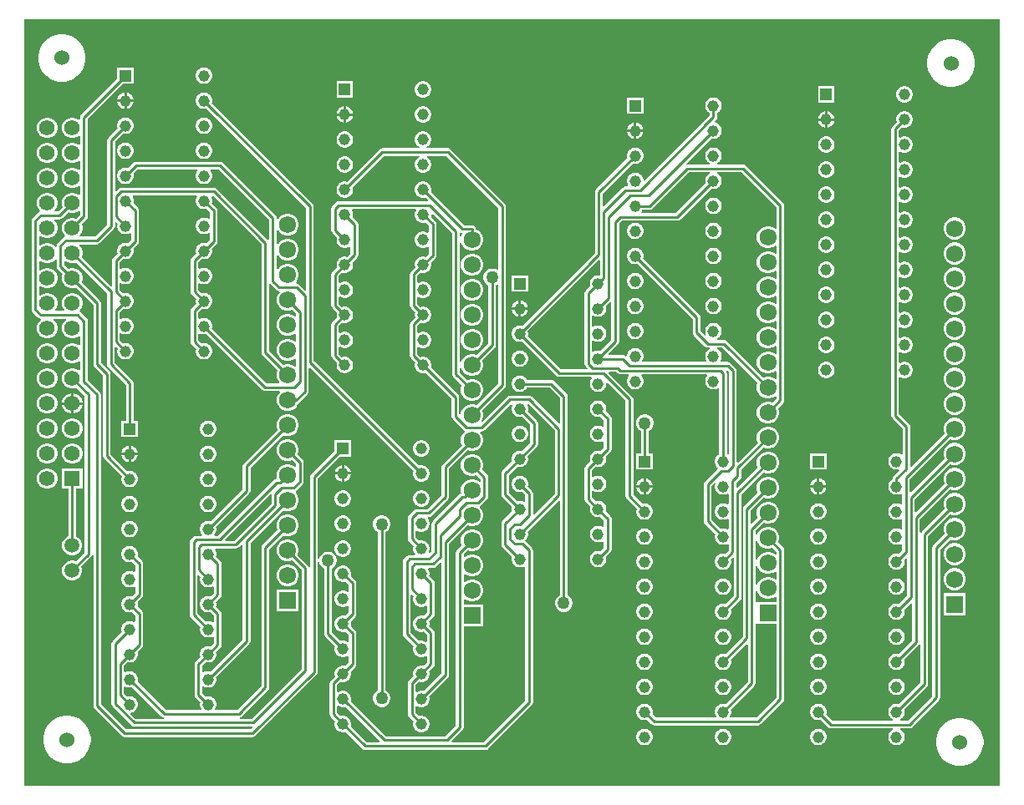
<source format=gtl>
G04*
G04 #@! TF.GenerationSoftware,Altium Limited,Altium Designer,23.1.1 (15)*
G04*
G04 Layer_Physical_Order=1*
G04 Layer_Color=255*
%FSLAX25Y25*%
%MOIN*%
G70*
G04*
G04 #@! TF.SameCoordinates,AD0B2A01-48E7-494C-B2D7-7D24B3A8B6D3*
G04*
G04*
G04 #@! TF.FilePolarity,Positive*
G04*
G01*
G75*
%ADD12C,0.01000*%
%ADD22C,0.05890*%
%ADD23R,0.04567X0.04567*%
%ADD24C,0.04567*%
%ADD25C,0.06201*%
%ADD26R,0.06201X0.06201*%
%ADD27R,0.06791X0.06791*%
%ADD28C,0.06791*%
%ADD29C,0.06000*%
%ADD30C,0.05000*%
G36*
X492500Y152500D02*
X103500D01*
Y458500D01*
X492500D01*
Y152500D01*
D02*
G37*
%LPC*%
G36*
X119364Y452500D02*
X117500D01*
X115672Y452136D01*
X113949Y451423D01*
X112399Y450387D01*
X111081Y449069D01*
X110045Y447518D01*
X109331Y445796D01*
X108968Y443968D01*
Y442103D01*
X109331Y440275D01*
X110045Y438552D01*
X111081Y437002D01*
X112399Y435684D01*
X113949Y434648D01*
X115672Y433935D01*
X117500Y433571D01*
X119364D01*
X121193Y433935D01*
X122915Y434648D01*
X124466Y435684D01*
X125784Y437002D01*
X126820Y438552D01*
X127533Y440275D01*
X127897Y442103D01*
Y443968D01*
X127533Y445796D01*
X126820Y447518D01*
X125784Y449069D01*
X124466Y450387D01*
X122915Y451423D01*
X121193Y452136D01*
X119364Y452500D01*
D02*
G37*
G36*
X175562Y439284D02*
X174698D01*
X173863Y439060D01*
X173114Y438627D01*
X172503Y438016D01*
X172070Y437267D01*
X171846Y436432D01*
Y435568D01*
X172070Y434733D01*
X172503Y433984D01*
X173114Y433373D01*
X173863Y432940D01*
X174698Y432717D01*
X175562D01*
X176397Y432940D01*
X177146Y433373D01*
X177757Y433984D01*
X178190Y434733D01*
X178413Y435568D01*
Y436432D01*
X178190Y437267D01*
X177757Y438016D01*
X177146Y438627D01*
X176397Y439060D01*
X175562Y439284D01*
D02*
G37*
G36*
X473932Y450465D02*
X472068D01*
X470239Y450101D01*
X468517Y449387D01*
X466967Y448352D01*
X465648Y447033D01*
X464613Y445483D01*
X463899Y443761D01*
X463535Y441932D01*
Y440068D01*
X463899Y438239D01*
X464613Y436517D01*
X465648Y434967D01*
X466967Y433648D01*
X468517Y432613D01*
X470239Y431899D01*
X472068Y431535D01*
X473932D01*
X475761Y431899D01*
X477483Y432613D01*
X479033Y433648D01*
X480352Y434967D01*
X481387Y436517D01*
X482101Y438239D01*
X482465Y440068D01*
Y441932D01*
X482101Y443761D01*
X481387Y445483D01*
X480352Y447033D01*
X479033Y448352D01*
X477483Y449387D01*
X475761Y450101D01*
X473932Y450465D01*
D02*
G37*
G36*
X262932Y433783D02*
X262068D01*
X261233Y433560D01*
X260484Y433127D01*
X259873Y432516D01*
X259440Y431767D01*
X259216Y430932D01*
Y430068D01*
X259440Y429233D01*
X259873Y428484D01*
X260484Y427873D01*
X261233Y427440D01*
X262068Y427216D01*
X262932D01*
X263767Y427440D01*
X264516Y427873D01*
X265127Y428484D01*
X265560Y429233D01*
X265784Y430068D01*
Y430932D01*
X265560Y431767D01*
X265127Y432516D01*
X264516Y433127D01*
X263767Y433560D01*
X262932Y433783D01*
D02*
G37*
G36*
X234524D02*
X227957D01*
Y427216D01*
X234524D01*
Y433783D01*
D02*
G37*
G36*
X144370Y429265D02*
Y426500D01*
X147135D01*
X146930Y427267D01*
X146498Y428016D01*
X145886Y428627D01*
X145138Y429060D01*
X144370Y429265D01*
D02*
G37*
G36*
X143370D02*
X142603Y429060D01*
X141854Y428627D01*
X141243Y428016D01*
X140811Y427267D01*
X140605Y426500D01*
X143370D01*
Y429265D01*
D02*
G37*
G36*
X454932Y431783D02*
X454068D01*
X453233Y431560D01*
X452484Y431127D01*
X451873Y430516D01*
X451440Y429767D01*
X451217Y428932D01*
Y428068D01*
X451440Y427233D01*
X451873Y426484D01*
X452484Y425873D01*
X453233Y425440D01*
X454068Y425216D01*
X454932D01*
X455767Y425440D01*
X456516Y425873D01*
X457127Y426484D01*
X457560Y427233D01*
X457784Y428068D01*
Y428932D01*
X457560Y429767D01*
X457127Y430516D01*
X456516Y431127D01*
X455767Y431560D01*
X454932Y431783D01*
D02*
G37*
G36*
X426524D02*
X419957D01*
Y425216D01*
X426524D01*
Y431783D01*
D02*
G37*
G36*
X147135Y425500D02*
X144370D01*
Y422735D01*
X145138Y422940D01*
X145886Y423373D01*
X146498Y423984D01*
X146930Y424733D01*
X147135Y425500D01*
D02*
G37*
G36*
X143370D02*
X140605D01*
X140811Y424733D01*
X141243Y423984D01*
X141854Y423373D01*
X142603Y422940D01*
X143370Y422735D01*
Y425500D01*
D02*
G37*
G36*
X231740Y423765D02*
Y421000D01*
X234506D01*
X234300Y421767D01*
X233868Y422516D01*
X233256Y423127D01*
X232508Y423560D01*
X231740Y423765D01*
D02*
G37*
G36*
X230740D02*
X229973Y423560D01*
X229224Y423127D01*
X228613Y422516D01*
X228181Y421767D01*
X227975Y421000D01*
X230740D01*
Y423765D01*
D02*
G37*
G36*
X350284Y427283D02*
X343717D01*
Y420716D01*
X350284D01*
Y427283D01*
D02*
G37*
G36*
X423740Y421765D02*
Y419000D01*
X426506D01*
X426300Y419767D01*
X425868Y420516D01*
X425256Y421127D01*
X424508Y421560D01*
X423740Y421765D01*
D02*
G37*
G36*
X422740D02*
X421973Y421560D01*
X421224Y421127D01*
X420613Y420516D01*
X420181Y419767D01*
X419975Y419000D01*
X422740D01*
Y421765D01*
D02*
G37*
G36*
X147154Y439284D02*
X140587D01*
Y434879D01*
X126119Y420411D01*
X125787Y419915D01*
X125671Y419330D01*
Y418543D01*
X125209Y418352D01*
X125100Y418460D01*
X124165Y419000D01*
X123122Y419279D01*
X122043D01*
X121000Y419000D01*
X120065Y418460D01*
X119301Y417697D01*
X118762Y416762D01*
X118482Y415719D01*
Y414639D01*
X118762Y413596D01*
X119301Y412661D01*
X120065Y411898D01*
X121000Y411358D01*
X122043Y411079D01*
X123122D01*
X124165Y411358D01*
X125100Y411898D01*
X125209Y412006D01*
X125671Y411815D01*
Y408543D01*
X125209Y408352D01*
X125100Y408460D01*
X124165Y409000D01*
X123122Y409279D01*
X122043D01*
X121000Y409000D01*
X120065Y408460D01*
X119301Y407697D01*
X118762Y406762D01*
X118482Y405719D01*
Y404639D01*
X118762Y403596D01*
X119301Y402661D01*
X120065Y401898D01*
X121000Y401358D01*
X122043Y401079D01*
X123122D01*
X124165Y401358D01*
X125100Y401898D01*
X125209Y402006D01*
X125671Y401815D01*
Y398543D01*
X125209Y398352D01*
X125100Y398460D01*
X124165Y399000D01*
X123122Y399279D01*
X122043D01*
X121000Y399000D01*
X120065Y398460D01*
X119301Y397697D01*
X118762Y396762D01*
X118482Y395719D01*
Y394639D01*
X118762Y393596D01*
X119301Y392661D01*
X120065Y391898D01*
X121000Y391358D01*
X122043Y391079D01*
X123122D01*
X124165Y391358D01*
X125100Y391898D01*
X125209Y392006D01*
X125671Y391815D01*
Y388543D01*
X125209Y388352D01*
X125100Y388460D01*
X124165Y389000D01*
X123122Y389279D01*
X122043D01*
X121000Y389000D01*
X120065Y388460D01*
X119301Y387697D01*
X118762Y386762D01*
X118482Y385719D01*
Y384639D01*
X118762Y383596D01*
X118789Y383548D01*
X116970Y381729D01*
X115639D01*
X115432Y382229D01*
X115864Y382661D01*
X116403Y383596D01*
X116683Y384639D01*
Y385719D01*
X116403Y386762D01*
X115864Y387697D01*
X115100Y388460D01*
X114165Y389000D01*
X113122Y389279D01*
X112043D01*
X111000Y389000D01*
X110065Y388460D01*
X109301Y387697D01*
X108762Y386762D01*
X108482Y385719D01*
Y384639D01*
X108762Y383596D01*
X109301Y382661D01*
X109769Y382193D01*
X109605Y381651D01*
X109415Y381613D01*
X108919Y381281D01*
X106819Y379181D01*
X106487Y378685D01*
X106371Y378100D01*
Y342600D01*
X106487Y342015D01*
X106819Y341519D01*
X108919Y339419D01*
X109415Y339087D01*
X109962Y338978D01*
X110032Y338851D01*
X110127Y338496D01*
X110065Y338460D01*
X109301Y337697D01*
X108762Y336762D01*
X108482Y335719D01*
Y334639D01*
X108762Y333596D01*
X109301Y332661D01*
X110065Y331898D01*
X111000Y331358D01*
X112043Y331079D01*
X113122D01*
X114165Y331358D01*
X115100Y331898D01*
X115864Y332661D01*
X116403Y333596D01*
X116683Y334639D01*
Y335719D01*
X116403Y336762D01*
X115864Y337697D01*
X115100Y338460D01*
X115053Y338488D01*
X115182Y338971D01*
X119983D01*
X120113Y338488D01*
X120065Y338460D01*
X119301Y337697D01*
X118762Y336762D01*
X118482Y335719D01*
Y334639D01*
X118762Y333596D01*
X119301Y332661D01*
X120065Y331898D01*
X121000Y331358D01*
X122043Y331079D01*
X123122D01*
X124165Y331358D01*
X125100Y331898D01*
X125209Y332006D01*
X125671Y331815D01*
Y328543D01*
X125209Y328352D01*
X125100Y328460D01*
X124165Y329000D01*
X123122Y329279D01*
X122043D01*
X121000Y329000D01*
X120065Y328460D01*
X119301Y327697D01*
X118762Y326762D01*
X118482Y325719D01*
Y324639D01*
X118762Y323596D01*
X119301Y322661D01*
X120065Y321898D01*
X121000Y321358D01*
X122043Y321079D01*
X123122D01*
X124165Y321358D01*
X125100Y321898D01*
X125209Y322006D01*
X125671Y321815D01*
Y318543D01*
X125209Y318352D01*
X125100Y318460D01*
X124165Y319000D01*
X123122Y319279D01*
X122043D01*
X121000Y319000D01*
X120065Y318460D01*
X119301Y317697D01*
X118762Y316762D01*
X118482Y315719D01*
Y314639D01*
X118762Y313596D01*
X119301Y312661D01*
X120065Y311898D01*
X121000Y311358D01*
X122043Y311079D01*
X123122D01*
X124165Y311358D01*
X124213Y311386D01*
X127471Y308128D01*
Y245634D01*
X124015Y242178D01*
X123019Y242445D01*
X121981D01*
X120977Y242176D01*
X120078Y241657D01*
X119343Y240922D01*
X118824Y240023D01*
X118555Y239019D01*
Y237981D01*
X118824Y236977D01*
X119343Y236078D01*
X120078Y235343D01*
X120977Y234824D01*
X121981Y234555D01*
X123019D01*
X124023Y234824D01*
X124922Y235343D01*
X125657Y236078D01*
X126176Y236977D01*
X126445Y237981D01*
Y239019D01*
X126178Y240015D01*
X130081Y243919D01*
X130413Y244415D01*
X130471Y244705D01*
X130971Y244655D01*
Y184500D01*
X131087Y183915D01*
X131419Y183419D01*
X142419Y172419D01*
X142915Y172087D01*
X143500Y171971D01*
X194500D01*
X195085Y172087D01*
X195581Y172419D01*
X220081Y196919D01*
X220413Y197415D01*
X220529Y198000D01*
Y241864D01*
X221029Y241930D01*
X221238Y241149D01*
X221699Y240351D01*
X222351Y239699D01*
X222971Y239341D01*
Y213273D01*
X223087Y212687D01*
X223419Y212191D01*
X227402Y208208D01*
X227256Y207665D01*
Y206800D01*
X227480Y205965D01*
X227913Y205217D01*
X228524Y204605D01*
X229273Y204173D01*
X230108Y203949D01*
X230972D01*
X231807Y204173D01*
X232371Y204498D01*
X232871Y204256D01*
Y201726D01*
X231515Y200371D01*
X230972Y200516D01*
X230108D01*
X229273Y200292D01*
X228524Y199860D01*
X227913Y199249D01*
X227480Y198500D01*
X227256Y197665D01*
Y196800D01*
X227402Y196257D01*
X225619Y194474D01*
X225287Y193978D01*
X225171Y193393D01*
Y181073D01*
X225287Y180487D01*
X225619Y179991D01*
X227402Y178208D01*
X227256Y177665D01*
Y176800D01*
X227480Y175965D01*
X227913Y175216D01*
X228524Y174605D01*
X229273Y174173D01*
X230108Y173949D01*
X230972D01*
X231515Y174095D01*
X238291Y167319D01*
X238787Y166987D01*
X239373Y166871D01*
X287400D01*
X287985Y166987D01*
X288481Y167319D01*
X305881Y184719D01*
X306213Y185215D01*
X306329Y185800D01*
Y246416D01*
X306213Y247002D01*
X305881Y247498D01*
X303342Y250038D01*
X303084Y250302D01*
X303358Y250714D01*
X303627Y250984D01*
X304060Y251733D01*
X304283Y252568D01*
Y253432D01*
X304138Y253975D01*
X316609Y266446D01*
X317071Y266254D01*
Y228659D01*
X316451Y228301D01*
X315799Y227649D01*
X315338Y226851D01*
X315100Y225961D01*
Y225039D01*
X315338Y224149D01*
X315799Y223351D01*
X316451Y222699D01*
X317249Y222238D01*
X318139Y222000D01*
X319061D01*
X319951Y222238D01*
X320749Y222699D01*
X321401Y223351D01*
X321862Y224149D01*
X322100Y225039D01*
Y225961D01*
X321862Y226851D01*
X321401Y227649D01*
X320749Y228301D01*
X320129Y228659D01*
Y308000D01*
X320013Y308585D01*
X319681Y309081D01*
X314681Y314081D01*
X314185Y314413D01*
X313600Y314529D01*
X303908D01*
X303627Y315016D01*
X303016Y315627D01*
X302267Y316060D01*
X301432Y316283D01*
X300568D01*
X299733Y316060D01*
X298984Y315627D01*
X298373Y315016D01*
X297940Y314267D01*
X297716Y313432D01*
Y312568D01*
X297940Y311733D01*
X298373Y310984D01*
X298984Y310373D01*
X299733Y309940D01*
X300568Y309717D01*
X301432D01*
X302267Y309940D01*
X303016Y310373D01*
X303627Y310984D01*
X303908Y311471D01*
X312966D01*
X317071Y307366D01*
Y297346D01*
X316609Y297154D01*
X305881Y307881D01*
X305385Y308213D01*
X304800Y308329D01*
X297200D01*
X296615Y308213D01*
X296119Y307881D01*
X286172Y297935D01*
X285772Y298242D01*
X286096Y298803D01*
X286396Y299921D01*
Y301079D01*
X286096Y302197D01*
X286010Y302347D01*
X295081Y311419D01*
X295413Y311915D01*
X295529Y312500D01*
Y383900D01*
X295413Y384485D01*
X295081Y384981D01*
X273481Y406581D01*
X272985Y406913D01*
X272400Y407029D01*
X264056D01*
X263922Y407529D01*
X264516Y407873D01*
X265127Y408484D01*
X265560Y409233D01*
X265784Y410068D01*
Y410932D01*
X265560Y411767D01*
X265127Y412516D01*
X264516Y413127D01*
X263767Y413560D01*
X262932Y413784D01*
X262068D01*
X261233Y413560D01*
X260484Y413127D01*
X259873Y412516D01*
X259440Y411767D01*
X259216Y410932D01*
Y410068D01*
X259440Y409233D01*
X259873Y408484D01*
X260484Y407873D01*
X261078Y407529D01*
X260944Y407029D01*
X246240D01*
X245655Y406913D01*
X245159Y406581D01*
X232215Y393638D01*
X231673Y393783D01*
X230808D01*
X229973Y393560D01*
X229224Y393127D01*
X228613Y392516D01*
X228181Y391767D01*
X227957Y390932D01*
Y390068D01*
X228181Y389233D01*
X228613Y388484D01*
X229224Y387873D01*
X229973Y387440D01*
X230808Y387216D01*
X231673D01*
X232508Y387440D01*
X233256Y387873D01*
X233868Y388484D01*
X234300Y389233D01*
X234524Y390068D01*
Y390932D01*
X234378Y391475D01*
X246874Y403971D01*
X260944D01*
X261078Y403471D01*
X260484Y403127D01*
X259873Y402516D01*
X259440Y401767D01*
X259216Y400932D01*
Y400068D01*
X259440Y399233D01*
X259873Y398484D01*
X260484Y397873D01*
X261233Y397440D01*
X262068Y397217D01*
X262932D01*
X263767Y397440D01*
X264516Y397873D01*
X265127Y398484D01*
X265560Y399233D01*
X265784Y400068D01*
Y400932D01*
X265560Y401767D01*
X265127Y402516D01*
X264516Y403127D01*
X263922Y403471D01*
X264056Y403971D01*
X271766D01*
X292471Y383266D01*
Y358641D01*
X291971Y358404D01*
X291351Y358762D01*
X290461Y359000D01*
X289539D01*
X288649Y358762D01*
X287851Y358301D01*
X287199Y357649D01*
X286738Y356851D01*
X286500Y355961D01*
Y355039D01*
X286738Y354149D01*
X287199Y353351D01*
X287851Y352699D01*
X288471Y352342D01*
Y329134D01*
X283847Y324510D01*
X283697Y324596D01*
X282579Y324896D01*
X281421D01*
X280303Y324596D01*
X279301Y324017D01*
X278483Y323199D01*
X277904Y322197D01*
X277604Y321079D01*
Y319921D01*
X277904Y318803D01*
X278483Y317801D01*
X279301Y316983D01*
X280303Y316404D01*
X281421Y316104D01*
X282579D01*
X283697Y316404D01*
X284699Y316983D01*
X285517Y317801D01*
X286096Y318803D01*
X286396Y319921D01*
Y321079D01*
X286096Y322197D01*
X286010Y322347D01*
X291081Y327419D01*
X291413Y327915D01*
X291529Y328500D01*
Y352342D01*
X291971Y352596D01*
X292471Y352360D01*
Y313134D01*
X283847Y304509D01*
X283697Y304596D01*
X282579Y304896D01*
X281421D01*
X280303Y304596D01*
X279301Y304017D01*
X278483Y303199D01*
X277904Y302197D01*
X277604Y301079D01*
Y300979D01*
X277104Y300729D01*
X276929Y300861D01*
Y307600D01*
X276813Y308185D01*
X276481Y308681D01*
X265638Y319525D01*
X265784Y320068D01*
Y320932D01*
X265560Y321767D01*
X265127Y322516D01*
X264516Y323127D01*
X263767Y323560D01*
X262932Y323783D01*
X262068D01*
X261525Y323638D01*
X260229Y324934D01*
Y327445D01*
X260729Y327731D01*
X261233Y327440D01*
X262068Y327217D01*
X262932D01*
X263767Y327440D01*
X264516Y327873D01*
X265127Y328484D01*
X265560Y329233D01*
X265784Y330068D01*
Y330932D01*
X265560Y331767D01*
X265127Y332516D01*
X264516Y333127D01*
X263767Y333560D01*
X262932Y333784D01*
X262068D01*
X261233Y333560D01*
X260729Y333269D01*
X260229Y333555D01*
Y336067D01*
X261525Y337362D01*
X262068Y337216D01*
X262932D01*
X263767Y337440D01*
X264516Y337873D01*
X265127Y338484D01*
X265560Y339233D01*
X265784Y340068D01*
Y340932D01*
X265560Y341767D01*
X265127Y342516D01*
X264516Y343127D01*
X263767Y343560D01*
X262932Y343783D01*
X262068D01*
X261525Y343638D01*
X260229Y344934D01*
Y347445D01*
X260729Y347731D01*
X261233Y347440D01*
X262068Y347217D01*
X262932D01*
X263767Y347440D01*
X264516Y347873D01*
X265127Y348484D01*
X265560Y349233D01*
X265784Y350068D01*
Y350932D01*
X265560Y351767D01*
X265127Y352516D01*
X264516Y353127D01*
X263767Y353560D01*
X262932Y353783D01*
X262068D01*
X261233Y353560D01*
X260729Y353269D01*
X260229Y353555D01*
Y356066D01*
X261525Y357362D01*
X262068Y357217D01*
X262932D01*
X263767Y357440D01*
X264516Y357873D01*
X265127Y358484D01*
X265560Y359233D01*
X265784Y360068D01*
Y360932D01*
X265638Y361475D01*
X267381Y363219D01*
X267713Y363715D01*
X267829Y364300D01*
Y376700D01*
X267713Y377285D01*
X267381Y377781D01*
X265638Y379525D01*
X265784Y380068D01*
Y380646D01*
X266283Y380854D01*
X273971Y373166D01*
Y317000D01*
X274087Y316415D01*
X274419Y315919D01*
X277991Y312347D01*
X277904Y312197D01*
X277604Y311079D01*
Y309921D01*
X277904Y308803D01*
X278483Y307801D01*
X279301Y306983D01*
X280303Y306404D01*
X281421Y306104D01*
X282579D01*
X283697Y306404D01*
X284699Y306983D01*
X285517Y307801D01*
X286096Y308803D01*
X286396Y309921D01*
Y311079D01*
X286096Y312197D01*
X285517Y313199D01*
X284699Y314017D01*
X283697Y314596D01*
X282579Y314896D01*
X281421D01*
X280303Y314596D01*
X280153Y314510D01*
X277029Y317634D01*
Y373167D01*
X277486Y373411D01*
X277633Y373365D01*
X277644Y373357D01*
X277678Y373351D01*
X277981Y373256D01*
X278221Y372798D01*
X278220Y372745D01*
X277904Y372197D01*
X277604Y371079D01*
Y369921D01*
X277904Y368803D01*
X278483Y367801D01*
X279301Y366983D01*
X280303Y366404D01*
X281421Y366104D01*
X282579D01*
X283697Y366404D01*
X284699Y366983D01*
X285517Y367801D01*
X286096Y368803D01*
X286396Y369921D01*
Y371079D01*
X286096Y372197D01*
X285517Y373199D01*
X284699Y374017D01*
X283697Y374596D01*
X283529Y374641D01*
Y374770D01*
X283413Y375356D01*
X283081Y375852D01*
X282585Y376183D01*
X282000Y376300D01*
X278863D01*
X265638Y389525D01*
X265784Y390068D01*
Y390932D01*
X265560Y391767D01*
X265127Y392516D01*
X264516Y393127D01*
X263767Y393560D01*
X262932Y393783D01*
X262068D01*
X261233Y393560D01*
X260484Y393127D01*
X259873Y392516D01*
X259440Y391767D01*
X259216Y390932D01*
Y390068D01*
X259440Y389233D01*
X259873Y388484D01*
X260484Y387873D01*
X261233Y387440D01*
X262068Y387216D01*
X262932D01*
X263475Y387362D01*
X264508Y386329D01*
X264301Y385829D01*
X228700D01*
X228115Y385713D01*
X227619Y385381D01*
X226319Y384081D01*
X225987Y383585D01*
X225871Y383000D01*
Y374340D01*
X225987Y373755D01*
X226319Y373259D01*
X228102Y371475D01*
X227957Y370932D01*
Y370068D01*
X228181Y369233D01*
X228613Y368484D01*
X229224Y367873D01*
X229973Y367440D01*
X230808Y367216D01*
X231673D01*
X232508Y367440D01*
X233071Y367765D01*
X233571Y367523D01*
Y364993D01*
X232215Y363638D01*
X231673Y363784D01*
X230808D01*
X229973Y363560D01*
X229224Y363127D01*
X228613Y362516D01*
X228181Y361767D01*
X227957Y360932D01*
Y360068D01*
X228102Y359525D01*
X226319Y357741D01*
X225987Y357245D01*
X225871Y356660D01*
Y344340D01*
X225987Y343755D01*
X226319Y343259D01*
X228102Y341475D01*
X227957Y340932D01*
Y340068D01*
X228102Y339525D01*
X226319Y337741D01*
X225987Y337245D01*
X225871Y336660D01*
Y324340D01*
X225987Y323755D01*
X226319Y323259D01*
X228102Y321475D01*
X227957Y320932D01*
Y320068D01*
X228181Y319233D01*
X228613Y318484D01*
X229224Y317873D01*
X229973Y317440D01*
X230808Y317216D01*
X231673D01*
X232508Y317440D01*
X233256Y317873D01*
X233868Y318484D01*
X234300Y319233D01*
X234524Y320068D01*
Y320932D01*
X234300Y321767D01*
X233868Y322516D01*
X233256Y323127D01*
X232508Y323560D01*
X231673Y323783D01*
X230808D01*
X230265Y323638D01*
X228929Y324974D01*
Y327498D01*
X229429Y327754D01*
X229973Y327440D01*
X230808Y327217D01*
X231673D01*
X232508Y327440D01*
X233256Y327873D01*
X233868Y328484D01*
X234300Y329233D01*
X234524Y330068D01*
Y330932D01*
X234300Y331767D01*
X233868Y332516D01*
X233256Y333127D01*
X232508Y333560D01*
X231673Y333784D01*
X230808D01*
X229973Y333560D01*
X229429Y333246D01*
X228929Y333502D01*
Y336026D01*
X230265Y337362D01*
X230808Y337216D01*
X231673D01*
X232508Y337440D01*
X233256Y337873D01*
X233868Y338484D01*
X234300Y339233D01*
X234524Y340068D01*
Y340932D01*
X234300Y341767D01*
X233868Y342516D01*
X233256Y343127D01*
X232508Y343560D01*
X231673Y343783D01*
X230808D01*
X230265Y343638D01*
X228929Y344974D01*
Y347498D01*
X229429Y347754D01*
X229973Y347440D01*
X230808Y347217D01*
X231673D01*
X232508Y347440D01*
X233256Y347873D01*
X233868Y348484D01*
X234300Y349233D01*
X234524Y350068D01*
Y350932D01*
X234300Y351767D01*
X233868Y352516D01*
X233256Y353127D01*
X232508Y353560D01*
X231673Y353783D01*
X230808D01*
X229973Y353560D01*
X229429Y353246D01*
X228929Y353502D01*
Y356026D01*
X230265Y357362D01*
X230808Y357217D01*
X231673D01*
X232508Y357440D01*
X233256Y357873D01*
X233868Y358484D01*
X234300Y359233D01*
X234524Y360068D01*
Y360932D01*
X234378Y361475D01*
X236181Y363278D01*
X236513Y363774D01*
X236629Y364360D01*
Y376640D01*
X236513Y377225D01*
X236181Y377722D01*
X234378Y379525D01*
X234524Y380068D01*
Y380932D01*
X234300Y381767D01*
X234009Y382271D01*
X234295Y382771D01*
X259445D01*
X259731Y382271D01*
X259440Y381767D01*
X259216Y380932D01*
Y380068D01*
X259440Y379233D01*
X259873Y378484D01*
X260484Y377873D01*
X261233Y377440D01*
X262068Y377217D01*
X262932D01*
X263475Y377362D01*
X264771Y376066D01*
Y373555D01*
X264271Y373269D01*
X263767Y373560D01*
X262932Y373783D01*
X262068D01*
X261233Y373560D01*
X260484Y373127D01*
X259873Y372516D01*
X259440Y371767D01*
X259216Y370932D01*
Y370068D01*
X259440Y369233D01*
X259873Y368484D01*
X260484Y367873D01*
X261233Y367440D01*
X262068Y367216D01*
X262932D01*
X263767Y367440D01*
X264271Y367731D01*
X264771Y367445D01*
Y364933D01*
X263475Y363638D01*
X262932Y363784D01*
X262068D01*
X261233Y363560D01*
X260484Y363127D01*
X259873Y362516D01*
X259440Y361767D01*
X259216Y360932D01*
Y360068D01*
X259362Y359525D01*
X257619Y357781D01*
X257287Y357285D01*
X257171Y356700D01*
Y344300D01*
X257287Y343715D01*
X257619Y343219D01*
X259362Y341475D01*
X259216Y340932D01*
Y340068D01*
X259362Y339525D01*
X257619Y337781D01*
X257287Y337285D01*
X257171Y336700D01*
Y324300D01*
X257287Y323715D01*
X257619Y323219D01*
X259362Y321475D01*
X259216Y320932D01*
Y320068D01*
X259440Y319233D01*
X259873Y318484D01*
X260484Y317873D01*
X261233Y317440D01*
X262068Y317216D01*
X262932D01*
X263475Y317362D01*
X273871Y306966D01*
Y300000D01*
X273987Y299415D01*
X274319Y298919D01*
X278819Y294419D01*
X278924Y294348D01*
X278988Y293704D01*
X278483Y293199D01*
X277904Y292197D01*
X277604Y291079D01*
Y289921D01*
X277904Y288803D01*
X277991Y288653D01*
X270319Y280981D01*
X269987Y280485D01*
X269871Y279900D01*
Y268634D01*
X264166Y262929D01*
X260000D01*
X259415Y262813D01*
X258919Y262481D01*
X256919Y260481D01*
X256587Y259985D01*
X256471Y259400D01*
Y251032D01*
X256587Y250447D01*
X256919Y249951D01*
X258662Y248208D01*
X258516Y247665D01*
Y246800D01*
X258740Y245965D01*
X259172Y245216D01*
X259343Y245046D01*
X259136Y244546D01*
X257032D01*
X256447Y244429D01*
X255951Y244098D01*
X254935Y243081D01*
X254603Y242585D01*
X254487Y242000D01*
Y213016D01*
X254603Y212431D01*
X254935Y211935D01*
X258662Y208208D01*
X258516Y207665D01*
Y206800D01*
X258740Y205965D01*
X259172Y205217D01*
X259784Y204605D01*
X260532Y204173D01*
X261368Y203949D01*
X262232D01*
X263067Y204173D01*
X263571Y204464D01*
X264071Y204178D01*
Y201666D01*
X262775Y200371D01*
X262232Y200516D01*
X261368D01*
X260532Y200292D01*
X259784Y199860D01*
X259172Y199249D01*
X258740Y198500D01*
X258516Y197665D01*
Y196800D01*
X258662Y196257D01*
X256919Y194514D01*
X256587Y194018D01*
X256471Y193433D01*
Y181032D01*
X256587Y180447D01*
X256919Y179951D01*
X258662Y178208D01*
X258516Y177665D01*
Y176800D01*
X258740Y175965D01*
X259172Y175216D01*
X259784Y174605D01*
X260532Y174173D01*
X261368Y173949D01*
X262232D01*
X263067Y174173D01*
X263816Y174605D01*
X264427Y175216D01*
X264860Y175965D01*
X265083Y176800D01*
Y177665D01*
X264860Y178500D01*
X264427Y179249D01*
X263816Y179860D01*
X263067Y180292D01*
X262232Y180516D01*
X261368D01*
X260825Y180371D01*
X259529Y181666D01*
Y184178D01*
X260029Y184463D01*
X260532Y184173D01*
X261368Y183949D01*
X262232D01*
X263067Y184173D01*
X263816Y184605D01*
X264427Y185216D01*
X264860Y185965D01*
X265083Y186800D01*
Y187665D01*
X264938Y188208D01*
X272481Y195751D01*
X272813Y196247D01*
X272929Y196833D01*
Y249267D01*
X280153Y256490D01*
X280303Y256404D01*
X281421Y256104D01*
X282579D01*
X283697Y256404D01*
X284699Y256983D01*
X285517Y257801D01*
X286096Y258803D01*
X286396Y259921D01*
Y261079D01*
X286096Y262197D01*
X285517Y263199D01*
X285047Y263670D01*
X285061Y263859D01*
X285176Y264248D01*
X285581Y264519D01*
X287981Y266919D01*
X288313Y267415D01*
X288429Y268000D01*
Y275600D01*
X288313Y276185D01*
X287981Y276681D01*
X286010Y278653D01*
X286096Y278803D01*
X286396Y279921D01*
Y281079D01*
X286096Y282197D01*
X285517Y283199D01*
X284699Y284017D01*
X283697Y284596D01*
X282579Y284896D01*
X281421D01*
X280303Y284596D01*
X279301Y284017D01*
X278483Y283199D01*
X277904Y282197D01*
X277604Y281079D01*
Y279921D01*
X277904Y278803D01*
X278483Y277801D01*
X279301Y276983D01*
X280303Y276404D01*
X281421Y276104D01*
X282579D01*
X283697Y276404D01*
X283847Y276490D01*
X285371Y274967D01*
Y273999D01*
X284909Y273808D01*
X284699Y274017D01*
X283697Y274596D01*
X282579Y274896D01*
X281421D01*
X280303Y274596D01*
X279301Y274017D01*
X278483Y273199D01*
X277904Y272197D01*
X277604Y271079D01*
Y269921D01*
X277709Y269529D01*
X277445Y269105D01*
X277415Y269098D01*
X276919Y268767D01*
X266319Y258167D01*
X265987Y257671D01*
X265871Y257085D01*
Y246234D01*
X265211Y245574D01*
X264811Y245881D01*
X264860Y245965D01*
X265083Y246800D01*
Y247665D01*
X264860Y248500D01*
X264427Y249249D01*
X263816Y249860D01*
X263067Y250292D01*
X262232Y250516D01*
X261368D01*
X260825Y250371D01*
X259529Y251666D01*
Y254178D01*
X260029Y254463D01*
X260532Y254173D01*
X261368Y253949D01*
X262232D01*
X263067Y254173D01*
X263816Y254605D01*
X264427Y255217D01*
X264860Y255965D01*
X265083Y256800D01*
Y257665D01*
X264860Y258500D01*
X264427Y259249D01*
X264305Y259371D01*
X264512Y259871D01*
X264800D01*
X265385Y259987D01*
X265881Y260319D01*
X272481Y266919D01*
X272813Y267415D01*
X272929Y268000D01*
Y279267D01*
X280153Y286491D01*
X280303Y286404D01*
X281421Y286104D01*
X282579D01*
X283697Y286404D01*
X284699Y286983D01*
X285517Y287801D01*
X286096Y288803D01*
X286396Y289921D01*
Y291079D01*
X286096Y292197D01*
X285517Y293199D01*
X285208Y293509D01*
X285399Y293971D01*
X285900D01*
X286485Y294087D01*
X286981Y294419D01*
X297538Y304975D01*
X297755Y304946D01*
X298021Y304406D01*
X297940Y304267D01*
X297716Y303432D01*
Y302568D01*
X297940Y301733D01*
X298373Y300984D01*
X298984Y300373D01*
X299733Y299940D01*
X300568Y299716D01*
X301432D01*
X301975Y299862D01*
X305254Y296583D01*
Y289417D01*
X301975Y286138D01*
X301432Y286283D01*
X300568D01*
X299733Y286060D01*
X298984Y285627D01*
X298373Y285016D01*
X297940Y284267D01*
X297716Y283432D01*
Y282568D01*
X297862Y282025D01*
X294135Y278298D01*
X293803Y277802D01*
X293687Y277216D01*
Y268784D01*
X293803Y268198D01*
X294135Y267702D01*
X297862Y263975D01*
X297716Y263432D01*
Y262568D01*
X297862Y262025D01*
X294135Y258298D01*
X293803Y257802D01*
X293687Y257216D01*
Y248784D01*
X293803Y248198D01*
X294135Y247702D01*
X297862Y243975D01*
X297716Y243432D01*
Y242568D01*
X297940Y241733D01*
X298373Y240984D01*
X298984Y240373D01*
X299733Y239940D01*
X300568Y239717D01*
X301432D01*
X302267Y239940D01*
X302771Y240231D01*
X303271Y239945D01*
Y186433D01*
X286767Y169929D01*
X274046D01*
X273854Y170391D01*
X278181Y174719D01*
X278513Y175215D01*
X278629Y175800D01*
Y216104D01*
X286396D01*
Y224896D01*
X278629D01*
Y227001D01*
X279091Y227192D01*
X279301Y226983D01*
X280303Y226404D01*
X281421Y226104D01*
X282579D01*
X283697Y226404D01*
X284699Y226983D01*
X285517Y227801D01*
X286096Y228803D01*
X286396Y229921D01*
Y231079D01*
X286096Y232197D01*
X285517Y233199D01*
X284699Y234017D01*
X283697Y234596D01*
X282579Y234896D01*
X281421D01*
X280303Y234596D01*
X279301Y234017D01*
X279091Y233808D01*
X278629Y233999D01*
Y237001D01*
X279091Y237192D01*
X279301Y236983D01*
X280303Y236404D01*
X281421Y236104D01*
X282579D01*
X283697Y236404D01*
X284699Y236983D01*
X285517Y237801D01*
X286096Y238803D01*
X286396Y239921D01*
Y241079D01*
X286096Y242197D01*
X285517Y243199D01*
X284699Y244017D01*
X283697Y244596D01*
X282579Y244896D01*
X281421D01*
X280303Y244596D01*
X279301Y244017D01*
X279091Y243808D01*
X278629Y243999D01*
Y244967D01*
X280153Y246491D01*
X280303Y246404D01*
X281421Y246104D01*
X282579D01*
X283697Y246404D01*
X284699Y246983D01*
X285517Y247801D01*
X286096Y248803D01*
X286396Y249921D01*
Y251079D01*
X286096Y252197D01*
X285517Y253199D01*
X284699Y254017D01*
X283697Y254596D01*
X282579Y254896D01*
X281421D01*
X280303Y254596D01*
X279301Y254017D01*
X278483Y253199D01*
X277904Y252197D01*
X277604Y251079D01*
Y249921D01*
X277904Y248803D01*
X277991Y248653D01*
X276019Y246681D01*
X275687Y246185D01*
X275571Y245600D01*
Y176434D01*
X271367Y172229D01*
X247706D01*
X233678Y186258D01*
X233823Y186800D01*
Y187665D01*
X233600Y188500D01*
X233167Y189249D01*
X232556Y189860D01*
X231807Y190292D01*
X230972Y190516D01*
X230108D01*
X229273Y190292D01*
X228729Y189979D01*
X228229Y190235D01*
Y192759D01*
X229565Y194095D01*
X230108Y193949D01*
X230972D01*
X231807Y194173D01*
X232556Y194605D01*
X233167Y195217D01*
X233600Y195965D01*
X233823Y196800D01*
Y197665D01*
X233678Y198208D01*
X235481Y200011D01*
X235813Y200507D01*
X235929Y201093D01*
Y213373D01*
X235813Y213958D01*
X235481Y214454D01*
X233678Y216258D01*
X233823Y216800D01*
Y217665D01*
X233678Y218208D01*
X235481Y220011D01*
X235813Y220507D01*
X235929Y221093D01*
Y233373D01*
X235813Y233958D01*
X235481Y234454D01*
X233678Y236258D01*
X233823Y236800D01*
Y237665D01*
X233600Y238500D01*
X233167Y239249D01*
X232556Y239860D01*
X231807Y240292D01*
X230972Y240516D01*
X230108D01*
X229273Y240292D01*
X228524Y239860D01*
X227913Y239249D01*
X227480Y238500D01*
X227256Y237665D01*
Y236800D01*
X227480Y235965D01*
X227913Y235216D01*
X228524Y234605D01*
X229273Y234173D01*
X230108Y233949D01*
X230972D01*
X231515Y234095D01*
X232871Y232739D01*
Y230209D01*
X232371Y229967D01*
X231807Y230292D01*
X230972Y230516D01*
X230108D01*
X229273Y230292D01*
X228524Y229860D01*
X227913Y229249D01*
X227480Y228500D01*
X227256Y227665D01*
Y226800D01*
X227480Y225965D01*
X227913Y225217D01*
X228524Y224605D01*
X229273Y224173D01*
X230108Y223949D01*
X230972D01*
X231807Y224173D01*
X232371Y224498D01*
X232871Y224256D01*
Y221726D01*
X231515Y220371D01*
X230972Y220516D01*
X230108D01*
X229273Y220292D01*
X228524Y219860D01*
X227913Y219249D01*
X227480Y218500D01*
X227256Y217665D01*
Y216800D01*
X227480Y215965D01*
X227913Y215216D01*
X228524Y214605D01*
X229273Y214173D01*
X230108Y213949D01*
X230972D01*
X231515Y214095D01*
X232871Y212739D01*
Y210209D01*
X232371Y209967D01*
X231807Y210292D01*
X230972Y210516D01*
X230108D01*
X229565Y210371D01*
X226029Y213906D01*
Y239341D01*
X226649Y239699D01*
X227301Y240351D01*
X227762Y241149D01*
X228000Y242039D01*
Y242961D01*
X227762Y243851D01*
X227301Y244649D01*
X226649Y245301D01*
X225851Y245761D01*
X224961Y246000D01*
X224039D01*
X223149Y245761D01*
X222351Y245301D01*
X221699Y244649D01*
X221238Y243851D01*
X221029Y243071D01*
X220529Y243136D01*
Y275059D01*
X229419Y283949D01*
X233823D01*
Y290516D01*
X227256D01*
Y286112D01*
X217919Y276774D01*
X217587Y276278D01*
X217471Y275693D01*
Y239845D01*
X216971Y239795D01*
X216913Y240085D01*
X216581Y240581D01*
X212509Y244653D01*
X212596Y244803D01*
X212896Y245921D01*
Y247079D01*
X212596Y248197D01*
X212017Y249199D01*
X211199Y250017D01*
X210197Y250596D01*
X209079Y250896D01*
X207921D01*
X206803Y250596D01*
X205801Y250017D01*
X204983Y249199D01*
X204404Y248197D01*
X204104Y247079D01*
Y245921D01*
X204404Y244803D01*
X204983Y243801D01*
X205801Y242983D01*
X206803Y242404D01*
X207921Y242104D01*
X209079D01*
X210197Y242404D01*
X210347Y242491D01*
X213971Y238866D01*
Y199033D01*
X194167Y179229D01*
X189445D01*
X189395Y179729D01*
X189685Y179787D01*
X190181Y180119D01*
X200681Y190619D01*
X201013Y191115D01*
X201129Y191700D01*
Y246967D01*
X206653Y252490D01*
X206803Y252404D01*
X207921Y252104D01*
X209079D01*
X210197Y252404D01*
X211199Y252983D01*
X212017Y253801D01*
X212596Y254803D01*
X212896Y255921D01*
Y257079D01*
X212596Y258197D01*
X212017Y259199D01*
X211199Y260017D01*
X210197Y260596D01*
X209079Y260896D01*
X207921D01*
X206803Y260596D01*
X205801Y260017D01*
X204983Y259199D01*
X204404Y258197D01*
X204104Y257079D01*
Y255921D01*
X204404Y254803D01*
X204490Y254653D01*
X198519Y248681D01*
X198187Y248185D01*
X198071Y247600D01*
Y192333D01*
X188467Y182729D01*
X179814D01*
X179529Y183229D01*
X179820Y183733D01*
X180043Y184568D01*
Y185432D01*
X179820Y186267D01*
X179387Y187016D01*
X178776Y187627D01*
X178027Y188060D01*
X177192Y188284D01*
X176328D01*
X175785Y188138D01*
X174429Y189493D01*
Y192023D01*
X174929Y192265D01*
X175492Y191940D01*
X176328Y191717D01*
X177192D01*
X178027Y191940D01*
X178776Y192373D01*
X179387Y192984D01*
X179820Y193733D01*
X180043Y194568D01*
Y195432D01*
X179898Y195975D01*
X193181Y209259D01*
X193513Y209755D01*
X193629Y210340D01*
Y249466D01*
X206653Y262491D01*
X206803Y262404D01*
X207921Y262104D01*
X209079D01*
X210197Y262404D01*
X211199Y262983D01*
X212017Y263801D01*
X212596Y264803D01*
X212896Y265921D01*
Y267079D01*
X212596Y268197D01*
X212017Y269199D01*
X211648Y269568D01*
X211716Y270208D01*
X211881Y270319D01*
X214481Y272919D01*
X214813Y273415D01*
X214929Y274000D01*
Y281600D01*
X214813Y282185D01*
X214481Y282681D01*
X212509Y284653D01*
X212596Y284803D01*
X212896Y285921D01*
Y287079D01*
X212596Y288197D01*
X212017Y289199D01*
X211199Y290017D01*
X210197Y290596D01*
X209079Y290896D01*
X207921D01*
X206803Y290596D01*
X205801Y290017D01*
X204983Y289199D01*
X204404Y288197D01*
X204104Y287079D01*
Y285921D01*
X204404Y284803D01*
X204983Y283801D01*
X205801Y282983D01*
X206803Y282404D01*
X207921Y282104D01*
X209079D01*
X210197Y282404D01*
X210347Y282490D01*
X211871Y280966D01*
Y279999D01*
X211409Y279808D01*
X211199Y280017D01*
X210197Y280596D01*
X209079Y280896D01*
X207921D01*
X206803Y280596D01*
X205801Y280017D01*
X204983Y279199D01*
X204404Y278197D01*
X204104Y277079D01*
Y275921D01*
X204231Y275449D01*
X203836Y274991D01*
X203415Y274908D01*
X202919Y274576D01*
X180656Y252313D01*
X179423D01*
X179216Y252813D01*
X179387Y252984D01*
X179820Y253733D01*
X180043Y254568D01*
Y255432D01*
X179898Y255975D01*
X193181Y269259D01*
X193513Y269755D01*
X193629Y270340D01*
Y279467D01*
X206653Y292491D01*
X206803Y292404D01*
X207921Y292104D01*
X209079D01*
X210197Y292404D01*
X211199Y292983D01*
X212017Y293801D01*
X212596Y294803D01*
X212896Y295921D01*
Y297079D01*
X212596Y298197D01*
X212017Y299199D01*
X211199Y300017D01*
X210197Y300596D01*
X209079Y300896D01*
X207921D01*
X206803Y300596D01*
X205801Y300017D01*
X204983Y299199D01*
X204404Y298197D01*
X204104Y297079D01*
Y295921D01*
X204404Y294803D01*
X204490Y294653D01*
X191019Y281181D01*
X190687Y280685D01*
X190571Y280100D01*
Y270974D01*
X177735Y258138D01*
X177192Y258283D01*
X176328D01*
X175492Y258060D01*
X174744Y257627D01*
X174132Y257016D01*
X173700Y256267D01*
X173476Y255432D01*
Y254568D01*
X173700Y253733D01*
X174132Y252984D01*
X174303Y252813D01*
X174096Y252313D01*
X172000D01*
X171415Y252197D01*
X170919Y251865D01*
X169895Y250841D01*
X169563Y250345D01*
X169447Y249760D01*
Y220784D01*
X169563Y220198D01*
X169895Y219702D01*
X173622Y215975D01*
X173476Y215432D01*
Y214568D01*
X173700Y213733D01*
X174132Y212984D01*
X174744Y212373D01*
X175492Y211940D01*
X176328Y211717D01*
X177192D01*
X178027Y211940D01*
X178571Y212254D01*
X179071Y211998D01*
Y209474D01*
X177735Y208138D01*
X177192Y208283D01*
X176328D01*
X175492Y208060D01*
X174744Y207627D01*
X174132Y207016D01*
X173700Y206267D01*
X173476Y205432D01*
Y204568D01*
X173622Y204025D01*
X171819Y202222D01*
X171487Y201726D01*
X171371Y201140D01*
Y188860D01*
X171487Y188275D01*
X171819Y187778D01*
X173622Y185975D01*
X173476Y185432D01*
Y184568D01*
X173700Y183733D01*
X173991Y183229D01*
X173705Y182729D01*
X159933D01*
X148638Y194025D01*
X148784Y194568D01*
Y195432D01*
X148560Y196267D01*
X148127Y197016D01*
X147516Y197627D01*
X146767Y198060D01*
X145932Y198284D01*
X145068D01*
X144233Y198060D01*
X143729Y197769D01*
X143229Y198055D01*
Y200567D01*
X144525Y201862D01*
X145068Y201716D01*
X145932D01*
X146767Y201940D01*
X147516Y202373D01*
X148127Y202984D01*
X148560Y203733D01*
X148784Y204568D01*
Y205432D01*
X148638Y205975D01*
X150381Y207719D01*
X150713Y208215D01*
X150829Y208800D01*
Y221200D01*
X150713Y221785D01*
X150381Y222281D01*
X148638Y224025D01*
X148784Y224568D01*
Y225432D01*
X148638Y225975D01*
X150381Y227719D01*
X150713Y228215D01*
X150829Y228800D01*
Y241200D01*
X150713Y241785D01*
X150381Y242281D01*
X148638Y244025D01*
X148784Y244568D01*
Y245432D01*
X148560Y246267D01*
X148127Y247016D01*
X147516Y247627D01*
X146767Y248060D01*
X145932Y248284D01*
X145068D01*
X144233Y248060D01*
X143484Y247627D01*
X142873Y247016D01*
X142440Y246267D01*
X142217Y245432D01*
Y244568D01*
X142440Y243733D01*
X142873Y242984D01*
X143484Y242373D01*
X144233Y241940D01*
X145068Y241717D01*
X145932D01*
X146475Y241862D01*
X147771Y240566D01*
Y238055D01*
X147271Y237769D01*
X146767Y238060D01*
X145932Y238283D01*
X145068D01*
X144233Y238060D01*
X143484Y237627D01*
X142873Y237016D01*
X142440Y236267D01*
X142217Y235432D01*
Y234568D01*
X142440Y233733D01*
X142873Y232984D01*
X143484Y232373D01*
X144233Y231940D01*
X145068Y231716D01*
X145932D01*
X146767Y231940D01*
X147271Y232231D01*
X147771Y231945D01*
Y229433D01*
X146475Y228138D01*
X145932Y228284D01*
X145068D01*
X144233Y228060D01*
X143484Y227627D01*
X142873Y227016D01*
X142440Y226267D01*
X142217Y225432D01*
Y224568D01*
X142440Y223733D01*
X142873Y222984D01*
X143484Y222373D01*
X144233Y221940D01*
X145068Y221716D01*
X145932D01*
X146475Y221862D01*
X147771Y220567D01*
Y218055D01*
X147271Y217769D01*
X146767Y218060D01*
X145932Y218284D01*
X145068D01*
X144233Y218060D01*
X143484Y217627D01*
X142873Y217016D01*
X142440Y216267D01*
X142217Y215432D01*
Y214568D01*
X142362Y214025D01*
X138619Y210281D01*
X138287Y209785D01*
X138171Y209200D01*
Y185300D01*
X138287Y184715D01*
X138619Y184219D01*
X146219Y176619D01*
X146715Y176287D01*
X147300Y176171D01*
X194301D01*
X194508Y175671D01*
X193867Y175029D01*
X144133D01*
X134029Y185134D01*
Y308700D01*
X133913Y309285D01*
X133581Y309781D01*
X128729Y314633D01*
Y338000D01*
X128613Y338585D01*
X128281Y339081D01*
X125781Y341581D01*
X125607Y341698D01*
X125536Y342334D01*
X125864Y342661D01*
X126403Y343596D01*
X126683Y344639D01*
Y345719D01*
X126403Y346762D01*
X125864Y347697D01*
X125100Y348460D01*
X124165Y349000D01*
X123122Y349279D01*
X122043D01*
X121000Y349000D01*
X120065Y348460D01*
X119301Y347697D01*
X118762Y346762D01*
X118482Y345719D01*
Y344639D01*
X118762Y343596D01*
X119301Y342661D01*
X119471Y342491D01*
X119280Y342029D01*
X115885D01*
X115694Y342491D01*
X115864Y342661D01*
X116403Y343596D01*
X116683Y344639D01*
Y345719D01*
X116403Y346762D01*
X115864Y347697D01*
X115100Y348460D01*
X114165Y349000D01*
X113122Y349279D01*
X112043D01*
X111000Y349000D01*
X110065Y348460D01*
X109891Y348287D01*
X109429Y348478D01*
Y351880D01*
X109891Y352071D01*
X110065Y351898D01*
X111000Y351358D01*
X112043Y351079D01*
X113122D01*
X114165Y351358D01*
X115100Y351898D01*
X115864Y352661D01*
X116403Y353596D01*
X116683Y354639D01*
Y355719D01*
X116403Y356762D01*
X115864Y357697D01*
X115100Y358460D01*
X114165Y359000D01*
X113122Y359279D01*
X112043D01*
X111000Y359000D01*
X110065Y358460D01*
X109891Y358287D01*
X109429Y358478D01*
Y361880D01*
X109891Y362071D01*
X110065Y361898D01*
X111000Y361358D01*
X112043Y361079D01*
X113122D01*
X114165Y361358D01*
X115100Y361898D01*
X115864Y362661D01*
X115888Y362703D01*
X116371Y362573D01*
Y359862D01*
X116487Y359276D01*
X116819Y358780D01*
X118789Y356809D01*
X118762Y356762D01*
X118482Y355719D01*
Y354639D01*
X118762Y353596D01*
X119301Y352661D01*
X120065Y351898D01*
X121000Y351358D01*
X122043Y351079D01*
X123122D01*
X124165Y351358D01*
X124213Y351386D01*
X130971Y344628D01*
Y320900D01*
X131087Y320315D01*
X131419Y319819D01*
X134871Y316367D01*
Y284100D01*
X134987Y283515D01*
X135319Y283019D01*
X142362Y275975D01*
X142217Y275432D01*
Y274568D01*
X142440Y273733D01*
X142873Y272984D01*
X143484Y272373D01*
X144233Y271940D01*
X145068Y271716D01*
X145932D01*
X146767Y271940D01*
X147516Y272373D01*
X148127Y272984D01*
X148560Y273733D01*
X148784Y274568D01*
Y275432D01*
X148560Y276267D01*
X148127Y277016D01*
X147516Y277627D01*
X146767Y278060D01*
X145932Y278284D01*
X145068D01*
X144525Y278138D01*
X137929Y284734D01*
Y317000D01*
X137813Y317585D01*
X137481Y318081D01*
X134029Y321533D01*
Y345262D01*
X133913Y345847D01*
X133581Y346343D01*
X126376Y353549D01*
X126403Y353596D01*
X126683Y354639D01*
Y355719D01*
X126403Y356762D01*
X125864Y357697D01*
X125100Y358460D01*
X124165Y359000D01*
X123122Y359279D01*
X122043D01*
X121000Y359000D01*
X120952Y358972D01*
X119429Y360495D01*
Y361880D01*
X119891Y362071D01*
X120065Y361898D01*
X121000Y361358D01*
X122043Y361079D01*
X123122D01*
X124165Y361358D01*
X124213Y361386D01*
X136471Y349128D01*
Y320800D01*
X136587Y320215D01*
X136919Y319719D01*
X143971Y312667D01*
Y298284D01*
X142217D01*
Y291717D01*
X148784D01*
Y298284D01*
X147029D01*
Y313300D01*
X146913Y313885D01*
X146581Y314381D01*
X139529Y321433D01*
Y327525D01*
X139991Y327716D01*
X140732Y326975D01*
X140587Y326432D01*
Y325568D01*
X140811Y324733D01*
X141243Y323984D01*
X141854Y323373D01*
X142603Y322940D01*
X143438Y322716D01*
X144302D01*
X145138Y322940D01*
X145886Y323373D01*
X146498Y323984D01*
X146930Y324733D01*
X147154Y325568D01*
Y326432D01*
X146930Y327267D01*
X146498Y328016D01*
X145886Y328627D01*
X145138Y329060D01*
X144302Y329283D01*
X143438D01*
X142895Y329138D01*
X141529Y330504D01*
Y333037D01*
X142029Y333271D01*
X142603Y332940D01*
X143438Y332716D01*
X144302D01*
X145138Y332940D01*
X145886Y333373D01*
X146498Y333984D01*
X146930Y334733D01*
X147154Y335568D01*
Y336432D01*
X146930Y337267D01*
X146498Y338016D01*
X145886Y338627D01*
X145138Y339060D01*
X144302Y339283D01*
X143438D01*
X142603Y339060D01*
X142029Y338729D01*
X141529Y338963D01*
Y341496D01*
X142895Y342862D01*
X143438Y342717D01*
X144302D01*
X145138Y342940D01*
X145886Y343373D01*
X146498Y343984D01*
X146930Y344733D01*
X147154Y345568D01*
Y346432D01*
X146930Y347267D01*
X146498Y348016D01*
X145886Y348627D01*
X145138Y349060D01*
X144302Y349284D01*
X143438D01*
X142895Y349138D01*
X141529Y350504D01*
Y353037D01*
X142029Y353271D01*
X142603Y352940D01*
X143438Y352716D01*
X144302D01*
X145138Y352940D01*
X145886Y353373D01*
X146498Y353984D01*
X146930Y354733D01*
X147154Y355568D01*
Y356432D01*
X146930Y357267D01*
X146498Y358016D01*
X145886Y358627D01*
X145138Y359060D01*
X144302Y359283D01*
X143438D01*
X142603Y359060D01*
X142029Y358729D01*
X141529Y358963D01*
Y361496D01*
X142895Y362862D01*
X143438Y362717D01*
X144302D01*
X145138Y362940D01*
X145886Y363373D01*
X146498Y363984D01*
X146930Y364733D01*
X147154Y365568D01*
Y366432D01*
X147008Y366975D01*
X148781Y368748D01*
X149113Y369245D01*
X149229Y369830D01*
Y382170D01*
X149113Y382755D01*
X148781Y383252D01*
X147008Y385025D01*
X147154Y385568D01*
Y386432D01*
X146930Y387267D01*
X146639Y387771D01*
X146925Y388271D01*
X172075D01*
X172361Y387771D01*
X172070Y387267D01*
X171846Y386432D01*
Y385568D01*
X172070Y384733D01*
X172503Y383984D01*
X173114Y383373D01*
X173863Y382940D01*
X174698Y382716D01*
X175562D01*
X176105Y382862D01*
X177471Y381497D01*
Y378963D01*
X176971Y378729D01*
X176397Y379060D01*
X175562Y379283D01*
X174698D01*
X173863Y379060D01*
X173114Y378627D01*
X172503Y378016D01*
X172070Y377267D01*
X171846Y376432D01*
Y375568D01*
X172070Y374733D01*
X172503Y373984D01*
X173114Y373373D01*
X173863Y372940D01*
X174698Y372716D01*
X175562D01*
X176397Y372940D01*
X176971Y373271D01*
X177471Y373037D01*
Y370503D01*
X176105Y369138D01*
X175562Y369284D01*
X174698D01*
X173863Y369060D01*
X173114Y368627D01*
X172503Y368016D01*
X172070Y367267D01*
X171846Y366432D01*
Y365568D01*
X171992Y365025D01*
X170219Y363251D01*
X169887Y362755D01*
X169771Y362170D01*
Y349830D01*
X169887Y349245D01*
X170219Y348749D01*
X171992Y346975D01*
X171846Y346432D01*
Y345568D01*
X171992Y345025D01*
X170219Y343251D01*
X169887Y342755D01*
X169771Y342170D01*
Y329830D01*
X169887Y329245D01*
X170219Y328749D01*
X171992Y326975D01*
X171846Y326432D01*
Y325568D01*
X172070Y324733D01*
X172503Y323984D01*
X173114Y323373D01*
X173863Y322940D01*
X174698Y322716D01*
X175562D01*
X176397Y322940D01*
X177146Y323373D01*
X177757Y323984D01*
X178190Y324733D01*
X178413Y325568D01*
Y326432D01*
X178190Y327267D01*
X177757Y328016D01*
X177146Y328627D01*
X176397Y329060D01*
X175562Y329283D01*
X174698D01*
X174155Y329138D01*
X172829Y330464D01*
Y332984D01*
X173329Y333248D01*
X173863Y332940D01*
X174698Y332716D01*
X175562D01*
X176105Y332862D01*
X198449Y310519D01*
X198945Y310187D01*
X199530Y310071D01*
X205147D01*
X205354Y309571D01*
X204983Y309199D01*
X204404Y308197D01*
X204104Y307079D01*
Y305921D01*
X204404Y304803D01*
X204983Y303801D01*
X205801Y302983D01*
X206803Y302404D01*
X207921Y302104D01*
X209079D01*
X210197Y302404D01*
X211199Y302983D01*
X212017Y303801D01*
X212596Y304803D01*
X212713Y305239D01*
X212981Y305419D01*
X216481Y308919D01*
X216813Y309415D01*
X216929Y310000D01*
Y319287D01*
X217391Y319478D01*
X258662Y278208D01*
X258516Y277665D01*
Y276800D01*
X258740Y275965D01*
X259172Y275217D01*
X259784Y274605D01*
X260532Y274173D01*
X261368Y273949D01*
X262232D01*
X263067Y274173D01*
X263816Y274605D01*
X264427Y275217D01*
X264860Y275965D01*
X265083Y276800D01*
Y277665D01*
X264860Y278500D01*
X264427Y279249D01*
X263816Y279860D01*
X263067Y280292D01*
X262232Y280516D01*
X261368D01*
X260825Y280371D01*
X218929Y322266D01*
Y383730D01*
X218813Y384315D01*
X218481Y384811D01*
X178268Y425025D01*
X178413Y425568D01*
Y426432D01*
X178190Y427267D01*
X177757Y428016D01*
X177146Y428627D01*
X176397Y429060D01*
X175562Y429284D01*
X174698D01*
X173863Y429060D01*
X173114Y428627D01*
X172503Y428016D01*
X172070Y427267D01*
X171846Y426432D01*
Y425568D01*
X172070Y424733D01*
X172503Y423984D01*
X173114Y423373D01*
X173863Y422940D01*
X174698Y422717D01*
X175562D01*
X176105Y422862D01*
X215871Y383097D01*
Y350446D01*
X215409Y350254D01*
X213081Y352581D01*
X212585Y352913D01*
X212000Y353029D01*
X211899D01*
X211708Y353491D01*
X212017Y353801D01*
X212596Y354803D01*
X212896Y355921D01*
Y357079D01*
X212596Y358197D01*
X212017Y359199D01*
X211199Y360017D01*
X210197Y360596D01*
X209079Y360896D01*
X207921D01*
X206803Y360596D01*
X205801Y360017D01*
X204983Y359199D01*
X204629Y358587D01*
X204129Y358721D01*
Y364279D01*
X204629Y364413D01*
X204983Y363801D01*
X205801Y362983D01*
X206803Y362404D01*
X207921Y362104D01*
X209079D01*
X210197Y362404D01*
X211199Y362983D01*
X212017Y363801D01*
X212596Y364803D01*
X212896Y365921D01*
Y367079D01*
X212596Y368197D01*
X212017Y369199D01*
X211199Y370017D01*
X210197Y370596D01*
X209079Y370896D01*
X207921D01*
X206803Y370596D01*
X205801Y370017D01*
X204983Y369199D01*
X204629Y368587D01*
X204129Y368721D01*
Y374279D01*
X204629Y374413D01*
X204983Y373801D01*
X205801Y372983D01*
X206803Y372404D01*
X207921Y372104D01*
X209079D01*
X210197Y372404D01*
X211199Y372983D01*
X212017Y373801D01*
X212596Y374803D01*
X212896Y375921D01*
Y377079D01*
X212596Y378197D01*
X212017Y379199D01*
X211199Y380017D01*
X210197Y380596D01*
X209079Y380896D01*
X207921D01*
X206803Y380596D01*
X205801Y380017D01*
X204983Y379199D01*
X204629Y378587D01*
X204129Y378721D01*
Y379100D01*
X204013Y379685D01*
X203681Y380181D01*
X182681Y401181D01*
X182185Y401513D01*
X181600Y401629D01*
X147970D01*
X147385Y401513D01*
X146889Y401181D01*
X144845Y399138D01*
X144302Y399284D01*
X143438D01*
X142603Y399060D01*
X141854Y398627D01*
X141243Y398016D01*
X140811Y397267D01*
X140587Y396432D01*
Y395568D01*
X140811Y394733D01*
X141243Y393984D01*
X141854Y393373D01*
X142603Y392940D01*
X143438Y392717D01*
X144302D01*
X145138Y392940D01*
X145886Y393373D01*
X146498Y393984D01*
X146930Y394733D01*
X147154Y395568D01*
Y396432D01*
X147008Y396975D01*
X148604Y398571D01*
X172404D01*
X172595Y398109D01*
X172503Y398016D01*
X172070Y397267D01*
X171846Y396432D01*
Y395568D01*
X172070Y394733D01*
X172503Y393984D01*
X173114Y393373D01*
X173863Y392940D01*
X174698Y392717D01*
X175562D01*
X176397Y392940D01*
X177146Y393373D01*
X177757Y393984D01*
X178190Y394733D01*
X178413Y395568D01*
Y396432D01*
X178190Y397267D01*
X177757Y398016D01*
X177665Y398109D01*
X177856Y398571D01*
X180966D01*
X201071Y378467D01*
Y370549D01*
X200617Y370394D01*
X200571Y370392D01*
X180081Y390881D01*
X179585Y391213D01*
X179000Y391329D01*
X142200D01*
X141615Y391213D01*
X141119Y390881D01*
X140078Y389841D01*
X139616Y390032D01*
Y409583D01*
X142895Y412862D01*
X143438Y412716D01*
X144302D01*
X145138Y412940D01*
X145886Y413373D01*
X146498Y413984D01*
X146930Y414733D01*
X147154Y415568D01*
Y416432D01*
X146930Y417267D01*
X146498Y418016D01*
X145886Y418627D01*
X145138Y419060D01*
X144302Y419283D01*
X143438D01*
X142603Y419060D01*
X141854Y418627D01*
X141243Y418016D01*
X140811Y417267D01*
X140587Y416432D01*
Y415568D01*
X140732Y415025D01*
X137005Y411298D01*
X136674Y410802D01*
X136557Y410216D01*
Y376634D01*
X131653Y371729D01*
X125639D01*
X125432Y372229D01*
X125864Y372661D01*
X126403Y373596D01*
X126683Y374639D01*
Y375719D01*
X126403Y376762D01*
X126376Y376810D01*
X128281Y378715D01*
X128613Y379211D01*
X128729Y379796D01*
Y418696D01*
X142750Y432717D01*
X147154D01*
Y439284D01*
D02*
G37*
G36*
X234506Y420000D02*
X231740D01*
Y417235D01*
X232508Y417440D01*
X233256Y417873D01*
X233868Y418484D01*
X234300Y419233D01*
X234506Y420000D01*
D02*
G37*
G36*
X230740D02*
X227975D01*
X228181Y419233D01*
X228613Y418484D01*
X229224Y417873D01*
X229973Y417440D01*
X230740Y417235D01*
Y420000D01*
D02*
G37*
G36*
X262932Y423783D02*
X262068D01*
X261233Y423560D01*
X260484Y423127D01*
X259873Y422516D01*
X259440Y421767D01*
X259216Y420932D01*
Y420068D01*
X259440Y419233D01*
X259873Y418484D01*
X260484Y417873D01*
X261233Y417440D01*
X262068Y417216D01*
X262932D01*
X263767Y417440D01*
X264516Y417873D01*
X265127Y418484D01*
X265560Y419233D01*
X265784Y420068D01*
Y420932D01*
X265560Y421767D01*
X265127Y422516D01*
X264516Y423127D01*
X263767Y423560D01*
X262932Y423783D01*
D02*
G37*
G36*
X426506Y418000D02*
X423740D01*
Y415235D01*
X424508Y415440D01*
X425256Y415873D01*
X425868Y416484D01*
X426300Y417233D01*
X426506Y418000D01*
D02*
G37*
G36*
X422740D02*
X419975D01*
X420181Y417233D01*
X420613Y416484D01*
X421224Y415873D01*
X421973Y415440D01*
X422740Y415235D01*
Y418000D01*
D02*
G37*
G36*
X454932Y421783D02*
X454068D01*
X453233Y421560D01*
X452484Y421127D01*
X451873Y420516D01*
X451440Y419767D01*
X451217Y418932D01*
Y418068D01*
X451362Y417525D01*
X449619Y415781D01*
X449287Y415285D01*
X449171Y414700D01*
Y300300D01*
X449287Y299715D01*
X449619Y299219D01*
X453671Y295166D01*
Y284872D01*
X453171Y284688D01*
X452527Y285060D01*
X451692Y285283D01*
X450828D01*
X449992Y285060D01*
X449244Y284627D01*
X448632Y284016D01*
X448200Y283267D01*
X447976Y282432D01*
Y281568D01*
X448200Y280733D01*
X448632Y279984D01*
X449244Y279373D01*
X449992Y278940D01*
X450828Y278716D01*
X451692D01*
X452176Y278846D01*
X452435Y278398D01*
X450178Y276141D01*
X449847Y275645D01*
X449730Y275060D01*
Y274908D01*
X449244Y274627D01*
X448632Y274016D01*
X448200Y273267D01*
X447976Y272432D01*
Y271568D01*
X448200Y270733D01*
X448632Y269984D01*
X449244Y269373D01*
X449992Y268940D01*
X450828Y268717D01*
X451692D01*
X452527Y268940D01*
X453014Y269221D01*
X453514Y268933D01*
Y265067D01*
X453014Y264779D01*
X452527Y265060D01*
X451692Y265283D01*
X450828D01*
X449992Y265060D01*
X449244Y264627D01*
X448632Y264016D01*
X448200Y263267D01*
X447976Y262432D01*
Y261568D01*
X448200Y260733D01*
X448632Y259984D01*
X449244Y259373D01*
X449992Y258940D01*
X450828Y258717D01*
X451692D01*
X452527Y258940D01*
X453014Y259221D01*
X453514Y258933D01*
Y255067D01*
X453014Y254779D01*
X452527Y255060D01*
X451692Y255283D01*
X450828D01*
X449992Y255060D01*
X449244Y254627D01*
X448632Y254016D01*
X448200Y253267D01*
X447976Y252432D01*
Y251568D01*
X448200Y250733D01*
X448632Y249984D01*
X449244Y249373D01*
X449992Y248940D01*
X450828Y248716D01*
X451692D01*
X452527Y248940D01*
X453014Y249221D01*
X453514Y248933D01*
Y246417D01*
X452235Y245138D01*
X451692Y245284D01*
X450828D01*
X449992Y245060D01*
X449244Y244627D01*
X448632Y244016D01*
X448200Y243267D01*
X447976Y242432D01*
Y241568D01*
X448200Y240733D01*
X448632Y239984D01*
X449244Y239373D01*
X449992Y238940D01*
X450828Y238717D01*
X451692D01*
X452527Y238940D01*
X453276Y239373D01*
X453887Y239984D01*
X454319Y240733D01*
X454543Y241568D01*
Y242432D01*
X454398Y242975D01*
X455052Y243629D01*
X455514Y243438D01*
Y228417D01*
X452235Y225138D01*
X451692Y225284D01*
X450828D01*
X449992Y225060D01*
X449244Y224627D01*
X448632Y224016D01*
X448200Y223267D01*
X447976Y222432D01*
Y221568D01*
X448200Y220733D01*
X448632Y219984D01*
X449244Y219373D01*
X449992Y218940D01*
X450828Y218717D01*
X451692D01*
X452527Y218940D01*
X453276Y219373D01*
X453887Y219984D01*
X454319Y220733D01*
X454543Y221568D01*
Y222432D01*
X454398Y222975D01*
X457052Y225629D01*
X457514Y225438D01*
Y210417D01*
X452235Y205138D01*
X451692Y205283D01*
X450828D01*
X449992Y205060D01*
X449244Y204627D01*
X448632Y204016D01*
X448200Y203267D01*
X447976Y202432D01*
Y201568D01*
X448200Y200733D01*
X448632Y199984D01*
X449244Y199373D01*
X449992Y198940D01*
X450828Y198716D01*
X451692D01*
X452527Y198940D01*
X453276Y199373D01*
X453887Y199984D01*
X454319Y200733D01*
X454543Y201568D01*
Y202432D01*
X454398Y202975D01*
X460125Y208702D01*
X460371Y209070D01*
X460871Y208918D01*
Y193774D01*
X452235Y185138D01*
X451692Y185284D01*
X450828D01*
X449992Y185060D01*
X449244Y184627D01*
X448632Y184016D01*
X448200Y183267D01*
X447976Y182432D01*
Y181568D01*
X448200Y180733D01*
X448632Y179984D01*
X449244Y179373D01*
X449838Y179029D01*
X449704Y178529D01*
X425633D01*
X423138Y181025D01*
X423283Y181568D01*
Y182432D01*
X423060Y183267D01*
X422627Y184016D01*
X422016Y184627D01*
X421267Y185060D01*
X420432Y185284D01*
X419568D01*
X418733Y185060D01*
X417984Y184627D01*
X417373Y184016D01*
X416940Y183267D01*
X416716Y182432D01*
Y181568D01*
X416940Y180733D01*
X417373Y179984D01*
X417984Y179373D01*
X418733Y178940D01*
X419568Y178717D01*
X420432D01*
X420975Y178862D01*
X423919Y175919D01*
X424415Y175587D01*
X425000Y175471D01*
X449704D01*
X449838Y174971D01*
X449244Y174627D01*
X448632Y174016D01*
X448200Y173267D01*
X447976Y172432D01*
Y171568D01*
X448200Y170733D01*
X448632Y169984D01*
X449244Y169373D01*
X449992Y168940D01*
X450828Y168717D01*
X451692D01*
X452527Y168940D01*
X453276Y169373D01*
X453887Y169984D01*
X454319Y170733D01*
X454543Y171568D01*
Y172432D01*
X454319Y173267D01*
X453887Y174016D01*
X453276Y174627D01*
X452681Y174971D01*
X452815Y175471D01*
X456400D01*
X456985Y175587D01*
X457481Y175919D01*
X468182Y186619D01*
X468513Y187115D01*
X468629Y187700D01*
Y246967D01*
X472653Y250991D01*
X472803Y250904D01*
X473921Y250604D01*
X475079D01*
X476197Y250904D01*
X477199Y251483D01*
X478017Y252301D01*
X478596Y253303D01*
X478896Y254421D01*
Y255579D01*
X478596Y256697D01*
X478017Y257699D01*
X477199Y258517D01*
X476197Y259096D01*
X475079Y259396D01*
X473921D01*
X472803Y259096D01*
X471801Y258517D01*
X470983Y257699D01*
X470404Y256697D01*
X470104Y255579D01*
Y254421D01*
X470404Y253303D01*
X470491Y253153D01*
X466019Y248681D01*
X465687Y248185D01*
X465571Y247600D01*
Y188333D01*
X455766Y178529D01*
X452815D01*
X452681Y179029D01*
X453276Y179373D01*
X453887Y179984D01*
X454319Y180733D01*
X454543Y181568D01*
Y182432D01*
X454398Y182975D01*
X463481Y192059D01*
X463813Y192555D01*
X463929Y193140D01*
Y252267D01*
X472653Y260991D01*
X472803Y260904D01*
X473921Y260604D01*
X475079D01*
X476197Y260904D01*
X477199Y261483D01*
X478017Y262301D01*
X478596Y263303D01*
X478896Y264421D01*
Y265579D01*
X478596Y266697D01*
X478017Y267699D01*
X477199Y268517D01*
X476197Y269096D01*
X475079Y269396D01*
X473921D01*
X472803Y269096D01*
X471801Y268517D01*
X470983Y267699D01*
X470404Y266697D01*
X470104Y265579D01*
Y264421D01*
X470404Y263303D01*
X470491Y263153D01*
X461319Y253981D01*
X461073Y253614D01*
X460573Y253765D01*
Y258910D01*
X472653Y270990D01*
X472803Y270904D01*
X473921Y270604D01*
X475079D01*
X476197Y270904D01*
X477199Y271483D01*
X478017Y272301D01*
X478596Y273303D01*
X478896Y274421D01*
Y275579D01*
X478596Y276697D01*
X478017Y277699D01*
X477199Y278517D01*
X476197Y279096D01*
X475079Y279396D01*
X473921D01*
X472803Y279096D01*
X471801Y278517D01*
X470983Y277699D01*
X470404Y276697D01*
X470104Y275579D01*
Y274421D01*
X470404Y273303D01*
X470491Y273153D01*
X459035Y261698D01*
X458573Y261889D01*
Y266910D01*
X472653Y280991D01*
X472803Y280904D01*
X473921Y280604D01*
X475079D01*
X476197Y280904D01*
X477199Y281483D01*
X478017Y282301D01*
X478596Y283303D01*
X478896Y284421D01*
Y285579D01*
X478596Y286697D01*
X478017Y287699D01*
X477199Y288517D01*
X476197Y289096D01*
X475079Y289396D01*
X473921D01*
X472803Y289096D01*
X471801Y288517D01*
X470983Y287699D01*
X470404Y286697D01*
X470104Y285579D01*
Y284421D01*
X470404Y283303D01*
X470491Y283153D01*
X457035Y269698D01*
X456573Y269889D01*
Y274910D01*
X472653Y290990D01*
X472803Y290904D01*
X473921Y290604D01*
X475079D01*
X476197Y290904D01*
X477199Y291483D01*
X478017Y292301D01*
X478596Y293303D01*
X478896Y294421D01*
Y295579D01*
X478596Y296697D01*
X478017Y297699D01*
X477199Y298517D01*
X476197Y299096D01*
X475079Y299396D01*
X473921D01*
X472803Y299096D01*
X471801Y298517D01*
X470983Y297699D01*
X470404Y296697D01*
X470104Y295579D01*
Y294421D01*
X470404Y293303D01*
X470491Y293153D01*
X457191Y279854D01*
X456729Y280046D01*
Y295800D01*
X456613Y296385D01*
X456281Y296881D01*
X452229Y300934D01*
Y315445D01*
X452729Y315731D01*
X453233Y315440D01*
X454068Y315216D01*
X454932D01*
X455767Y315440D01*
X456516Y315873D01*
X457127Y316484D01*
X457560Y317233D01*
X457784Y318068D01*
Y318932D01*
X457560Y319767D01*
X457127Y320516D01*
X456516Y321127D01*
X455767Y321560D01*
X454932Y321783D01*
X454068D01*
X453233Y321560D01*
X452729Y321269D01*
X452229Y321555D01*
Y325445D01*
X452729Y325731D01*
X453233Y325440D01*
X454068Y325217D01*
X454932D01*
X455767Y325440D01*
X456516Y325873D01*
X457127Y326484D01*
X457560Y327233D01*
X457784Y328068D01*
Y328932D01*
X457560Y329767D01*
X457127Y330516D01*
X456516Y331127D01*
X455767Y331560D01*
X454932Y331784D01*
X454068D01*
X453233Y331560D01*
X452729Y331269D01*
X452229Y331555D01*
Y335445D01*
X452729Y335731D01*
X453233Y335440D01*
X454068Y335216D01*
X454932D01*
X455767Y335440D01*
X456516Y335873D01*
X457127Y336484D01*
X457560Y337233D01*
X457784Y338068D01*
Y338932D01*
X457560Y339767D01*
X457127Y340516D01*
X456516Y341127D01*
X455767Y341560D01*
X454932Y341783D01*
X454068D01*
X453233Y341560D01*
X452729Y341269D01*
X452229Y341555D01*
Y345445D01*
X452729Y345731D01*
X453233Y345440D01*
X454068Y345216D01*
X454932D01*
X455767Y345440D01*
X456516Y345873D01*
X457127Y346484D01*
X457560Y347233D01*
X457784Y348068D01*
Y348932D01*
X457560Y349767D01*
X457127Y350516D01*
X456516Y351127D01*
X455767Y351560D01*
X454932Y351783D01*
X454068D01*
X453233Y351560D01*
X452729Y351269D01*
X452229Y351555D01*
Y355445D01*
X452729Y355731D01*
X453233Y355440D01*
X454068Y355217D01*
X454932D01*
X455767Y355440D01*
X456516Y355873D01*
X457127Y356484D01*
X457560Y357233D01*
X457784Y358068D01*
Y358932D01*
X457560Y359767D01*
X457127Y360516D01*
X456516Y361127D01*
X455767Y361560D01*
X454932Y361784D01*
X454068D01*
X453233Y361560D01*
X452729Y361269D01*
X452229Y361555D01*
Y365445D01*
X452729Y365731D01*
X453233Y365440D01*
X454068Y365216D01*
X454932D01*
X455767Y365440D01*
X456516Y365873D01*
X457127Y366484D01*
X457560Y367233D01*
X457784Y368068D01*
Y368932D01*
X457560Y369767D01*
X457127Y370516D01*
X456516Y371127D01*
X455767Y371560D01*
X454932Y371783D01*
X454068D01*
X453233Y371560D01*
X452729Y371269D01*
X452229Y371555D01*
Y375445D01*
X452729Y375731D01*
X453233Y375440D01*
X454068Y375217D01*
X454932D01*
X455767Y375440D01*
X456516Y375873D01*
X457127Y376484D01*
X457560Y377233D01*
X457784Y378068D01*
Y378932D01*
X457560Y379767D01*
X457127Y380516D01*
X456516Y381127D01*
X455767Y381560D01*
X454932Y381784D01*
X454068D01*
X453233Y381560D01*
X452729Y381269D01*
X452229Y381555D01*
Y385445D01*
X452729Y385731D01*
X453233Y385440D01*
X454068Y385216D01*
X454932D01*
X455767Y385440D01*
X456516Y385873D01*
X457127Y386484D01*
X457560Y387233D01*
X457784Y388068D01*
Y388932D01*
X457560Y389767D01*
X457127Y390516D01*
X456516Y391127D01*
X455767Y391560D01*
X454932Y391783D01*
X454068D01*
X453233Y391560D01*
X452729Y391269D01*
X452229Y391555D01*
Y395445D01*
X452729Y395731D01*
X453233Y395440D01*
X454068Y395216D01*
X454932D01*
X455767Y395440D01*
X456516Y395873D01*
X457127Y396484D01*
X457560Y397233D01*
X457784Y398068D01*
Y398932D01*
X457560Y399767D01*
X457127Y400516D01*
X456516Y401127D01*
X455767Y401560D01*
X454932Y401784D01*
X454068D01*
X453233Y401560D01*
X452729Y401269D01*
X452229Y401555D01*
Y405445D01*
X452729Y405731D01*
X453233Y405440D01*
X454068Y405217D01*
X454932D01*
X455767Y405440D01*
X456516Y405873D01*
X457127Y406484D01*
X457560Y407233D01*
X457784Y408068D01*
Y408932D01*
X457560Y409767D01*
X457127Y410516D01*
X456516Y411127D01*
X455767Y411560D01*
X454932Y411784D01*
X454068D01*
X453233Y411560D01*
X452729Y411269D01*
X452229Y411555D01*
Y414067D01*
X453525Y415362D01*
X454068Y415216D01*
X454932D01*
X455767Y415440D01*
X456516Y415873D01*
X457127Y416484D01*
X457560Y417233D01*
X457784Y418068D01*
Y418932D01*
X457560Y419767D01*
X457127Y420516D01*
X456516Y421127D01*
X455767Y421560D01*
X454932Y421783D01*
D02*
G37*
G36*
X347500Y417265D02*
Y414500D01*
X350265D01*
X350060Y415267D01*
X349627Y416016D01*
X349016Y416627D01*
X348267Y417060D01*
X347500Y417265D01*
D02*
G37*
G36*
X346500D02*
X345733Y417060D01*
X344984Y416627D01*
X344373Y416016D01*
X343940Y415267D01*
X343735Y414500D01*
X346500D01*
Y417265D01*
D02*
G37*
G36*
X175562Y419283D02*
X174698D01*
X173863Y419060D01*
X173114Y418627D01*
X172503Y418016D01*
X172070Y417267D01*
X171846Y416432D01*
Y415568D01*
X172070Y414733D01*
X172503Y413984D01*
X173114Y413373D01*
X173863Y412940D01*
X174698Y412716D01*
X175562D01*
X176397Y412940D01*
X177146Y413373D01*
X177757Y413984D01*
X178190Y414733D01*
X178413Y415568D01*
Y416432D01*
X178190Y417267D01*
X177757Y418016D01*
X177146Y418627D01*
X176397Y419060D01*
X175562Y419283D01*
D02*
G37*
G36*
X113122Y419279D02*
X112043D01*
X111000Y419000D01*
X110065Y418460D01*
X109301Y417697D01*
X108762Y416762D01*
X108482Y415719D01*
Y414639D01*
X108762Y413596D01*
X109301Y412661D01*
X110065Y411898D01*
X111000Y411358D01*
X112043Y411079D01*
X113122D01*
X114165Y411358D01*
X115100Y411898D01*
X115864Y412661D01*
X116403Y413596D01*
X116683Y414639D01*
Y415719D01*
X116403Y416762D01*
X115864Y417697D01*
X115100Y418460D01*
X114165Y419000D01*
X113122Y419279D01*
D02*
G37*
G36*
X350265Y413500D02*
X347500D01*
Y410735D01*
X348267Y410940D01*
X349016Y411373D01*
X349627Y411984D01*
X350060Y412733D01*
X350265Y413500D01*
D02*
G37*
G36*
X346500D02*
X343735D01*
X343940Y412733D01*
X344373Y411984D01*
X344984Y411373D01*
X345733Y410940D01*
X346500Y410735D01*
Y413500D01*
D02*
G37*
G36*
X378692Y427283D02*
X377828D01*
X376992Y427060D01*
X376244Y426627D01*
X375632Y426016D01*
X375200Y425267D01*
X374976Y424432D01*
Y423568D01*
X375200Y422733D01*
X375632Y421984D01*
X376244Y421373D01*
X376730Y421092D01*
Y419993D01*
X350783Y394046D01*
X350284Y394253D01*
Y394432D01*
X350060Y395267D01*
X349627Y396016D01*
X349016Y396627D01*
X348267Y397060D01*
X347432Y397284D01*
X346568D01*
X345733Y397060D01*
X344984Y396627D01*
X344373Y396016D01*
X343940Y395267D01*
X343717Y394432D01*
Y393568D01*
X343940Y392733D01*
X344221Y392246D01*
X343933Y391746D01*
X343116D01*
X342531Y391629D01*
X342035Y391298D01*
X334563Y383826D01*
X334101Y384017D01*
Y388938D01*
X346025Y400862D01*
X346568Y400716D01*
X347432D01*
X348267Y400940D01*
X349016Y401373D01*
X349627Y401984D01*
X350060Y402733D01*
X350284Y403568D01*
Y404432D01*
X350060Y405267D01*
X349627Y406016D01*
X349016Y406627D01*
X348267Y407060D01*
X347432Y407283D01*
X346568D01*
X345733Y407060D01*
X344984Y406627D01*
X344373Y406016D01*
X343940Y405267D01*
X343717Y404432D01*
Y403568D01*
X343862Y403025D01*
X331490Y390653D01*
X331159Y390157D01*
X331042Y389572D01*
Y365205D01*
X301975Y336138D01*
X301432Y336283D01*
X300568D01*
X299733Y336060D01*
X298984Y335627D01*
X298373Y335016D01*
X297940Y334267D01*
X297716Y333432D01*
Y332568D01*
X297940Y331733D01*
X298373Y330984D01*
X298984Y330373D01*
X299733Y329940D01*
X300568Y329716D01*
X301432D01*
X301975Y329862D01*
X315702Y316135D01*
X316198Y315803D01*
X316784Y315687D01*
X329596D01*
X329803Y315187D01*
X329632Y315016D01*
X329200Y314267D01*
X328976Y313432D01*
Y312568D01*
X329200Y311733D01*
X329632Y310984D01*
X330244Y310373D01*
X330992Y309940D01*
X331827Y309717D01*
X332692D01*
X333527Y309940D01*
X334276Y310373D01*
X334887Y310984D01*
X335319Y311733D01*
X335543Y312568D01*
Y313187D01*
X336043Y313394D01*
X343221Y306217D01*
Y268120D01*
X343337Y267535D01*
X343669Y267039D01*
X347732Y262975D01*
X347587Y262432D01*
Y261568D01*
X347811Y260733D01*
X348243Y259984D01*
X348854Y259373D01*
X349603Y258940D01*
X350438Y258717D01*
X351303D01*
X352138Y258940D01*
X352886Y259373D01*
X353498Y259984D01*
X353930Y260733D01*
X354154Y261568D01*
Y262432D01*
X353930Y263267D01*
X353498Y264016D01*
X352886Y264627D01*
X352138Y265060D01*
X351303Y265283D01*
X350438D01*
X349895Y265138D01*
X346279Y268754D01*
Y306850D01*
X346163Y307435D01*
X345831Y307931D01*
X336538Y317225D01*
X336729Y317687D01*
X339583D01*
X340135Y317135D01*
X340631Y316803D01*
X341216Y316687D01*
X344336D01*
X344544Y316187D01*
X344373Y316016D01*
X343940Y315267D01*
X343717Y314432D01*
Y313568D01*
X343940Y312733D01*
X344373Y311984D01*
X344984Y311373D01*
X345733Y310940D01*
X346568Y310717D01*
X347432D01*
X348267Y310940D01*
X349016Y311373D01*
X349627Y311984D01*
X350060Y312733D01*
X350284Y313568D01*
Y314432D01*
X350060Y315267D01*
X349627Y316016D01*
X349457Y316187D01*
X349664Y316687D01*
X375596D01*
X375803Y316187D01*
X375632Y316016D01*
X375200Y315267D01*
X374976Y314432D01*
Y313568D01*
X375200Y312733D01*
X375632Y311984D01*
X376244Y311373D01*
X376992Y310940D01*
X377828Y310717D01*
X378692D01*
X379527Y310940D01*
X380101Y311271D01*
X380601Y311037D01*
Y284908D01*
X380114Y284627D01*
X379503Y284016D01*
X379070Y283267D01*
X378847Y282432D01*
Y281568D01*
X379070Y280733D01*
X379503Y279984D01*
X379865Y279621D01*
X380114Y279373D01*
X379856Y278949D01*
X374919Y274011D01*
X374587Y273515D01*
X374471Y272930D01*
Y258130D01*
X374587Y257545D01*
X374919Y257049D01*
X378992Y252975D01*
X378847Y252432D01*
Y251568D01*
X379070Y250733D01*
X379503Y249984D01*
X380114Y249373D01*
X380863Y248940D01*
X381698Y248716D01*
X382562D01*
X383397Y248940D01*
X383884Y249221D01*
X384384Y248933D01*
Y246417D01*
X383105Y245138D01*
X382562Y245284D01*
X381698D01*
X380863Y245060D01*
X380114Y244627D01*
X379503Y244016D01*
X379070Y243267D01*
X378847Y242432D01*
Y241568D01*
X379070Y240733D01*
X379503Y239984D01*
X380114Y239373D01*
X380863Y238940D01*
X381698Y238717D01*
X382562D01*
X383397Y238940D01*
X384146Y239373D01*
X384757Y239984D01*
X385190Y240733D01*
X385414Y241568D01*
Y242432D01*
X385268Y242975D01*
X385922Y243629D01*
X386384Y243438D01*
Y228417D01*
X383105Y225138D01*
X382562Y225284D01*
X381698D01*
X380863Y225060D01*
X380114Y224627D01*
X379503Y224016D01*
X379070Y223267D01*
X378847Y222432D01*
Y221568D01*
X379070Y220733D01*
X379503Y219984D01*
X380114Y219373D01*
X380863Y218940D01*
X381698Y218717D01*
X382562D01*
X383397Y218940D01*
X384146Y219373D01*
X384757Y219984D01*
X385190Y220733D01*
X385414Y221568D01*
Y222432D01*
X385268Y222975D01*
X388995Y226702D01*
X389327Y227198D01*
X389443Y227784D01*
Y268780D01*
X398153Y277490D01*
X398303Y277404D01*
X399421Y277104D01*
X400579D01*
X401697Y277404D01*
X402699Y277983D01*
X403517Y278801D01*
X404096Y279803D01*
X404396Y280921D01*
Y282079D01*
X404096Y283197D01*
X403517Y284199D01*
X402699Y285017D01*
X401697Y285596D01*
X400579Y285896D01*
X399421D01*
X398303Y285596D01*
X397301Y285017D01*
X396483Y284199D01*
X395904Y283197D01*
X395604Y282079D01*
Y280921D01*
X395904Y279803D01*
X395990Y279653D01*
X387905Y271568D01*
X387443Y271759D01*
Y273583D01*
X388995Y275135D01*
X389327Y275631D01*
X389443Y276216D01*
Y278780D01*
X398153Y287491D01*
X398303Y287404D01*
X399421Y287104D01*
X400579D01*
X401697Y287404D01*
X402699Y287983D01*
X403517Y288801D01*
X404096Y289803D01*
X404396Y290921D01*
Y292079D01*
X404096Y293197D01*
X403517Y294199D01*
X402699Y295017D01*
X401697Y295596D01*
X400579Y295896D01*
X399421D01*
X398303Y295596D01*
X397301Y295017D01*
X396483Y294199D01*
X395904Y293197D01*
X395604Y292079D01*
Y290921D01*
X395904Y289803D01*
X395990Y289653D01*
X387991Y281654D01*
X387529Y281846D01*
Y318216D01*
X387413Y318802D01*
X387081Y319298D01*
X385081Y321298D01*
X384585Y321629D01*
X384000Y321746D01*
X381327D01*
X381038Y322246D01*
X381319Y322733D01*
X381543Y323568D01*
Y324432D01*
X381319Y325267D01*
X380887Y326016D01*
X380276Y326627D01*
X379681Y326971D01*
X379815Y327471D01*
X381867D01*
X395990Y313347D01*
X395904Y313197D01*
X395604Y312079D01*
Y310921D01*
X395904Y309803D01*
X396483Y308801D01*
X397301Y307983D01*
X398303Y307404D01*
X399421Y307104D01*
X400579D01*
X401697Y307404D01*
X402699Y307983D01*
X402909Y308192D01*
X403371Y308001D01*
Y307033D01*
X401847Y305509D01*
X401697Y305596D01*
X400579Y305896D01*
X399421D01*
X398303Y305596D01*
X397301Y305017D01*
X396483Y304199D01*
X395904Y303197D01*
X395604Y302079D01*
Y300921D01*
X395904Y299803D01*
X396483Y298801D01*
X397301Y297983D01*
X398303Y297404D01*
X399421Y297104D01*
X400579D01*
X401697Y297404D01*
X402699Y297983D01*
X403517Y298801D01*
X404096Y299803D01*
X404396Y300921D01*
Y302079D01*
X404096Y303197D01*
X404009Y303347D01*
X405981Y305319D01*
X406313Y305815D01*
X406429Y306400D01*
Y384200D01*
X406313Y384785D01*
X405981Y385281D01*
X391181Y400081D01*
X390685Y400413D01*
X390100Y400529D01*
X379815D01*
X379681Y401029D01*
X380276Y401373D01*
X380887Y401984D01*
X381319Y402733D01*
X381543Y403568D01*
Y404432D01*
X381319Y405267D01*
X380887Y406016D01*
X380276Y406627D01*
X379527Y407060D01*
X378692Y407283D01*
X377828D01*
X376992Y407060D01*
X376244Y406627D01*
X375632Y406016D01*
X375200Y405267D01*
X374976Y404432D01*
Y403568D01*
X375200Y402733D01*
X375632Y401984D01*
X376244Y401373D01*
X376838Y401029D01*
X376704Y400529D01*
X367700D01*
X367649Y400519D01*
X367403Y400980D01*
X377285Y410862D01*
X377828Y410716D01*
X378692D01*
X379527Y410940D01*
X380276Y411373D01*
X380887Y411984D01*
X381319Y412733D01*
X381543Y413568D01*
Y414432D01*
X381319Y415267D01*
X380887Y416016D01*
X380276Y416627D01*
X379527Y417060D01*
X378977Y417207D01*
X378828Y417765D01*
X379341Y418278D01*
X379673Y418775D01*
X379789Y419360D01*
Y421092D01*
X380276Y421373D01*
X380887Y421984D01*
X381319Y422733D01*
X381543Y423568D01*
Y424432D01*
X381319Y425267D01*
X380887Y426016D01*
X380276Y426627D01*
X379527Y427060D01*
X378692Y427283D01*
D02*
G37*
G36*
X231673Y413784D02*
X230808D01*
X229973Y413560D01*
X229224Y413127D01*
X228613Y412516D01*
X228181Y411767D01*
X227957Y410932D01*
Y410068D01*
X228181Y409233D01*
X228613Y408484D01*
X229224Y407873D01*
X229973Y407440D01*
X230808Y407217D01*
X231673D01*
X232508Y407440D01*
X233256Y407873D01*
X233868Y408484D01*
X234300Y409233D01*
X234524Y410068D01*
Y410932D01*
X234300Y411767D01*
X233868Y412516D01*
X233256Y413127D01*
X232508Y413560D01*
X231673Y413784D01*
D02*
G37*
G36*
X423672Y411784D02*
X422808D01*
X421973Y411560D01*
X421224Y411127D01*
X420613Y410516D01*
X420181Y409767D01*
X419957Y408932D01*
Y408068D01*
X420181Y407233D01*
X420613Y406484D01*
X421224Y405873D01*
X421973Y405440D01*
X422808Y405217D01*
X423672D01*
X424508Y405440D01*
X425256Y405873D01*
X425868Y406484D01*
X426300Y407233D01*
X426524Y408068D01*
Y408932D01*
X426300Y409767D01*
X425868Y410516D01*
X425256Y411127D01*
X424508Y411560D01*
X423672Y411784D01*
D02*
G37*
G36*
X175562Y409283D02*
X174698D01*
X173863Y409060D01*
X173114Y408627D01*
X172503Y408016D01*
X172070Y407267D01*
X171846Y406432D01*
Y405568D01*
X172070Y404733D01*
X172503Y403984D01*
X173114Y403373D01*
X173863Y402940D01*
X174698Y402716D01*
X175562D01*
X176397Y402940D01*
X177146Y403373D01*
X177757Y403984D01*
X178190Y404733D01*
X178413Y405568D01*
Y406432D01*
X178190Y407267D01*
X177757Y408016D01*
X177146Y408627D01*
X176397Y409060D01*
X175562Y409283D01*
D02*
G37*
G36*
X144302D02*
X143438D01*
X142603Y409060D01*
X141854Y408627D01*
X141243Y408016D01*
X140811Y407267D01*
X140587Y406432D01*
Y405568D01*
X140811Y404733D01*
X141243Y403984D01*
X141854Y403373D01*
X142603Y402940D01*
X143438Y402716D01*
X144302D01*
X145138Y402940D01*
X145886Y403373D01*
X146498Y403984D01*
X146930Y404733D01*
X147154Y405568D01*
Y406432D01*
X146930Y407267D01*
X146498Y408016D01*
X145886Y408627D01*
X145138Y409060D01*
X144302Y409283D01*
D02*
G37*
G36*
X113122Y409279D02*
X112043D01*
X111000Y409000D01*
X110065Y408460D01*
X109301Y407697D01*
X108762Y406762D01*
X108482Y405719D01*
Y404639D01*
X108762Y403596D01*
X109301Y402661D01*
X110065Y401898D01*
X111000Y401358D01*
X112043Y401079D01*
X113122D01*
X114165Y401358D01*
X115100Y401898D01*
X115864Y402661D01*
X116403Y403596D01*
X116683Y404639D01*
Y405719D01*
X116403Y406762D01*
X115864Y407697D01*
X115100Y408460D01*
X114165Y409000D01*
X113122Y409279D01*
D02*
G37*
G36*
X231673Y403784D02*
X230808D01*
X229973Y403560D01*
X229224Y403127D01*
X228613Y402516D01*
X228181Y401767D01*
X227957Y400932D01*
Y400068D01*
X228181Y399233D01*
X228613Y398484D01*
X229224Y397873D01*
X229973Y397440D01*
X230808Y397217D01*
X231673D01*
X232508Y397440D01*
X233256Y397873D01*
X233868Y398484D01*
X234300Y399233D01*
X234524Y400068D01*
Y400932D01*
X234300Y401767D01*
X233868Y402516D01*
X233256Y403127D01*
X232508Y403560D01*
X231673Y403784D01*
D02*
G37*
G36*
X423672Y401784D02*
X422808D01*
X421973Y401560D01*
X421224Y401127D01*
X420613Y400516D01*
X420181Y399767D01*
X419957Y398932D01*
Y398068D01*
X420181Y397233D01*
X420613Y396484D01*
X421224Y395873D01*
X421973Y395440D01*
X422808Y395216D01*
X423672D01*
X424508Y395440D01*
X425256Y395873D01*
X425868Y396484D01*
X426300Y397233D01*
X426524Y398068D01*
Y398932D01*
X426300Y399767D01*
X425868Y400516D01*
X425256Y401127D01*
X424508Y401560D01*
X423672Y401784D01*
D02*
G37*
G36*
X113122Y399279D02*
X112043D01*
X111000Y399000D01*
X110065Y398460D01*
X109301Y397697D01*
X108762Y396762D01*
X108482Y395719D01*
Y394639D01*
X108762Y393596D01*
X109301Y392661D01*
X110065Y391898D01*
X111000Y391358D01*
X112043Y391079D01*
X113122D01*
X114165Y391358D01*
X115100Y391898D01*
X115864Y392661D01*
X116403Y393596D01*
X116683Y394639D01*
Y395719D01*
X116403Y396762D01*
X115864Y397697D01*
X115100Y398460D01*
X114165Y399000D01*
X113122Y399279D01*
D02*
G37*
G36*
X423672Y391783D02*
X422808D01*
X421973Y391560D01*
X421224Y391127D01*
X420613Y390516D01*
X420181Y389767D01*
X419957Y388932D01*
Y388068D01*
X420181Y387233D01*
X420613Y386484D01*
X421224Y385873D01*
X421973Y385440D01*
X422808Y385216D01*
X423672D01*
X424508Y385440D01*
X425256Y385873D01*
X425868Y386484D01*
X426300Y387233D01*
X426524Y388068D01*
Y388932D01*
X426300Y389767D01*
X425868Y390516D01*
X425256Y391127D01*
X424508Y391560D01*
X423672Y391783D01*
D02*
G37*
G36*
Y381784D02*
X422808D01*
X421973Y381560D01*
X421224Y381127D01*
X420613Y380516D01*
X420181Y379767D01*
X419957Y378932D01*
Y378068D01*
X420181Y377233D01*
X420613Y376484D01*
X421224Y375873D01*
X421973Y375440D01*
X422808Y375217D01*
X423672D01*
X424508Y375440D01*
X425256Y375873D01*
X425868Y376484D01*
X426300Y377233D01*
X426524Y378068D01*
Y378932D01*
X426300Y379767D01*
X425868Y380516D01*
X425256Y381127D01*
X424508Y381560D01*
X423672Y381784D01*
D02*
G37*
G36*
X475079Y379396D02*
X473921D01*
X472803Y379096D01*
X471801Y378517D01*
X470983Y377699D01*
X470404Y376697D01*
X470104Y375579D01*
Y374421D01*
X470404Y373303D01*
X470983Y372301D01*
X471801Y371483D01*
X472803Y370904D01*
X473921Y370604D01*
X475079D01*
X476197Y370904D01*
X477199Y371483D01*
X478017Y372301D01*
X478596Y373303D01*
X478896Y374421D01*
Y375579D01*
X478596Y376697D01*
X478017Y377699D01*
X477199Y378517D01*
X476197Y379096D01*
X475079Y379396D01*
D02*
G37*
G36*
X423672Y371783D02*
X422808D01*
X421973Y371560D01*
X421224Y371127D01*
X420613Y370516D01*
X420181Y369767D01*
X419957Y368932D01*
Y368068D01*
X420181Y367233D01*
X420613Y366484D01*
X421224Y365873D01*
X421973Y365440D01*
X422808Y365216D01*
X423672D01*
X424508Y365440D01*
X425256Y365873D01*
X425868Y366484D01*
X426300Y367233D01*
X426524Y368068D01*
Y368932D01*
X426300Y369767D01*
X425868Y370516D01*
X425256Y371127D01*
X424508Y371560D01*
X423672Y371783D01*
D02*
G37*
G36*
X475079Y369396D02*
X473921D01*
X472803Y369096D01*
X471801Y368517D01*
X470983Y367699D01*
X470404Y366697D01*
X470104Y365579D01*
Y364421D01*
X470404Y363303D01*
X470983Y362301D01*
X471801Y361483D01*
X472803Y360904D01*
X473921Y360604D01*
X475079D01*
X476197Y360904D01*
X477199Y361483D01*
X478017Y362301D01*
X478596Y363303D01*
X478896Y364421D01*
Y365579D01*
X478596Y366697D01*
X478017Y367699D01*
X477199Y368517D01*
X476197Y369096D01*
X475079Y369396D01*
D02*
G37*
G36*
X282579Y364896D02*
X281421D01*
X280303Y364596D01*
X279301Y364017D01*
X278483Y363199D01*
X277904Y362197D01*
X277604Y361079D01*
Y359921D01*
X277904Y358803D01*
X278483Y357801D01*
X279301Y356983D01*
X280303Y356404D01*
X281421Y356104D01*
X282579D01*
X283697Y356404D01*
X284699Y356983D01*
X285517Y357801D01*
X286096Y358803D01*
X286396Y359921D01*
Y361079D01*
X286096Y362197D01*
X285517Y363199D01*
X284699Y364017D01*
X283697Y364596D01*
X282579Y364896D01*
D02*
G37*
G36*
X423672Y361784D02*
X422808D01*
X421973Y361560D01*
X421224Y361127D01*
X420613Y360516D01*
X420181Y359767D01*
X419957Y358932D01*
Y358068D01*
X420181Y357233D01*
X420613Y356484D01*
X421224Y355873D01*
X421973Y355440D01*
X422808Y355217D01*
X423672D01*
X424508Y355440D01*
X425256Y355873D01*
X425868Y356484D01*
X426300Y357233D01*
X426524Y358068D01*
Y358932D01*
X426300Y359767D01*
X425868Y360516D01*
X425256Y361127D01*
X424508Y361560D01*
X423672Y361784D01*
D02*
G37*
G36*
X475079Y359396D02*
X473921D01*
X472803Y359096D01*
X471801Y358517D01*
X470983Y357699D01*
X470404Y356697D01*
X470104Y355579D01*
Y354421D01*
X470404Y353303D01*
X470983Y352301D01*
X471801Y351483D01*
X472803Y350904D01*
X473921Y350604D01*
X475079D01*
X476197Y350904D01*
X477199Y351483D01*
X478017Y352301D01*
X478596Y353303D01*
X478896Y354421D01*
Y355579D01*
X478596Y356697D01*
X478017Y357699D01*
X477199Y358517D01*
X476197Y359096D01*
X475079Y359396D01*
D02*
G37*
G36*
X304283Y356283D02*
X297716D01*
Y349716D01*
X304283D01*
Y356283D01*
D02*
G37*
G36*
X282579Y354896D02*
X281421D01*
X280303Y354596D01*
X279301Y354017D01*
X278483Y353199D01*
X277904Y352197D01*
X277604Y351079D01*
Y349921D01*
X277904Y348803D01*
X278483Y347801D01*
X279301Y346983D01*
X280303Y346404D01*
X281421Y346104D01*
X282579D01*
X283697Y346404D01*
X284699Y346983D01*
X285517Y347801D01*
X286096Y348803D01*
X286396Y349921D01*
Y351079D01*
X286096Y352197D01*
X285517Y353199D01*
X284699Y354017D01*
X283697Y354596D01*
X282579Y354896D01*
D02*
G37*
G36*
X423672Y351783D02*
X422808D01*
X421973Y351560D01*
X421224Y351127D01*
X420613Y350516D01*
X420181Y349767D01*
X419957Y348932D01*
Y348068D01*
X420181Y347233D01*
X420613Y346484D01*
X421224Y345873D01*
X421973Y345440D01*
X422808Y345216D01*
X423672D01*
X424508Y345440D01*
X425256Y345873D01*
X425868Y346484D01*
X426300Y347233D01*
X426524Y348068D01*
Y348932D01*
X426300Y349767D01*
X425868Y350516D01*
X425256Y351127D01*
X424508Y351560D01*
X423672Y351783D01*
D02*
G37*
G36*
X301500Y346265D02*
Y343500D01*
X304265D01*
X304060Y344267D01*
X303627Y345016D01*
X303016Y345627D01*
X302267Y346060D01*
X301500Y346265D01*
D02*
G37*
G36*
X300500D02*
X299733Y346060D01*
X298984Y345627D01*
X298373Y345016D01*
X297940Y344267D01*
X297735Y343500D01*
X300500D01*
Y346265D01*
D02*
G37*
G36*
X475079Y349396D02*
X473921D01*
X472803Y349096D01*
X471801Y348517D01*
X470983Y347699D01*
X470404Y346697D01*
X470104Y345579D01*
Y344421D01*
X470404Y343303D01*
X470983Y342301D01*
X471801Y341483D01*
X472803Y340904D01*
X473921Y340604D01*
X475079D01*
X476197Y340904D01*
X477199Y341483D01*
X478017Y342301D01*
X478596Y343303D01*
X478896Y344421D01*
Y345579D01*
X478596Y346697D01*
X478017Y347699D01*
X477199Y348517D01*
X476197Y349096D01*
X475079Y349396D01*
D02*
G37*
G36*
X304265Y342500D02*
X301500D01*
Y339735D01*
X302267Y339940D01*
X303016Y340373D01*
X303627Y340984D01*
X304060Y341733D01*
X304265Y342500D01*
D02*
G37*
G36*
X300500D02*
X297735D01*
X297940Y341733D01*
X298373Y340984D01*
X298984Y340373D01*
X299733Y339940D01*
X300500Y339735D01*
Y342500D01*
D02*
G37*
G36*
X282579Y344896D02*
X281421D01*
X280303Y344596D01*
X279301Y344017D01*
X278483Y343199D01*
X277904Y342197D01*
X277604Y341079D01*
Y339921D01*
X277904Y338803D01*
X278483Y337801D01*
X279301Y336983D01*
X280303Y336404D01*
X281421Y336104D01*
X282579D01*
X283697Y336404D01*
X284699Y336983D01*
X285517Y337801D01*
X286096Y338803D01*
X286396Y339921D01*
Y341079D01*
X286096Y342197D01*
X285517Y343199D01*
X284699Y344017D01*
X283697Y344596D01*
X282579Y344896D01*
D02*
G37*
G36*
X423672Y341783D02*
X422808D01*
X421973Y341560D01*
X421224Y341127D01*
X420613Y340516D01*
X420181Y339767D01*
X419957Y338932D01*
Y338068D01*
X420181Y337233D01*
X420613Y336484D01*
X421224Y335873D01*
X421973Y335440D01*
X422808Y335216D01*
X423672D01*
X424508Y335440D01*
X425256Y335873D01*
X425868Y336484D01*
X426300Y337233D01*
X426524Y338068D01*
Y338932D01*
X426300Y339767D01*
X425868Y340516D01*
X425256Y341127D01*
X424508Y341560D01*
X423672Y341783D01*
D02*
G37*
G36*
X475079Y339396D02*
X473921D01*
X472803Y339096D01*
X471801Y338517D01*
X470983Y337699D01*
X470404Y336697D01*
X470104Y335579D01*
Y334421D01*
X470404Y333303D01*
X470983Y332301D01*
X471801Y331483D01*
X472803Y330904D01*
X473921Y330604D01*
X475079D01*
X476197Y330904D01*
X477199Y331483D01*
X478017Y332301D01*
X478596Y333303D01*
X478896Y334421D01*
Y335579D01*
X478596Y336697D01*
X478017Y337699D01*
X477199Y338517D01*
X476197Y339096D01*
X475079Y339396D01*
D02*
G37*
G36*
X282579Y334896D02*
X281421D01*
X280303Y334596D01*
X279301Y334017D01*
X278483Y333199D01*
X277904Y332197D01*
X277604Y331079D01*
Y329921D01*
X277904Y328803D01*
X278483Y327801D01*
X279301Y326983D01*
X280303Y326404D01*
X281421Y326104D01*
X282579D01*
X283697Y326404D01*
X284699Y326983D01*
X285517Y327801D01*
X286096Y328803D01*
X286396Y329921D01*
Y331079D01*
X286096Y332197D01*
X285517Y333199D01*
X284699Y334017D01*
X283697Y334596D01*
X282579Y334896D01*
D02*
G37*
G36*
X423672Y331784D02*
X422808D01*
X421973Y331560D01*
X421224Y331127D01*
X420613Y330516D01*
X420181Y329767D01*
X419957Y328932D01*
Y328068D01*
X420181Y327233D01*
X420613Y326484D01*
X421224Y325873D01*
X421973Y325440D01*
X422808Y325217D01*
X423672D01*
X424508Y325440D01*
X425256Y325873D01*
X425868Y326484D01*
X426300Y327233D01*
X426524Y328068D01*
Y328932D01*
X426300Y329767D01*
X425868Y330516D01*
X425256Y331127D01*
X424508Y331560D01*
X423672Y331784D01*
D02*
G37*
G36*
X113122Y329279D02*
X112043D01*
X111000Y329000D01*
X110065Y328460D01*
X109301Y327697D01*
X108762Y326762D01*
X108482Y325719D01*
Y324639D01*
X108762Y323596D01*
X109301Y322661D01*
X110065Y321898D01*
X111000Y321358D01*
X112043Y321079D01*
X113122D01*
X114165Y321358D01*
X115100Y321898D01*
X115864Y322661D01*
X116403Y323596D01*
X116683Y324639D01*
Y325719D01*
X116403Y326762D01*
X115864Y327697D01*
X115100Y328460D01*
X114165Y329000D01*
X113122Y329279D01*
D02*
G37*
G36*
X475079Y329396D02*
X473921D01*
X472803Y329096D01*
X471801Y328517D01*
X470983Y327699D01*
X470404Y326697D01*
X470104Y325579D01*
Y324421D01*
X470404Y323303D01*
X470983Y322301D01*
X471801Y321483D01*
X472803Y320904D01*
X473921Y320604D01*
X475079D01*
X476197Y320904D01*
X477199Y321483D01*
X478017Y322301D01*
X478596Y323303D01*
X478896Y324421D01*
Y325579D01*
X478596Y326697D01*
X478017Y327699D01*
X477199Y328517D01*
X476197Y329096D01*
X475079Y329396D01*
D02*
G37*
G36*
X301432Y326284D02*
X300568D01*
X299733Y326060D01*
X298984Y325627D01*
X298373Y325016D01*
X297940Y324267D01*
X297716Y323432D01*
Y322568D01*
X297940Y321733D01*
X298373Y320984D01*
X298984Y320373D01*
X299733Y319940D01*
X300568Y319717D01*
X301432D01*
X302267Y319940D01*
X303016Y320373D01*
X303627Y320984D01*
X304060Y321733D01*
X304283Y322568D01*
Y323432D01*
X304060Y324267D01*
X303627Y325016D01*
X303016Y325627D01*
X302267Y326060D01*
X301432Y326284D01*
D02*
G37*
G36*
X423672Y321783D02*
X422808D01*
X421973Y321560D01*
X421224Y321127D01*
X420613Y320516D01*
X420181Y319767D01*
X419957Y318932D01*
Y318068D01*
X420181Y317233D01*
X420613Y316484D01*
X421224Y315873D01*
X421973Y315440D01*
X422808Y315216D01*
X423672D01*
X424508Y315440D01*
X425256Y315873D01*
X425868Y316484D01*
X426300Y317233D01*
X426524Y318068D01*
Y318932D01*
X426300Y319767D01*
X425868Y320516D01*
X425256Y321127D01*
X424508Y321560D01*
X423672Y321783D01*
D02*
G37*
G36*
X113122Y319279D02*
X112043D01*
X111000Y319000D01*
X110065Y318460D01*
X109301Y317697D01*
X108762Y316762D01*
X108482Y315719D01*
Y314639D01*
X108762Y313596D01*
X109301Y312661D01*
X110065Y311898D01*
X111000Y311358D01*
X112043Y311079D01*
X113122D01*
X114165Y311358D01*
X115100Y311898D01*
X115864Y312661D01*
X116403Y313596D01*
X116683Y314639D01*
Y315719D01*
X116403Y316762D01*
X115864Y317697D01*
X115100Y318460D01*
X114165Y319000D01*
X113122Y319279D01*
D02*
G37*
G36*
X475079Y319396D02*
X473921D01*
X472803Y319096D01*
X471801Y318517D01*
X470983Y317699D01*
X470404Y316697D01*
X470104Y315579D01*
Y314421D01*
X470404Y313303D01*
X470983Y312301D01*
X471801Y311483D01*
X472803Y310904D01*
X473921Y310604D01*
X475079D01*
X476197Y310904D01*
X477199Y311483D01*
X478017Y312301D01*
X478596Y313303D01*
X478896Y314421D01*
Y315579D01*
X478596Y316697D01*
X478017Y317699D01*
X477199Y318517D01*
X476197Y319096D01*
X475079Y319396D01*
D02*
G37*
G36*
X123122Y309279D02*
X123083D01*
Y305679D01*
X126683D01*
Y305719D01*
X126403Y306762D01*
X125864Y307697D01*
X125100Y308460D01*
X124165Y309000D01*
X123122Y309279D01*
D02*
G37*
G36*
X122083D02*
X122043D01*
X121000Y309000D01*
X120065Y308460D01*
X119301Y307697D01*
X118762Y306762D01*
X118482Y305719D01*
Y305679D01*
X122083D01*
Y309279D01*
D02*
G37*
G36*
X126683Y304679D02*
X123083D01*
Y301079D01*
X123122D01*
X124165Y301358D01*
X125100Y301898D01*
X125864Y302661D01*
X126403Y303596D01*
X126683Y304639D01*
Y304679D01*
D02*
G37*
G36*
X122083D02*
X118482D01*
Y304639D01*
X118762Y303596D01*
X119301Y302661D01*
X120065Y301898D01*
X121000Y301358D01*
X122043Y301079D01*
X122083D01*
Y304679D01*
D02*
G37*
G36*
X113122Y309279D02*
X112043D01*
X111000Y309000D01*
X110065Y308460D01*
X109301Y307697D01*
X108762Y306762D01*
X108482Y305719D01*
Y304639D01*
X108762Y303596D01*
X109301Y302661D01*
X110065Y301898D01*
X111000Y301358D01*
X112043Y301079D01*
X113122D01*
X114165Y301358D01*
X115100Y301898D01*
X115864Y302661D01*
X116403Y303596D01*
X116683Y304639D01*
Y305719D01*
X116403Y306762D01*
X115864Y307697D01*
X115100Y308460D01*
X114165Y309000D01*
X113122Y309279D01*
D02*
G37*
G36*
X475079Y309396D02*
X473921D01*
X472803Y309096D01*
X471801Y308517D01*
X470983Y307699D01*
X470404Y306697D01*
X470104Y305579D01*
Y304421D01*
X470404Y303303D01*
X470983Y302301D01*
X471801Y301483D01*
X472803Y300904D01*
X473921Y300604D01*
X475079D01*
X476197Y300904D01*
X477199Y301483D01*
X478017Y302301D01*
X478596Y303303D01*
X478896Y304421D01*
Y305579D01*
X478596Y306697D01*
X478017Y307699D01*
X477199Y308517D01*
X476197Y309096D01*
X475079Y309396D01*
D02*
G37*
G36*
X332692Y306283D02*
X331827D01*
X330992Y306060D01*
X330244Y305627D01*
X329632Y305016D01*
X329200Y304267D01*
X328976Y303432D01*
Y302568D01*
X329200Y301733D01*
X329632Y300984D01*
X330244Y300373D01*
X330992Y299940D01*
X331827Y299716D01*
X332692D01*
X333235Y299862D01*
X334571Y298526D01*
Y296002D01*
X334071Y295746D01*
X333527Y296060D01*
X332692Y296284D01*
X331827D01*
X330992Y296060D01*
X330244Y295627D01*
X329632Y295016D01*
X329200Y294267D01*
X328976Y293432D01*
Y292568D01*
X329200Y291733D01*
X329632Y290984D01*
X330244Y290373D01*
X330992Y289940D01*
X331827Y289717D01*
X332692D01*
X333527Y289940D01*
X334071Y290254D01*
X334571Y289998D01*
Y287474D01*
X333235Y286138D01*
X332692Y286283D01*
X331827D01*
X330992Y286060D01*
X330244Y285627D01*
X329632Y285016D01*
X329200Y284267D01*
X328976Y283432D01*
Y282568D01*
X329122Y282025D01*
X327319Y280222D01*
X326987Y279726D01*
X326871Y279140D01*
Y266860D01*
X326987Y266274D01*
X327319Y265778D01*
X329122Y263975D01*
X328976Y263432D01*
Y262568D01*
X329200Y261733D01*
X329632Y260984D01*
X330244Y260373D01*
X330992Y259940D01*
X331827Y259717D01*
X332692D01*
X333235Y259862D01*
X334571Y258526D01*
Y256002D01*
X334071Y255746D01*
X333527Y256060D01*
X332692Y256283D01*
X331827D01*
X330992Y256060D01*
X330244Y255627D01*
X329632Y255016D01*
X329200Y254267D01*
X328976Y253432D01*
Y252568D01*
X329200Y251733D01*
X329632Y250984D01*
X330244Y250373D01*
X330992Y249940D01*
X331827Y249716D01*
X332692D01*
X333527Y249940D01*
X334071Y250254D01*
X334571Y249998D01*
Y247474D01*
X333235Y246138D01*
X332692Y246284D01*
X331827D01*
X330992Y246060D01*
X330244Y245627D01*
X329632Y245016D01*
X329200Y244267D01*
X328976Y243432D01*
Y242568D01*
X329200Y241733D01*
X329632Y240984D01*
X330244Y240373D01*
X330992Y239940D01*
X331827Y239717D01*
X332692D01*
X333527Y239940D01*
X334276Y240373D01*
X334887Y240984D01*
X335319Y241733D01*
X335543Y242568D01*
Y243432D01*
X335398Y243975D01*
X337181Y245759D01*
X337513Y246255D01*
X337629Y246840D01*
Y259160D01*
X337513Y259745D01*
X337181Y260241D01*
X335398Y262025D01*
X335543Y262568D01*
Y263432D01*
X335319Y264267D01*
X334887Y265016D01*
X334276Y265627D01*
X333527Y266060D01*
X332692Y266283D01*
X331827D01*
X331285Y266138D01*
X329929Y267493D01*
Y270023D01*
X330429Y270265D01*
X330992Y269940D01*
X331827Y269717D01*
X332692D01*
X333527Y269940D01*
X334276Y270373D01*
X334887Y270984D01*
X335319Y271733D01*
X335543Y272568D01*
Y273432D01*
X335319Y274267D01*
X334887Y275016D01*
X334276Y275627D01*
X333527Y276060D01*
X332692Y276284D01*
X331827D01*
X330992Y276060D01*
X330429Y275735D01*
X329929Y275977D01*
Y278507D01*
X331285Y279862D01*
X331827Y279716D01*
X332692D01*
X333527Y279940D01*
X334276Y280373D01*
X334887Y280984D01*
X335319Y281733D01*
X335543Y282568D01*
Y283432D01*
X335398Y283975D01*
X337181Y285759D01*
X337513Y286255D01*
X337629Y286840D01*
Y299160D01*
X337513Y299745D01*
X337181Y300241D01*
X335398Y302025D01*
X335543Y302568D01*
Y303432D01*
X335319Y304267D01*
X334887Y305016D01*
X334276Y305627D01*
X333527Y306060D01*
X332692Y306283D01*
D02*
G37*
G36*
X177192Y298284D02*
X176328D01*
X175492Y298060D01*
X174744Y297627D01*
X174132Y297016D01*
X173700Y296267D01*
X173476Y295432D01*
Y294568D01*
X173700Y293733D01*
X174132Y292984D01*
X174744Y292373D01*
X175492Y291940D01*
X176328Y291717D01*
X177192D01*
X178027Y291940D01*
X178776Y292373D01*
X179387Y292984D01*
X179820Y293733D01*
X180043Y294568D01*
Y295432D01*
X179820Y296267D01*
X179387Y297016D01*
X178776Y297627D01*
X178027Y298060D01*
X177192Y298284D01*
D02*
G37*
G36*
X123122Y299279D02*
X122043D01*
X121000Y299000D01*
X120065Y298460D01*
X119301Y297697D01*
X118762Y296762D01*
X118482Y295719D01*
Y294639D01*
X118762Y293596D01*
X119301Y292661D01*
X120065Y291898D01*
X121000Y291358D01*
X122043Y291079D01*
X123122D01*
X124165Y291358D01*
X125100Y291898D01*
X125864Y292661D01*
X126403Y293596D01*
X126683Y294639D01*
Y295719D01*
X126403Y296762D01*
X125864Y297697D01*
X125100Y298460D01*
X124165Y299000D01*
X123122Y299279D01*
D02*
G37*
G36*
X113122D02*
X112043D01*
X111000Y299000D01*
X110065Y298460D01*
X109301Y297697D01*
X108762Y296762D01*
X108482Y295719D01*
Y294639D01*
X108762Y293596D01*
X109301Y292661D01*
X110065Y291898D01*
X111000Y291358D01*
X112043Y291079D01*
X113122D01*
X114165Y291358D01*
X115100Y291898D01*
X115864Y292661D01*
X116403Y293596D01*
X116683Y294639D01*
Y295719D01*
X116403Y296762D01*
X115864Y297697D01*
X115100Y298460D01*
X114165Y299000D01*
X113122Y299279D01*
D02*
G37*
G36*
X301432Y296284D02*
X300568D01*
X299733Y296060D01*
X298984Y295627D01*
X298373Y295016D01*
X297940Y294267D01*
X297716Y293432D01*
Y292568D01*
X297940Y291733D01*
X298373Y290984D01*
X298984Y290373D01*
X299733Y289940D01*
X300568Y289717D01*
X301432D01*
X302267Y289940D01*
X303016Y290373D01*
X303627Y290984D01*
X304060Y291733D01*
X304283Y292568D01*
Y293432D01*
X304060Y294267D01*
X303627Y295016D01*
X303016Y295627D01*
X302267Y296060D01*
X301432Y296284D01*
D02*
G37*
G36*
X146000Y288265D02*
Y285500D01*
X148765D01*
X148560Y286267D01*
X148127Y287016D01*
X147516Y287627D01*
X146767Y288060D01*
X146000Y288265D01*
D02*
G37*
G36*
X145000D02*
X144233Y288060D01*
X143484Y287627D01*
X142873Y287016D01*
X142440Y286267D01*
X142235Y285500D01*
X145000D01*
Y288265D01*
D02*
G37*
G36*
X262232Y290516D02*
X261368D01*
X260532Y290292D01*
X259784Y289860D01*
X259172Y289249D01*
X258740Y288500D01*
X258516Y287665D01*
Y286800D01*
X258740Y285965D01*
X259172Y285216D01*
X259784Y284605D01*
X260532Y284173D01*
X261368Y283949D01*
X262232D01*
X263067Y284173D01*
X263816Y284605D01*
X264427Y285216D01*
X264860Y285965D01*
X265083Y286800D01*
Y287665D01*
X264860Y288500D01*
X264427Y289249D01*
X263816Y289860D01*
X263067Y290292D01*
X262232Y290516D01*
D02*
G37*
G36*
X148765Y284500D02*
X146000D01*
Y281735D01*
X146767Y281940D01*
X147516Y282373D01*
X148127Y282984D01*
X148560Y283733D01*
X148765Y284500D01*
D02*
G37*
G36*
X145000D02*
X142235D01*
X142440Y283733D01*
X142873Y282984D01*
X143484Y282373D01*
X144233Y281940D01*
X145000Y281735D01*
Y284500D01*
D02*
G37*
G36*
X177192Y288283D02*
X176328D01*
X175492Y288060D01*
X174744Y287627D01*
X174132Y287016D01*
X173700Y286267D01*
X173476Y285432D01*
Y284568D01*
X173700Y283733D01*
X174132Y282984D01*
X174744Y282373D01*
X175492Y281940D01*
X176328Y281716D01*
X177192D01*
X178027Y281940D01*
X178776Y282373D01*
X179387Y282984D01*
X179820Y283733D01*
X180043Y284568D01*
Y285432D01*
X179820Y286267D01*
X179387Y287016D01*
X178776Y287627D01*
X178027Y288060D01*
X177192Y288283D01*
D02*
G37*
G36*
X123122Y289279D02*
X122043D01*
X121000Y289000D01*
X120065Y288460D01*
X119301Y287697D01*
X118762Y286762D01*
X118482Y285719D01*
Y284639D01*
X118762Y283596D01*
X119301Y282661D01*
X120065Y281898D01*
X121000Y281358D01*
X122043Y281079D01*
X123122D01*
X124165Y281358D01*
X125100Y281898D01*
X125864Y282661D01*
X126403Y283596D01*
X126683Y284639D01*
Y285719D01*
X126403Y286762D01*
X125864Y287697D01*
X125100Y288460D01*
X124165Y289000D01*
X123122Y289279D01*
D02*
G37*
G36*
X113122D02*
X112043D01*
X111000Y289000D01*
X110065Y288460D01*
X109301Y287697D01*
X108762Y286762D01*
X108482Y285719D01*
Y284639D01*
X108762Y283596D01*
X109301Y282661D01*
X110065Y281898D01*
X111000Y281358D01*
X112043Y281079D01*
X113122D01*
X114165Y281358D01*
X115100Y281898D01*
X115864Y282661D01*
X116403Y283596D01*
X116683Y284639D01*
Y285719D01*
X116403Y286762D01*
X115864Y287697D01*
X115100Y288460D01*
X114165Y289000D01*
X113122Y289279D01*
D02*
G37*
G36*
X423283Y285283D02*
X416716D01*
Y278716D01*
X423283D01*
Y285283D01*
D02*
G37*
G36*
X351331Y300830D02*
X350409D01*
X349519Y300591D01*
X348721Y300131D01*
X348070Y299479D01*
X347609Y298681D01*
X347370Y297791D01*
Y296869D01*
X347609Y295979D01*
X348070Y295181D01*
X348721Y294529D01*
X349341Y294171D01*
Y285283D01*
X347587D01*
Y278716D01*
X354154D01*
Y285283D01*
X352400D01*
Y294171D01*
X353019Y294529D01*
X353671Y295181D01*
X354132Y295979D01*
X354370Y296869D01*
Y297791D01*
X354132Y298681D01*
X353671Y299479D01*
X353019Y300131D01*
X352221Y300591D01*
X351331Y300830D01*
D02*
G37*
G36*
X231040Y280498D02*
Y277733D01*
X233805D01*
X233600Y278500D01*
X233167Y279249D01*
X232556Y279860D01*
X231807Y280292D01*
X231040Y280498D01*
D02*
G37*
G36*
X230040D02*
X229273Y280292D01*
X228524Y279860D01*
X227913Y279249D01*
X227480Y278500D01*
X227275Y277733D01*
X230040D01*
Y280498D01*
D02*
G37*
G36*
X233805Y276733D02*
X231040D01*
Y273967D01*
X231807Y274173D01*
X232556Y274605D01*
X233167Y275217D01*
X233600Y275965D01*
X233805Y276733D01*
D02*
G37*
G36*
X230040D02*
X227275D01*
X227480Y275965D01*
X227913Y275217D01*
X228524Y274605D01*
X229273Y274173D01*
X230040Y273967D01*
Y276733D01*
D02*
G37*
G36*
X420500Y275265D02*
Y272500D01*
X423265D01*
X423060Y273267D01*
X422627Y274016D01*
X422016Y274627D01*
X421267Y275060D01*
X420500Y275265D01*
D02*
G37*
G36*
X419500D02*
X418733Y275060D01*
X417984Y274627D01*
X417373Y274016D01*
X416940Y273267D01*
X416735Y272500D01*
X419500D01*
Y275265D01*
D02*
G37*
G36*
X351370D02*
Y272500D01*
X354135D01*
X353930Y273267D01*
X353498Y274016D01*
X352886Y274627D01*
X352138Y275060D01*
X351370Y275265D01*
D02*
G37*
G36*
X350370D02*
X349603Y275060D01*
X348854Y274627D01*
X348243Y274016D01*
X347811Y273267D01*
X347605Y272500D01*
X350370D01*
Y275265D01*
D02*
G37*
G36*
X177192Y278284D02*
X176328D01*
X175492Y278060D01*
X174744Y277627D01*
X174132Y277016D01*
X173700Y276267D01*
X173476Y275432D01*
Y274568D01*
X173700Y273733D01*
X174132Y272984D01*
X174744Y272373D01*
X175492Y271940D01*
X176328Y271716D01*
X177192D01*
X178027Y271940D01*
X178776Y272373D01*
X179387Y272984D01*
X179820Y273733D01*
X180043Y274568D01*
Y275432D01*
X179820Y276267D01*
X179387Y277016D01*
X178776Y277627D01*
X178027Y278060D01*
X177192Y278284D01*
D02*
G37*
G36*
X113122Y279279D02*
X112043D01*
X111000Y279000D01*
X110065Y278460D01*
X109301Y277697D01*
X108762Y276762D01*
X108482Y275719D01*
Y274639D01*
X108762Y273596D01*
X109301Y272661D01*
X110065Y271898D01*
X111000Y271358D01*
X112043Y271079D01*
X113122D01*
X114165Y271358D01*
X115100Y271898D01*
X115864Y272661D01*
X116403Y273596D01*
X116683Y274639D01*
Y275719D01*
X116403Y276762D01*
X115864Y277697D01*
X115100Y278460D01*
X114165Y279000D01*
X113122Y279279D01*
D02*
G37*
G36*
X423265Y271500D02*
X420500D01*
Y268735D01*
X421267Y268940D01*
X422016Y269373D01*
X422627Y269984D01*
X423060Y270733D01*
X423265Y271500D01*
D02*
G37*
G36*
X419500D02*
X416735D01*
X416940Y270733D01*
X417373Y269984D01*
X417984Y269373D01*
X418733Y268940D01*
X419500Y268735D01*
Y271500D01*
D02*
G37*
G36*
X354135D02*
X351370D01*
Y268735D01*
X352138Y268940D01*
X352886Y269373D01*
X353498Y269984D01*
X353930Y270733D01*
X354135Y271500D01*
D02*
G37*
G36*
X350370D02*
X347605D01*
X347811Y270733D01*
X348243Y269984D01*
X348854Y269373D01*
X349603Y268940D01*
X350370Y268735D01*
Y271500D01*
D02*
G37*
G36*
X400579Y275896D02*
X399421D01*
X398303Y275596D01*
X397301Y275017D01*
X396483Y274199D01*
X395904Y273197D01*
X395604Y272079D01*
Y270921D01*
X395904Y269803D01*
X395990Y269653D01*
X390399Y264062D01*
X390067Y263566D01*
X389951Y262980D01*
Y211984D01*
X383105Y205138D01*
X382562Y205283D01*
X381698D01*
X380863Y205060D01*
X380114Y204627D01*
X379503Y204016D01*
X379070Y203267D01*
X378847Y202432D01*
Y201568D01*
X379070Y200733D01*
X379503Y199984D01*
X380114Y199373D01*
X380863Y198940D01*
X381698Y198716D01*
X382562D01*
X383397Y198940D01*
X384146Y199373D01*
X384757Y199984D01*
X385190Y200733D01*
X385414Y201568D01*
Y202432D01*
X385268Y202975D01*
X391489Y209196D01*
X391951Y209005D01*
Y193984D01*
X383105Y185138D01*
X382562Y185284D01*
X381698D01*
X380863Y185060D01*
X380114Y184627D01*
X379503Y184016D01*
X379070Y183267D01*
X378847Y182432D01*
Y181568D01*
X379070Y180733D01*
X379361Y180229D01*
X379076Y179729D01*
X355304D01*
X354008Y181025D01*
X354154Y181568D01*
Y182432D01*
X353930Y183267D01*
X353498Y184016D01*
X352886Y184627D01*
X352138Y185060D01*
X351303Y185284D01*
X350438D01*
X349603Y185060D01*
X348854Y184627D01*
X348243Y184016D01*
X347811Y183267D01*
X347587Y182432D01*
Y181568D01*
X347811Y180733D01*
X348243Y179984D01*
X348854Y179373D01*
X349603Y178940D01*
X350438Y178717D01*
X351303D01*
X351845Y178862D01*
X353589Y177119D01*
X354085Y176787D01*
X354670Y176671D01*
X396000D01*
X396585Y176787D01*
X397081Y177119D01*
X405981Y186019D01*
X406313Y186515D01*
X406429Y187100D01*
Y246600D01*
X406313Y247185D01*
X405981Y247681D01*
X404009Y249653D01*
X404096Y249803D01*
X404396Y250921D01*
Y252079D01*
X404096Y253197D01*
X403517Y254199D01*
X402699Y255017D01*
X401697Y255596D01*
X400579Y255896D01*
X399421D01*
X398303Y255596D01*
X397301Y255017D01*
X396483Y254199D01*
X395904Y253197D01*
X395604Y252079D01*
Y250921D01*
X395904Y249803D01*
X396483Y248801D01*
X397301Y247983D01*
X398303Y247404D01*
X399421Y247104D01*
X400579D01*
X401697Y247404D01*
X401847Y247491D01*
X403371Y245967D01*
Y244999D01*
X402909Y244808D01*
X402699Y245017D01*
X401697Y245596D01*
X400579Y245896D01*
X399421D01*
X398303Y245596D01*
X397301Y245017D01*
X396483Y244199D01*
X395904Y243197D01*
X395604Y242079D01*
Y240921D01*
X395904Y239803D01*
X396483Y238801D01*
X397301Y237983D01*
X398303Y237404D01*
X399421Y237104D01*
X400579D01*
X401697Y237404D01*
X402699Y237983D01*
X402909Y238192D01*
X403371Y238001D01*
Y234999D01*
X402909Y234808D01*
X402699Y235017D01*
X401697Y235596D01*
X400579Y235896D01*
X399421D01*
X398303Y235596D01*
X397301Y235017D01*
X396483Y234199D01*
X395904Y233197D01*
X395604Y232079D01*
Y230921D01*
X395904Y229803D01*
X396483Y228801D01*
X397301Y227983D01*
X398303Y227404D01*
X399421Y227104D01*
X400579D01*
X401697Y227404D01*
X402699Y227983D01*
X402909Y228192D01*
X403371Y228001D01*
Y225896D01*
X395604D01*
Y217104D01*
X403371D01*
Y187733D01*
X395367Y179729D01*
X385185D01*
X384899Y180229D01*
X385190Y180733D01*
X385414Y181568D01*
Y182432D01*
X385268Y182975D01*
X394562Y192269D01*
X394893Y192765D01*
X395010Y193350D01*
Y254347D01*
X398153Y257490D01*
X398303Y257404D01*
X399421Y257104D01*
X400579D01*
X401697Y257404D01*
X402699Y257983D01*
X403517Y258801D01*
X404096Y259803D01*
X404396Y260921D01*
Y262079D01*
X404096Y263197D01*
X403517Y264199D01*
X402699Y265017D01*
X401697Y265596D01*
X400579Y265896D01*
X399421D01*
X398303Y265596D01*
X397301Y265017D01*
X396483Y264199D01*
X395904Y263197D01*
X395604Y262079D01*
Y260921D01*
X395904Y259803D01*
X395990Y259653D01*
X393472Y257135D01*
X393010Y257326D01*
Y262347D01*
X398153Y267491D01*
X398303Y267404D01*
X399421Y267104D01*
X400579D01*
X401697Y267404D01*
X402699Y267983D01*
X403517Y268801D01*
X404096Y269803D01*
X404396Y270921D01*
Y272079D01*
X404096Y273197D01*
X403517Y274199D01*
X402699Y275017D01*
X401697Y275596D01*
X400579Y275896D01*
D02*
G37*
G36*
X262232Y270516D02*
X261368D01*
X260532Y270292D01*
X259784Y269860D01*
X259172Y269249D01*
X258740Y268500D01*
X258516Y267665D01*
Y266800D01*
X258740Y265965D01*
X259172Y265216D01*
X259784Y264605D01*
X260532Y264173D01*
X261368Y263949D01*
X262232D01*
X263067Y264173D01*
X263816Y264605D01*
X264427Y265216D01*
X264860Y265965D01*
X265083Y266800D01*
Y267665D01*
X264860Y268500D01*
X264427Y269249D01*
X263816Y269860D01*
X263067Y270292D01*
X262232Y270516D01*
D02*
G37*
G36*
X230972D02*
X230108D01*
X229273Y270292D01*
X228524Y269860D01*
X227913Y269249D01*
X227480Y268500D01*
X227256Y267665D01*
Y266800D01*
X227480Y265965D01*
X227913Y265216D01*
X228524Y264605D01*
X229273Y264173D01*
X230108Y263949D01*
X230972D01*
X231807Y264173D01*
X232556Y264605D01*
X233167Y265216D01*
X233600Y265965D01*
X233823Y266800D01*
Y267665D01*
X233600Y268500D01*
X233167Y269249D01*
X232556Y269860D01*
X231807Y270292D01*
X230972Y270516D01*
D02*
G37*
G36*
X177192Y268284D02*
X176328D01*
X175492Y268060D01*
X174744Y267627D01*
X174132Y267016D01*
X173700Y266267D01*
X173476Y265432D01*
Y264568D01*
X173700Y263733D01*
X174132Y262984D01*
X174744Y262373D01*
X175492Y261940D01*
X176328Y261717D01*
X177192D01*
X178027Y261940D01*
X178776Y262373D01*
X179387Y262984D01*
X179820Y263733D01*
X180043Y264568D01*
Y265432D01*
X179820Y266267D01*
X179387Y267016D01*
X178776Y267627D01*
X178027Y268060D01*
X177192Y268284D01*
D02*
G37*
G36*
X145932D02*
X145068D01*
X144233Y268060D01*
X143484Y267627D01*
X142873Y267016D01*
X142440Y266267D01*
X142217Y265432D01*
Y264568D01*
X142440Y263733D01*
X142873Y262984D01*
X143484Y262373D01*
X144233Y261940D01*
X145068Y261717D01*
X145932D01*
X146767Y261940D01*
X147516Y262373D01*
X148127Y262984D01*
X148560Y263733D01*
X148784Y264568D01*
Y265432D01*
X148560Y266267D01*
X148127Y267016D01*
X147516Y267627D01*
X146767Y268060D01*
X145932Y268284D01*
D02*
G37*
G36*
X420432Y265283D02*
X419568D01*
X418733Y265060D01*
X417984Y264627D01*
X417373Y264016D01*
X416940Y263267D01*
X416716Y262432D01*
Y261568D01*
X416940Y260733D01*
X417373Y259984D01*
X417984Y259373D01*
X418733Y258940D01*
X419568Y258717D01*
X420432D01*
X421267Y258940D01*
X422016Y259373D01*
X422627Y259984D01*
X423060Y260733D01*
X423283Y261568D01*
Y262432D01*
X423060Y263267D01*
X422627Y264016D01*
X422016Y264627D01*
X421267Y265060D01*
X420432Y265283D01*
D02*
G37*
G36*
X230972Y260516D02*
X230108D01*
X229273Y260292D01*
X228524Y259860D01*
X227913Y259249D01*
X227480Y258500D01*
X227256Y257665D01*
Y256800D01*
X227480Y255965D01*
X227913Y255217D01*
X228524Y254605D01*
X229273Y254173D01*
X230108Y253949D01*
X230972D01*
X231807Y254173D01*
X232556Y254605D01*
X233167Y255217D01*
X233600Y255965D01*
X233823Y256800D01*
Y257665D01*
X233600Y258500D01*
X233167Y259249D01*
X232556Y259860D01*
X231807Y260292D01*
X230972Y260516D01*
D02*
G37*
G36*
X145932Y258283D02*
X145068D01*
X144233Y258060D01*
X143484Y257627D01*
X142873Y257016D01*
X142440Y256267D01*
X142217Y255432D01*
Y254568D01*
X142440Y253733D01*
X142873Y252984D01*
X143484Y252373D01*
X144233Y251940D01*
X145068Y251716D01*
X145932D01*
X146767Y251940D01*
X147516Y252373D01*
X148127Y252984D01*
X148560Y253733D01*
X148784Y254568D01*
Y255432D01*
X148560Y256267D01*
X148127Y257016D01*
X147516Y257627D01*
X146767Y258060D01*
X145932Y258283D01*
D02*
G37*
G36*
X420432Y255283D02*
X419568D01*
X418733Y255060D01*
X417984Y254627D01*
X417373Y254016D01*
X416940Y253267D01*
X416716Y252432D01*
Y251568D01*
X416940Y250733D01*
X417373Y249984D01*
X417984Y249373D01*
X418733Y248940D01*
X419568Y248716D01*
X420432D01*
X421267Y248940D01*
X422016Y249373D01*
X422627Y249984D01*
X423060Y250733D01*
X423283Y251568D01*
Y252432D01*
X423060Y253267D01*
X422627Y254016D01*
X422016Y254627D01*
X421267Y255060D01*
X420432Y255283D01*
D02*
G37*
G36*
X351303D02*
X350438D01*
X349603Y255060D01*
X348854Y254627D01*
X348243Y254016D01*
X347811Y253267D01*
X347587Y252432D01*
Y251568D01*
X347811Y250733D01*
X348243Y249984D01*
X348854Y249373D01*
X349603Y248940D01*
X350438Y248716D01*
X351303D01*
X352138Y248940D01*
X352886Y249373D01*
X353498Y249984D01*
X353930Y250733D01*
X354154Y251568D01*
Y252432D01*
X353930Y253267D01*
X353498Y254016D01*
X352886Y254627D01*
X352138Y255060D01*
X351303Y255283D01*
D02*
G37*
G36*
X126683Y279279D02*
X118482D01*
Y271079D01*
X121041D01*
Y252193D01*
X120977Y252176D01*
X120078Y251657D01*
X119343Y250922D01*
X118824Y250023D01*
X118555Y249019D01*
Y247981D01*
X118824Y246977D01*
X119343Y246078D01*
X120078Y245343D01*
X120977Y244824D01*
X121981Y244555D01*
X123019D01*
X124023Y244824D01*
X124922Y245343D01*
X125657Y246078D01*
X126176Y246977D01*
X126445Y247981D01*
Y249019D01*
X126176Y250023D01*
X125657Y250922D01*
X124922Y251657D01*
X124100Y252131D01*
Y271079D01*
X126683D01*
Y279279D01*
D02*
G37*
G36*
X230972Y250516D02*
X230108D01*
X229273Y250292D01*
X228524Y249860D01*
X227913Y249249D01*
X227480Y248500D01*
X227256Y247665D01*
Y246800D01*
X227480Y245965D01*
X227913Y245216D01*
X228524Y244605D01*
X229273Y244173D01*
X230108Y243949D01*
X230972D01*
X231807Y244173D01*
X232556Y244605D01*
X233167Y245216D01*
X233600Y245965D01*
X233823Y246800D01*
Y247665D01*
X233600Y248500D01*
X233167Y249249D01*
X232556Y249860D01*
X231807Y250292D01*
X230972Y250516D01*
D02*
G37*
G36*
X475079Y249396D02*
X473921D01*
X472803Y249096D01*
X471801Y248517D01*
X470983Y247699D01*
X470404Y246697D01*
X470104Y245579D01*
Y244421D01*
X470404Y243303D01*
X470983Y242301D01*
X471801Y241483D01*
X472803Y240904D01*
X473921Y240604D01*
X475079D01*
X476197Y240904D01*
X477199Y241483D01*
X478017Y242301D01*
X478596Y243303D01*
X478896Y244421D01*
Y245579D01*
X478596Y246697D01*
X478017Y247699D01*
X477199Y248517D01*
X476197Y249096D01*
X475079Y249396D01*
D02*
G37*
G36*
X420432Y245284D02*
X419568D01*
X418733Y245060D01*
X417984Y244627D01*
X417373Y244016D01*
X416940Y243267D01*
X416716Y242432D01*
Y241568D01*
X416940Y240733D01*
X417373Y239984D01*
X417984Y239373D01*
X418733Y238940D01*
X419568Y238717D01*
X420432D01*
X421267Y238940D01*
X422016Y239373D01*
X422627Y239984D01*
X423060Y240733D01*
X423283Y241568D01*
Y242432D01*
X423060Y243267D01*
X422627Y244016D01*
X422016Y244627D01*
X421267Y245060D01*
X420432Y245284D01*
D02*
G37*
G36*
X351303D02*
X350438D01*
X349603Y245060D01*
X348854Y244627D01*
X348243Y244016D01*
X347811Y243267D01*
X347587Y242432D01*
Y241568D01*
X347811Y240733D01*
X348243Y239984D01*
X348854Y239373D01*
X349603Y238940D01*
X350438Y238717D01*
X351303D01*
X352138Y238940D01*
X352886Y239373D01*
X353498Y239984D01*
X353930Y240733D01*
X354154Y241568D01*
Y242432D01*
X353930Y243267D01*
X353498Y244016D01*
X352886Y244627D01*
X352138Y245060D01*
X351303Y245284D01*
D02*
G37*
G36*
X209079Y240896D02*
X207921D01*
X206803Y240596D01*
X205801Y240017D01*
X204983Y239199D01*
X204404Y238197D01*
X204104Y237079D01*
Y235921D01*
X204404Y234803D01*
X204983Y233801D01*
X205801Y232983D01*
X206803Y232404D01*
X207921Y232104D01*
X209079D01*
X210197Y232404D01*
X211199Y232983D01*
X212017Y233801D01*
X212596Y234803D01*
X212896Y235921D01*
Y237079D01*
X212596Y238197D01*
X212017Y239199D01*
X211199Y240017D01*
X210197Y240596D01*
X209079Y240896D01*
D02*
G37*
G36*
X475079Y239396D02*
X473921D01*
X472803Y239096D01*
X471801Y238517D01*
X470983Y237699D01*
X470404Y236697D01*
X470104Y235579D01*
Y234421D01*
X470404Y233303D01*
X470983Y232301D01*
X471801Y231483D01*
X472803Y230904D01*
X473921Y230604D01*
X475079D01*
X476197Y230904D01*
X477199Y231483D01*
X478017Y232301D01*
X478596Y233303D01*
X478896Y234421D01*
Y235579D01*
X478596Y236697D01*
X478017Y237699D01*
X477199Y238517D01*
X476197Y239096D01*
X475079Y239396D01*
D02*
G37*
G36*
X451692Y235283D02*
X450828D01*
X449992Y235060D01*
X449244Y234627D01*
X448632Y234016D01*
X448200Y233267D01*
X447976Y232432D01*
Y231568D01*
X448200Y230733D01*
X448632Y229984D01*
X449244Y229373D01*
X449992Y228940D01*
X450828Y228716D01*
X451692D01*
X452527Y228940D01*
X453276Y229373D01*
X453887Y229984D01*
X454319Y230733D01*
X454543Y231568D01*
Y232432D01*
X454319Y233267D01*
X453887Y234016D01*
X453276Y234627D01*
X452527Y235060D01*
X451692Y235283D01*
D02*
G37*
G36*
X420432D02*
X419568D01*
X418733Y235060D01*
X417984Y234627D01*
X417373Y234016D01*
X416940Y233267D01*
X416716Y232432D01*
Y231568D01*
X416940Y230733D01*
X417373Y229984D01*
X417984Y229373D01*
X418733Y228940D01*
X419568Y228716D01*
X420432D01*
X421267Y228940D01*
X422016Y229373D01*
X422627Y229984D01*
X423060Y230733D01*
X423283Y231568D01*
Y232432D01*
X423060Y233267D01*
X422627Y234016D01*
X422016Y234627D01*
X421267Y235060D01*
X420432Y235283D01*
D02*
G37*
G36*
X382562D02*
X381698D01*
X380863Y235060D01*
X380114Y234627D01*
X379503Y234016D01*
X379070Y233267D01*
X378847Y232432D01*
Y231568D01*
X379070Y230733D01*
X379503Y229984D01*
X380114Y229373D01*
X380863Y228940D01*
X381698Y228716D01*
X382562D01*
X383397Y228940D01*
X384146Y229373D01*
X384757Y229984D01*
X385190Y230733D01*
X385414Y231568D01*
Y232432D01*
X385190Y233267D01*
X384757Y234016D01*
X384146Y234627D01*
X383397Y235060D01*
X382562Y235283D01*
D02*
G37*
G36*
X351303D02*
X350438D01*
X349603Y235060D01*
X348854Y234627D01*
X348243Y234016D01*
X347811Y233267D01*
X347587Y232432D01*
Y231568D01*
X347811Y230733D01*
X348243Y229984D01*
X348854Y229373D01*
X349603Y228940D01*
X350438Y228716D01*
X351303D01*
X352138Y228940D01*
X352886Y229373D01*
X353498Y229984D01*
X353930Y230733D01*
X354154Y231568D01*
Y232432D01*
X353930Y233267D01*
X353498Y234016D01*
X352886Y234627D01*
X352138Y235060D01*
X351303Y235283D01*
D02*
G37*
G36*
X212896Y230896D02*
X204104D01*
Y222104D01*
X212896D01*
Y230896D01*
D02*
G37*
G36*
X478896Y229396D02*
X470104D01*
Y220604D01*
X478896D01*
Y229396D01*
D02*
G37*
G36*
X420432Y225284D02*
X419568D01*
X418733Y225060D01*
X417984Y224627D01*
X417373Y224016D01*
X416940Y223267D01*
X416716Y222432D01*
Y221568D01*
X416940Y220733D01*
X417373Y219984D01*
X417984Y219373D01*
X418733Y218940D01*
X419568Y218717D01*
X420432D01*
X421267Y218940D01*
X422016Y219373D01*
X422627Y219984D01*
X423060Y220733D01*
X423283Y221568D01*
Y222432D01*
X423060Y223267D01*
X422627Y224016D01*
X422016Y224627D01*
X421267Y225060D01*
X420432Y225284D01*
D02*
G37*
G36*
X351303D02*
X350438D01*
X349603Y225060D01*
X348854Y224627D01*
X348243Y224016D01*
X347811Y223267D01*
X347587Y222432D01*
Y221568D01*
X347811Y220733D01*
X348243Y219984D01*
X348854Y219373D01*
X349603Y218940D01*
X350438Y218717D01*
X351303D01*
X352138Y218940D01*
X352886Y219373D01*
X353498Y219984D01*
X353930Y220733D01*
X354154Y221568D01*
Y222432D01*
X353930Y223267D01*
X353498Y224016D01*
X352886Y224627D01*
X352138Y225060D01*
X351303Y225284D01*
D02*
G37*
G36*
X451692Y215283D02*
X450828D01*
X449992Y215060D01*
X449244Y214627D01*
X448632Y214016D01*
X448200Y213267D01*
X447976Y212432D01*
Y211568D01*
X448200Y210733D01*
X448632Y209984D01*
X449244Y209373D01*
X449992Y208940D01*
X450828Y208717D01*
X451692D01*
X452527Y208940D01*
X453276Y209373D01*
X453887Y209984D01*
X454319Y210733D01*
X454543Y211568D01*
Y212432D01*
X454319Y213267D01*
X453887Y214016D01*
X453276Y214627D01*
X452527Y215060D01*
X451692Y215283D01*
D02*
G37*
G36*
X420432D02*
X419568D01*
X418733Y215060D01*
X417984Y214627D01*
X417373Y214016D01*
X416940Y213267D01*
X416716Y212432D01*
Y211568D01*
X416940Y210733D01*
X417373Y209984D01*
X417984Y209373D01*
X418733Y208940D01*
X419568Y208717D01*
X420432D01*
X421267Y208940D01*
X422016Y209373D01*
X422627Y209984D01*
X423060Y210733D01*
X423283Y211568D01*
Y212432D01*
X423060Y213267D01*
X422627Y214016D01*
X422016Y214627D01*
X421267Y215060D01*
X420432Y215283D01*
D02*
G37*
G36*
X382562D02*
X381698D01*
X380863Y215060D01*
X380114Y214627D01*
X379503Y214016D01*
X379070Y213267D01*
X378847Y212432D01*
Y211568D01*
X379070Y210733D01*
X379503Y209984D01*
X380114Y209373D01*
X380863Y208940D01*
X381698Y208717D01*
X382562D01*
X383397Y208940D01*
X384146Y209373D01*
X384757Y209984D01*
X385190Y210733D01*
X385414Y211568D01*
Y212432D01*
X385190Y213267D01*
X384757Y214016D01*
X384146Y214627D01*
X383397Y215060D01*
X382562Y215283D01*
D02*
G37*
G36*
X351303D02*
X350438D01*
X349603Y215060D01*
X348854Y214627D01*
X348243Y214016D01*
X347811Y213267D01*
X347587Y212432D01*
Y211568D01*
X347811Y210733D01*
X348243Y209984D01*
X348854Y209373D01*
X349603Y208940D01*
X350438Y208717D01*
X351303D01*
X352138Y208940D01*
X352886Y209373D01*
X353498Y209984D01*
X353930Y210733D01*
X354154Y211568D01*
Y212432D01*
X353930Y213267D01*
X353498Y214016D01*
X352886Y214627D01*
X352138Y215060D01*
X351303Y215283D01*
D02*
G37*
G36*
X420432Y205283D02*
X419568D01*
X418733Y205060D01*
X417984Y204627D01*
X417373Y204016D01*
X416940Y203267D01*
X416716Y202432D01*
Y201568D01*
X416940Y200733D01*
X417373Y199984D01*
X417984Y199373D01*
X418733Y198940D01*
X419568Y198716D01*
X420432D01*
X421267Y198940D01*
X422016Y199373D01*
X422627Y199984D01*
X423060Y200733D01*
X423283Y201568D01*
Y202432D01*
X423060Y203267D01*
X422627Y204016D01*
X422016Y204627D01*
X421267Y205060D01*
X420432Y205283D01*
D02*
G37*
G36*
X351303D02*
X350438D01*
X349603Y205060D01*
X348854Y204627D01*
X348243Y204016D01*
X347811Y203267D01*
X347587Y202432D01*
Y201568D01*
X347811Y200733D01*
X348243Y199984D01*
X348854Y199373D01*
X349603Y198940D01*
X350438Y198716D01*
X351303D01*
X352138Y198940D01*
X352886Y199373D01*
X353498Y199984D01*
X353930Y200733D01*
X354154Y201568D01*
Y202432D01*
X353930Y203267D01*
X353498Y204016D01*
X352886Y204627D01*
X352138Y205060D01*
X351303Y205283D01*
D02*
G37*
G36*
X451692Y195283D02*
X450828D01*
X449992Y195060D01*
X449244Y194627D01*
X448632Y194016D01*
X448200Y193267D01*
X447976Y192432D01*
Y191568D01*
X448200Y190733D01*
X448632Y189984D01*
X449244Y189373D01*
X449992Y188940D01*
X450828Y188716D01*
X451692D01*
X452527Y188940D01*
X453276Y189373D01*
X453887Y189984D01*
X454319Y190733D01*
X454543Y191568D01*
Y192432D01*
X454319Y193267D01*
X453887Y194016D01*
X453276Y194627D01*
X452527Y195060D01*
X451692Y195283D01*
D02*
G37*
G36*
X420432D02*
X419568D01*
X418733Y195060D01*
X417984Y194627D01*
X417373Y194016D01*
X416940Y193267D01*
X416716Y192432D01*
Y191568D01*
X416940Y190733D01*
X417373Y189984D01*
X417984Y189373D01*
X418733Y188940D01*
X419568Y188716D01*
X420432D01*
X421267Y188940D01*
X422016Y189373D01*
X422627Y189984D01*
X423060Y190733D01*
X423283Y191568D01*
Y192432D01*
X423060Y193267D01*
X422627Y194016D01*
X422016Y194627D01*
X421267Y195060D01*
X420432Y195283D01*
D02*
G37*
G36*
X382562D02*
X381698D01*
X380863Y195060D01*
X380114Y194627D01*
X379503Y194016D01*
X379070Y193267D01*
X378847Y192432D01*
Y191568D01*
X379070Y190733D01*
X379503Y189984D01*
X380114Y189373D01*
X380863Y188940D01*
X381698Y188716D01*
X382562D01*
X383397Y188940D01*
X384146Y189373D01*
X384757Y189984D01*
X385190Y190733D01*
X385414Y191568D01*
Y192432D01*
X385190Y193267D01*
X384757Y194016D01*
X384146Y194627D01*
X383397Y195060D01*
X382562Y195283D01*
D02*
G37*
G36*
X351303D02*
X350438D01*
X349603Y195060D01*
X348854Y194627D01*
X348243Y194016D01*
X347811Y193267D01*
X347587Y192432D01*
Y191568D01*
X347811Y190733D01*
X348243Y189984D01*
X348854Y189373D01*
X349603Y188940D01*
X350438Y188716D01*
X351303D01*
X352138Y188940D01*
X352886Y189373D01*
X353498Y189984D01*
X353930Y190733D01*
X354154Y191568D01*
Y192432D01*
X353930Y193267D01*
X353498Y194016D01*
X352886Y194627D01*
X352138Y195060D01*
X351303Y195283D01*
D02*
G37*
G36*
X246461Y260500D02*
X245539D01*
X244649Y260262D01*
X243851Y259801D01*
X243199Y259149D01*
X242739Y258351D01*
X242500Y257461D01*
Y256539D01*
X242739Y255649D01*
X243199Y254851D01*
X243851Y254199D01*
X244471Y253841D01*
Y190658D01*
X243851Y190301D01*
X243199Y189649D01*
X242739Y188851D01*
X242500Y187961D01*
Y187039D01*
X242739Y186149D01*
X243199Y185351D01*
X243851Y184699D01*
X244649Y184239D01*
X245539Y184000D01*
X246461D01*
X247351Y184239D01*
X248149Y184699D01*
X248801Y185351D01*
X249261Y186149D01*
X249500Y187039D01*
Y187961D01*
X249261Y188851D01*
X248801Y189649D01*
X248149Y190301D01*
X247529Y190658D01*
Y253841D01*
X248149Y254199D01*
X248801Y254851D01*
X249261Y255649D01*
X249500Y256539D01*
Y257461D01*
X249261Y258351D01*
X248801Y259149D01*
X248149Y259801D01*
X247351Y260262D01*
X246461Y260500D01*
D02*
G37*
G36*
X420432Y175284D02*
X419568D01*
X418733Y175060D01*
X417984Y174627D01*
X417373Y174016D01*
X416940Y173267D01*
X416716Y172432D01*
Y171568D01*
X416940Y170733D01*
X417373Y169984D01*
X417984Y169373D01*
X418733Y168940D01*
X419568Y168717D01*
X420432D01*
X421267Y168940D01*
X422016Y169373D01*
X422627Y169984D01*
X423060Y170733D01*
X423283Y171568D01*
Y172432D01*
X423060Y173267D01*
X422627Y174016D01*
X422016Y174627D01*
X421267Y175060D01*
X420432Y175284D01*
D02*
G37*
G36*
X382562D02*
X381698D01*
X380863Y175060D01*
X380114Y174627D01*
X379503Y174016D01*
X379070Y173267D01*
X378847Y172432D01*
Y171568D01*
X379070Y170733D01*
X379503Y169984D01*
X380114Y169373D01*
X380863Y168940D01*
X381698Y168717D01*
X382562D01*
X383397Y168940D01*
X384146Y169373D01*
X384757Y169984D01*
X385190Y170733D01*
X385414Y171568D01*
Y172432D01*
X385190Y173267D01*
X384757Y174016D01*
X384146Y174627D01*
X383397Y175060D01*
X382562Y175284D01*
D02*
G37*
G36*
X351303D02*
X350438D01*
X349603Y175060D01*
X348854Y174627D01*
X348243Y174016D01*
X347811Y173267D01*
X347587Y172432D01*
Y171568D01*
X347811Y170733D01*
X348243Y169984D01*
X348854Y169373D01*
X349603Y168940D01*
X350438Y168717D01*
X351303D01*
X352138Y168940D01*
X352886Y169373D01*
X353498Y169984D01*
X353930Y170733D01*
X354154Y171568D01*
Y172432D01*
X353930Y173267D01*
X353498Y174016D01*
X352886Y174627D01*
X352138Y175060D01*
X351303Y175284D01*
D02*
G37*
G36*
X121432Y180465D02*
X119568D01*
X117739Y180101D01*
X116017Y179387D01*
X114467Y178352D01*
X113148Y177033D01*
X112113Y175483D01*
X111399Y173761D01*
X111035Y171932D01*
Y170068D01*
X111399Y168239D01*
X112113Y166517D01*
X113148Y164967D01*
X114467Y163648D01*
X116017Y162613D01*
X117739Y161899D01*
X119568Y161535D01*
X121432D01*
X123261Y161899D01*
X124983Y162613D01*
X126533Y163648D01*
X127852Y164967D01*
X128887Y166517D01*
X129601Y168239D01*
X129965Y170068D01*
Y171932D01*
X129601Y173761D01*
X128887Y175483D01*
X127852Y177033D01*
X126533Y178352D01*
X124983Y179387D01*
X123261Y180101D01*
X121432Y180465D01*
D02*
G37*
G36*
X477432Y179465D02*
X475568D01*
X473739Y179101D01*
X472017Y178387D01*
X470467Y177352D01*
X469148Y176033D01*
X468113Y174483D01*
X467399Y172761D01*
X467035Y170932D01*
Y169068D01*
X467399Y167239D01*
X468113Y165517D01*
X469148Y163967D01*
X470467Y162648D01*
X472017Y161613D01*
X473739Y160899D01*
X475568Y160535D01*
X477432D01*
X479261Y160899D01*
X480983Y161613D01*
X482533Y162648D01*
X483852Y163967D01*
X484887Y165517D01*
X485601Y167239D01*
X485965Y169068D01*
Y170932D01*
X485601Y172761D01*
X484887Y174483D01*
X483852Y176033D01*
X482533Y177352D01*
X480983Y178387D01*
X479261Y179101D01*
X477432Y179465D01*
D02*
G37*
%LPD*%
G36*
X125671Y381815D02*
Y380430D01*
X124213Y378972D01*
X124165Y379000D01*
X123122Y379279D01*
X122043D01*
X121000Y379000D01*
X120065Y378460D01*
X119301Y377697D01*
X118762Y376762D01*
X118482Y375719D01*
Y374639D01*
X118762Y373596D01*
X119301Y372661D01*
X119769Y372193D01*
X119605Y371651D01*
X119415Y371613D01*
X118919Y371281D01*
X116819Y369181D01*
X116487Y368685D01*
X116371Y368100D01*
Y367785D01*
X115888Y367655D01*
X115864Y367697D01*
X115100Y368460D01*
X114165Y369000D01*
X113122Y369279D01*
X112043D01*
X111000Y369000D01*
X110065Y368460D01*
X109891Y368287D01*
X109429Y368478D01*
Y371880D01*
X109891Y372071D01*
X110065Y371898D01*
X111000Y371358D01*
X112043Y371079D01*
X113122D01*
X114165Y371358D01*
X115100Y371898D01*
X115864Y372661D01*
X116403Y373596D01*
X116683Y374639D01*
Y375719D01*
X116403Y376762D01*
X115864Y377697D01*
X115390Y378171D01*
X115597Y378671D01*
X117604D01*
X118189Y378787D01*
X118685Y379119D01*
X120952Y381386D01*
X121000Y381358D01*
X122043Y381079D01*
X123122D01*
X124165Y381358D01*
X125100Y381898D01*
X125209Y382006D01*
X125671Y381815D01*
D02*
G37*
G36*
X140732Y376975D02*
X140587Y376432D01*
Y375568D01*
X140811Y374733D01*
X141243Y373984D01*
X141854Y373373D01*
X142603Y372940D01*
X143438Y372716D01*
X144302D01*
X145138Y372940D01*
X145671Y373248D01*
X146171Y372984D01*
Y370463D01*
X144845Y369138D01*
X144302Y369284D01*
X143438D01*
X142603Y369060D01*
X141854Y368627D01*
X141243Y368016D01*
X140811Y367267D01*
X140587Y366432D01*
Y365568D01*
X140732Y365025D01*
X138919Y363211D01*
X138587Y362715D01*
X138471Y362130D01*
Y352107D01*
X138009Y351916D01*
X126376Y363548D01*
X126403Y363596D01*
X126683Y364639D01*
Y365719D01*
X126403Y366762D01*
X125864Y367697D01*
X125390Y368171D01*
X125597Y368671D01*
X132287D01*
X132872Y368787D01*
X133368Y369119D01*
X139168Y374919D01*
X139500Y375415D01*
X139616Y376000D01*
Y377438D01*
X140078Y377629D01*
X140732Y376975D01*
D02*
G37*
G36*
X197971Y368667D02*
Y325500D01*
X198087Y324915D01*
X198419Y324419D01*
X204490Y318347D01*
X204404Y318197D01*
X204104Y317079D01*
Y315921D01*
X204404Y314803D01*
X204983Y313801D01*
X205192Y313591D01*
X205001Y313129D01*
X200164D01*
X178268Y335025D01*
X178413Y335568D01*
Y336432D01*
X178190Y337267D01*
X177757Y338016D01*
X177146Y338627D01*
X176397Y339060D01*
X175562Y339283D01*
X174698D01*
X173863Y339060D01*
X173329Y338752D01*
X172829Y339016D01*
Y341536D01*
X174155Y342862D01*
X174698Y342717D01*
X175562D01*
X176397Y342940D01*
X177146Y343373D01*
X177757Y343984D01*
X178190Y344733D01*
X178413Y345568D01*
Y346432D01*
X178190Y347267D01*
X177757Y348016D01*
X177146Y348627D01*
X176397Y349060D01*
X175562Y349284D01*
X174698D01*
X174155Y349138D01*
X172829Y350464D01*
Y352984D01*
X173329Y353248D01*
X173863Y352940D01*
X174698Y352716D01*
X175562D01*
X176397Y352940D01*
X177146Y353373D01*
X177757Y353984D01*
X178190Y354733D01*
X178413Y355568D01*
Y356432D01*
X178190Y357267D01*
X177757Y358016D01*
X177146Y358627D01*
X176397Y359060D01*
X175562Y359283D01*
X174698D01*
X173863Y359060D01*
X173329Y358752D01*
X172829Y359015D01*
Y361537D01*
X174155Y362862D01*
X174698Y362717D01*
X175562D01*
X176397Y362940D01*
X177146Y363373D01*
X177757Y363984D01*
X178190Y364733D01*
X178413Y365568D01*
Y366432D01*
X178268Y366975D01*
X180081Y368789D01*
X180413Y369285D01*
X180529Y369870D01*
Y382130D01*
X180413Y382715D01*
X180081Y383211D01*
X178268Y385025D01*
X178413Y385568D01*
Y386432D01*
X178190Y387267D01*
X178082Y387454D01*
X178351Y387989D01*
X178617Y388020D01*
X197971Y368667D01*
D02*
G37*
G36*
X204019Y350419D02*
X204515Y350087D01*
X205056Y349979D01*
X205177Y349786D01*
X205292Y349509D01*
X204983Y349199D01*
X204404Y348197D01*
X204104Y347079D01*
Y345921D01*
X204404Y344803D01*
X204983Y343801D01*
X205801Y342983D01*
X206803Y342404D01*
X207921Y342104D01*
X209079D01*
X210197Y342404D01*
X210347Y342491D01*
X211871Y340967D01*
Y339999D01*
X211409Y339808D01*
X211199Y340017D01*
X210197Y340596D01*
X209079Y340896D01*
X207921D01*
X206803Y340596D01*
X205801Y340017D01*
X204983Y339199D01*
X204404Y338197D01*
X204104Y337079D01*
Y335921D01*
X204404Y334803D01*
X204983Y333801D01*
X205801Y332983D01*
X206803Y332404D01*
X207921Y332104D01*
X209079D01*
X210197Y332404D01*
X211199Y332983D01*
X211409Y333192D01*
X211871Y333001D01*
Y329999D01*
X211409Y329808D01*
X211199Y330017D01*
X210197Y330596D01*
X209079Y330896D01*
X207921D01*
X206803Y330596D01*
X205801Y330017D01*
X204983Y329199D01*
X204404Y328197D01*
X204104Y327079D01*
Y325921D01*
X204404Y324803D01*
X204983Y323801D01*
X205801Y322983D01*
X206803Y322404D01*
X207921Y322104D01*
X209079D01*
X210197Y322404D01*
X211199Y322983D01*
X211409Y323192D01*
X211871Y323001D01*
Y319999D01*
X211409Y319808D01*
X211199Y320017D01*
X210197Y320596D01*
X209079Y320896D01*
X207921D01*
X206803Y320596D01*
X206653Y320510D01*
X201029Y326133D01*
Y352751D01*
X201483Y352906D01*
X201529Y352908D01*
X204019Y350419D01*
D02*
G37*
G36*
X315071Y294367D02*
Y269233D01*
X306829Y260992D01*
X306329Y261199D01*
Y269200D01*
X306213Y269785D01*
X305881Y270281D01*
X304138Y272025D01*
X304283Y272568D01*
Y273432D01*
X304060Y274267D01*
X303627Y275016D01*
X303016Y275627D01*
X302267Y276060D01*
X301432Y276284D01*
X300568D01*
X299733Y276060D01*
X298984Y275627D01*
X298373Y275016D01*
X297940Y274267D01*
X297716Y273432D01*
Y272568D01*
X297940Y271733D01*
X298373Y270984D01*
X298984Y270373D01*
X299733Y269940D01*
X300568Y269717D01*
X301432D01*
X301975Y269862D01*
X303271Y268566D01*
Y266055D01*
X302771Y265769D01*
X302267Y266060D01*
X301432Y266283D01*
X300568D01*
X300025Y266138D01*
X296746Y269417D01*
Y276583D01*
X300025Y279862D01*
X300568Y279716D01*
X301432D01*
X302267Y279940D01*
X303016Y280373D01*
X303627Y280984D01*
X304060Y281733D01*
X304283Y282568D01*
Y283432D01*
X304138Y283975D01*
X307865Y287702D01*
X308197Y288198D01*
X308313Y288784D01*
Y297216D01*
X308197Y297802D01*
X307865Y298298D01*
X304138Y302025D01*
X304283Y302568D01*
Y303432D01*
X304060Y304267D01*
X303979Y304406D01*
X304245Y304946D01*
X304462Y304975D01*
X315071Y294367D01*
D02*
G37*
G36*
X202071Y268695D02*
Y265134D01*
X187250Y250313D01*
X183635D01*
X183443Y250775D01*
X201571Y268902D01*
X202071Y268695D01*
D02*
G37*
G36*
X173622Y235975D02*
X173476Y235432D01*
Y234568D01*
X173700Y233733D01*
X174132Y232984D01*
X174744Y232373D01*
X175492Y231940D01*
X176328Y231716D01*
X177192D01*
X178027Y231940D01*
X178571Y232254D01*
X179071Y231998D01*
Y229474D01*
X177735Y228138D01*
X177192Y228284D01*
X176328D01*
X175492Y228060D01*
X174744Y227627D01*
X174132Y227016D01*
X173700Y226267D01*
X173476Y225432D01*
Y224568D01*
X173700Y223733D01*
X174132Y222984D01*
X174744Y222373D01*
X175492Y221940D01*
X176328Y221716D01*
X177192D01*
X177735Y221862D01*
X179071Y220526D01*
Y218002D01*
X178571Y217746D01*
X178027Y218060D01*
X177192Y218284D01*
X176328D01*
X175785Y218138D01*
X172506Y221417D01*
Y236438D01*
X172968Y236629D01*
X173622Y235975D01*
D02*
G37*
G36*
X258662Y228208D02*
X258516Y227665D01*
Y226800D01*
X258740Y225965D01*
X259172Y225217D01*
X259784Y224605D01*
X260532Y224173D01*
X261368Y223949D01*
X262232D01*
X263067Y224173D01*
X263571Y224464D01*
X264071Y224178D01*
Y221666D01*
X262775Y220371D01*
X262232Y220516D01*
X261368D01*
X260532Y220292D01*
X259784Y219860D01*
X259172Y219249D01*
X258740Y218500D01*
X258516Y217665D01*
Y216800D01*
X258740Y215965D01*
X259172Y215216D01*
X259784Y214605D01*
X260532Y214173D01*
X261368Y213949D01*
X262232D01*
X262775Y214095D01*
X264071Y212799D01*
Y210287D01*
X263571Y210002D01*
X263067Y210292D01*
X262232Y210516D01*
X261368D01*
X260825Y210371D01*
X257546Y213650D01*
Y228671D01*
X258008Y228862D01*
X258662Y228208D01*
D02*
G37*
G36*
X190571Y248654D02*
Y210974D01*
X177735Y198138D01*
X177192Y198284D01*
X176328D01*
X175492Y198060D01*
X174929Y197735D01*
X174429Y197977D01*
Y200507D01*
X175785Y201862D01*
X176328Y201716D01*
X177192D01*
X178027Y201940D01*
X178776Y202373D01*
X179387Y202984D01*
X179820Y203733D01*
X180043Y204568D01*
Y205432D01*
X179898Y205975D01*
X181681Y207759D01*
X182013Y208255D01*
X182129Y208840D01*
Y221160D01*
X182013Y221745D01*
X181681Y222241D01*
X179898Y224025D01*
X180043Y224568D01*
Y225432D01*
X179898Y225975D01*
X181681Y227759D01*
X182013Y228255D01*
X182129Y228840D01*
Y241160D01*
X182013Y241745D01*
X181681Y242241D01*
X179898Y244025D01*
X180043Y244568D01*
Y245432D01*
X179820Y246267D01*
X179538Y246754D01*
X179827Y247254D01*
X187884D01*
X188469Y247371D01*
X188965Y247702D01*
X190109Y248846D01*
X190571Y248654D01*
D02*
G37*
G36*
X269871Y241654D02*
Y197466D01*
X262775Y190371D01*
X262232Y190516D01*
X261368D01*
X260532Y190292D01*
X260029Y190002D01*
X259529Y190287D01*
Y192799D01*
X260825Y194095D01*
X261368Y193949D01*
X262232D01*
X263067Y194173D01*
X263816Y194605D01*
X264427Y195217D01*
X264860Y195965D01*
X265083Y196800D01*
Y197665D01*
X264938Y198208D01*
X266681Y199951D01*
X267013Y200448D01*
X267129Y201033D01*
Y213432D01*
X267013Y214018D01*
X266681Y214514D01*
X264938Y216258D01*
X265083Y216800D01*
Y217665D01*
X264938Y218208D01*
X266681Y219951D01*
X267013Y220447D01*
X267129Y221033D01*
Y233432D01*
X267013Y234018D01*
X266681Y234514D01*
X264938Y236258D01*
X265083Y236800D01*
Y237665D01*
X264860Y238500D01*
X264578Y238987D01*
X264867Y239487D01*
X266416D01*
X267002Y239603D01*
X267498Y239935D01*
X269409Y241846D01*
X269871Y241654D01*
D02*
G37*
G36*
X144233Y191940D02*
X145068Y191717D01*
X145932D01*
X146475Y191862D01*
X158219Y180119D01*
X158715Y179787D01*
X159004Y179729D01*
X158955Y179229D01*
X147933D01*
X145909Y181254D01*
X146107Y181763D01*
X146767Y181940D01*
X147516Y182373D01*
X148127Y182984D01*
X148560Y183733D01*
X148784Y184568D01*
Y185432D01*
X148560Y186267D01*
X148127Y187016D01*
X147516Y187627D01*
X146767Y188060D01*
X145932Y188284D01*
X145068D01*
X144525Y188138D01*
X143229Y189434D01*
Y191946D01*
X143729Y192231D01*
X144233Y191940D01*
D02*
G37*
G36*
X229273Y184173D02*
X230108Y183949D01*
X230972D01*
X231515Y184095D01*
X245218Y170391D01*
X245027Y169929D01*
X240006D01*
X233678Y176258D01*
X233823Y176800D01*
Y177665D01*
X233600Y178500D01*
X233167Y179249D01*
X232556Y179860D01*
X231807Y180292D01*
X230972Y180516D01*
X230108D01*
X229565Y180371D01*
X228229Y181706D01*
Y184230D01*
X228729Y184486D01*
X229273Y184173D01*
D02*
G37*
G36*
X403371Y383566D02*
Y374999D01*
X402909Y374808D01*
X402699Y375017D01*
X401697Y375596D01*
X400579Y375896D01*
X399421D01*
X398303Y375596D01*
X397301Y375017D01*
X396483Y374199D01*
X395904Y373197D01*
X395604Y372079D01*
Y370921D01*
X395904Y369803D01*
X396483Y368801D01*
X397301Y367983D01*
X398303Y367404D01*
X399421Y367104D01*
X400579D01*
X401697Y367404D01*
X402699Y367983D01*
X402909Y368192D01*
X403371Y368001D01*
Y364999D01*
X402909Y364808D01*
X402699Y365017D01*
X401697Y365596D01*
X400579Y365896D01*
X399421D01*
X398303Y365596D01*
X397301Y365017D01*
X396483Y364199D01*
X395904Y363197D01*
X395604Y362079D01*
Y360921D01*
X395904Y359803D01*
X396483Y358801D01*
X397301Y357983D01*
X398303Y357404D01*
X399421Y357104D01*
X400579D01*
X401697Y357404D01*
X402699Y357983D01*
X402909Y358192D01*
X403371Y358001D01*
Y354999D01*
X402909Y354808D01*
X402699Y355017D01*
X401697Y355596D01*
X400579Y355896D01*
X399421D01*
X398303Y355596D01*
X397301Y355017D01*
X396483Y354199D01*
X395904Y353197D01*
X395604Y352079D01*
Y350921D01*
X395904Y349803D01*
X396483Y348801D01*
X397301Y347983D01*
X398303Y347404D01*
X399421Y347104D01*
X400579D01*
X401697Y347404D01*
X402699Y347983D01*
X402909Y348192D01*
X403371Y348001D01*
Y344999D01*
X402909Y344808D01*
X402699Y345017D01*
X401697Y345596D01*
X400579Y345896D01*
X399421D01*
X398303Y345596D01*
X397301Y345017D01*
X396483Y344199D01*
X395904Y343197D01*
X395604Y342079D01*
Y340921D01*
X395904Y339803D01*
X396483Y338801D01*
X397301Y337983D01*
X398303Y337404D01*
X399421Y337104D01*
X400579D01*
X401697Y337404D01*
X402699Y337983D01*
X402909Y338192D01*
X403371Y338001D01*
Y334999D01*
X402909Y334808D01*
X402699Y335017D01*
X401697Y335596D01*
X400579Y335896D01*
X399421D01*
X398303Y335596D01*
X397301Y335017D01*
X396483Y334199D01*
X395904Y333197D01*
X395604Y332079D01*
Y330921D01*
X395904Y329803D01*
X396483Y328801D01*
X397301Y327983D01*
X398303Y327404D01*
X399421Y327104D01*
X400579D01*
X401697Y327404D01*
X402699Y327983D01*
X402909Y328192D01*
X403371Y328001D01*
Y324999D01*
X402909Y324808D01*
X402699Y325017D01*
X401697Y325596D01*
X400579Y325896D01*
X399421D01*
X398303Y325596D01*
X397301Y325017D01*
X396483Y324199D01*
X395904Y323197D01*
X395604Y322079D01*
Y320921D01*
X395904Y319803D01*
X396483Y318801D01*
X397301Y317983D01*
X398303Y317404D01*
X399421Y317104D01*
X400579D01*
X401697Y317404D01*
X402699Y317983D01*
X402909Y318192D01*
X403371Y318001D01*
Y314999D01*
X402909Y314808D01*
X402699Y315017D01*
X401697Y315596D01*
X400579Y315896D01*
X399421D01*
X398303Y315596D01*
X398153Y315510D01*
X383581Y330081D01*
X383085Y330413D01*
X382500Y330529D01*
X379815D01*
X379681Y331029D01*
X380276Y331373D01*
X380887Y331984D01*
X381319Y332733D01*
X381543Y333568D01*
Y334432D01*
X381319Y335267D01*
X380887Y336016D01*
X380276Y336627D01*
X379527Y337060D01*
X378692Y337283D01*
X377828D01*
X376992Y337060D01*
X376244Y336627D01*
X375632Y336016D01*
X375200Y335267D01*
X374976Y334432D01*
Y333568D01*
X375200Y332733D01*
X375286Y332584D01*
X374886Y332277D01*
X373129Y334033D01*
Y339400D01*
X373013Y339985D01*
X372681Y340481D01*
X350138Y363025D01*
X350284Y363568D01*
Y364432D01*
X350060Y365267D01*
X349627Y366016D01*
X349016Y366627D01*
X348267Y367060D01*
X347432Y367284D01*
X346568D01*
X345733Y367060D01*
X344984Y366627D01*
X344373Y366016D01*
X343940Y365267D01*
X343717Y364432D01*
Y363568D01*
X343940Y362733D01*
X344373Y361984D01*
X344984Y361373D01*
X345733Y360940D01*
X346568Y360717D01*
X347432D01*
X347975Y360862D01*
X370071Y338767D01*
Y333400D01*
X370187Y332815D01*
X370519Y332319D01*
X374919Y327919D01*
X375415Y327587D01*
X376000Y327471D01*
X376704D01*
X376838Y326971D01*
X376244Y326627D01*
X375632Y326016D01*
X375200Y325267D01*
X374976Y324432D01*
Y323568D01*
X375200Y322733D01*
X375481Y322246D01*
X375192Y321746D01*
X350067D01*
X349779Y322246D01*
X350060Y322733D01*
X350284Y323568D01*
Y324432D01*
X350060Y325267D01*
X349627Y326016D01*
X349016Y326627D01*
X348267Y327060D01*
X347432Y327284D01*
X346568D01*
X345733Y327060D01*
X344984Y326627D01*
X344373Y326016D01*
X343940Y325267D01*
X343717Y324432D01*
Y324097D01*
X343216Y323890D01*
X343025Y324081D01*
X342529Y324413D01*
X341944Y324529D01*
X336605D01*
X336414Y324991D01*
X340181Y328759D01*
X340513Y329255D01*
X340629Y329840D01*
Y376873D01*
X341850Y378094D01*
X363883D01*
X364468Y378210D01*
X364964Y378542D01*
X377285Y390862D01*
X377828Y390717D01*
X378692D01*
X379527Y390940D01*
X380276Y391373D01*
X380887Y391984D01*
X381319Y392733D01*
X381543Y393568D01*
Y394432D01*
X381319Y395267D01*
X380887Y396016D01*
X380276Y396627D01*
X379681Y396971D01*
X379815Y397471D01*
X389467D01*
X403371Y383566D01*
D02*
G37*
G36*
X376838Y396971D02*
X376244Y396627D01*
X375632Y396016D01*
X375200Y395267D01*
X374976Y394432D01*
Y393568D01*
X375122Y393025D01*
X363249Y381152D01*
X349503D01*
X349296Y381652D01*
X349627Y381984D01*
X349908Y382471D01*
X352700D01*
X353285Y382587D01*
X353781Y382919D01*
X368334Y397471D01*
X376704D01*
X376838Y396971D01*
D02*
G37*
G36*
X337571Y345495D02*
Y330474D01*
X333235Y326138D01*
X332692Y326284D01*
X331827D01*
X330992Y326060D01*
X330429Y325735D01*
X329929Y325977D01*
Y330023D01*
X330429Y330265D01*
X330992Y329940D01*
X331827Y329716D01*
X332692D01*
X333527Y329940D01*
X334276Y330373D01*
X334887Y330984D01*
X335319Y331733D01*
X335543Y332568D01*
Y333432D01*
X335319Y334267D01*
X334887Y335016D01*
X334276Y335627D01*
X333527Y336060D01*
X332692Y336283D01*
X331827D01*
X330992Y336060D01*
X330429Y335735D01*
X329929Y335977D01*
Y340023D01*
X330429Y340265D01*
X330992Y339940D01*
X331827Y339717D01*
X332692D01*
X333527Y339940D01*
X334276Y340373D01*
X334887Y340984D01*
X335319Y341733D01*
X335543Y342568D01*
Y343432D01*
X335398Y343975D01*
X337109Y345686D01*
X337571Y345495D01*
D02*
G37*
G36*
X333042Y362226D02*
Y356552D01*
X332692Y356283D01*
X331827D01*
X330992Y356060D01*
X330244Y355627D01*
X329632Y355016D01*
X329200Y354267D01*
X328976Y353432D01*
Y352568D01*
X329122Y352025D01*
X327319Y350222D01*
X326987Y349726D01*
X326871Y349140D01*
Y321000D01*
X326987Y320415D01*
X327319Y319919D01*
X328029Y319208D01*
X327838Y318746D01*
X317417D01*
X304138Y332025D01*
X304283Y332568D01*
Y333432D01*
X304138Y333975D01*
X332580Y362417D01*
X333042Y362226D01*
D02*
G37*
G36*
X384471Y317583D02*
Y285088D01*
X384016Y284855D01*
X383659Y285073D01*
Y317086D01*
X383543Y317672D01*
X383278Y318069D01*
X383666Y318388D01*
X384471Y317583D01*
D02*
G37*
G36*
X379020Y273080D02*
X378847Y272432D01*
Y271568D01*
X379070Y270733D01*
X379503Y269984D01*
X380114Y269373D01*
X380863Y268940D01*
X381698Y268717D01*
X382562D01*
X383397Y268940D01*
X383884Y269221D01*
X384384Y268933D01*
Y265067D01*
X383884Y264779D01*
X383397Y265060D01*
X382562Y265283D01*
X381698D01*
X380863Y265060D01*
X380114Y264627D01*
X379503Y264016D01*
X379070Y263267D01*
X378847Y262432D01*
Y261568D01*
X379070Y260733D01*
X379503Y259984D01*
X380114Y259373D01*
X380863Y258940D01*
X381698Y258717D01*
X382562D01*
X383397Y258940D01*
X383884Y259221D01*
X384384Y258933D01*
Y255067D01*
X383884Y254779D01*
X383397Y255060D01*
X382562Y255283D01*
X381698D01*
X381155Y255138D01*
X377529Y258764D01*
Y272297D01*
X378572Y273339D01*
X379020Y273080D01*
D02*
G37*
%LPC*%
G36*
X378692Y387283D02*
X377828D01*
X376992Y387060D01*
X376244Y386627D01*
X375632Y386016D01*
X375200Y385267D01*
X374976Y384432D01*
Y383568D01*
X375200Y382733D01*
X375632Y381984D01*
X376244Y381373D01*
X376992Y380940D01*
X377828Y380716D01*
X378692D01*
X379527Y380940D01*
X380276Y381373D01*
X380887Y381984D01*
X381319Y382733D01*
X381543Y383568D01*
Y384432D01*
X381319Y385267D01*
X380887Y386016D01*
X380276Y386627D01*
X379527Y387060D01*
X378692Y387283D01*
D02*
G37*
G36*
Y377284D02*
X377828D01*
X376992Y377060D01*
X376244Y376627D01*
X375632Y376016D01*
X375200Y375267D01*
X374976Y374432D01*
Y373568D01*
X375200Y372733D01*
X375632Y371984D01*
X376244Y371373D01*
X376992Y370940D01*
X377828Y370717D01*
X378692D01*
X379527Y370940D01*
X380276Y371373D01*
X380887Y371984D01*
X381319Y372733D01*
X381543Y373568D01*
Y374432D01*
X381319Y375267D01*
X380887Y376016D01*
X380276Y376627D01*
X379527Y377060D01*
X378692Y377284D01*
D02*
G37*
G36*
X347432D02*
X346568D01*
X345733Y377060D01*
X344984Y376627D01*
X344373Y376016D01*
X343940Y375267D01*
X343717Y374432D01*
Y373568D01*
X343940Y372733D01*
X344373Y371984D01*
X344984Y371373D01*
X345733Y370940D01*
X346568Y370717D01*
X347432D01*
X348267Y370940D01*
X349016Y371373D01*
X349627Y371984D01*
X350060Y372733D01*
X350284Y373568D01*
Y374432D01*
X350060Y375267D01*
X349627Y376016D01*
X349016Y376627D01*
X348267Y377060D01*
X347432Y377284D01*
D02*
G37*
G36*
X378692Y367284D02*
X377828D01*
X376992Y367060D01*
X376244Y366627D01*
X375632Y366016D01*
X375200Y365267D01*
X374976Y364432D01*
Y363568D01*
X375200Y362733D01*
X375632Y361984D01*
X376244Y361373D01*
X376992Y360940D01*
X377828Y360717D01*
X378692D01*
X379527Y360940D01*
X380276Y361373D01*
X380887Y361984D01*
X381319Y362733D01*
X381543Y363568D01*
Y364432D01*
X381319Y365267D01*
X380887Y366016D01*
X380276Y366627D01*
X379527Y367060D01*
X378692Y367284D01*
D02*
G37*
G36*
Y357283D02*
X377828D01*
X376992Y357060D01*
X376244Y356627D01*
X375632Y356016D01*
X375200Y355267D01*
X374976Y354432D01*
Y353568D01*
X375200Y352733D01*
X375632Y351984D01*
X376244Y351373D01*
X376992Y350940D01*
X377828Y350716D01*
X378692D01*
X379527Y350940D01*
X380276Y351373D01*
X380887Y351984D01*
X381319Y352733D01*
X381543Y353568D01*
Y354432D01*
X381319Y355267D01*
X380887Y356016D01*
X380276Y356627D01*
X379527Y357060D01*
X378692Y357283D01*
D02*
G37*
G36*
X347432D02*
X346568D01*
X345733Y357060D01*
X344984Y356627D01*
X344373Y356016D01*
X343940Y355267D01*
X343717Y354432D01*
Y353568D01*
X343940Y352733D01*
X344373Y351984D01*
X344984Y351373D01*
X345733Y350940D01*
X346568Y350716D01*
X347432D01*
X348267Y350940D01*
X349016Y351373D01*
X349627Y351984D01*
X350060Y352733D01*
X350284Y353568D01*
Y354432D01*
X350060Y355267D01*
X349627Y356016D01*
X349016Y356627D01*
X348267Y357060D01*
X347432Y357283D01*
D02*
G37*
G36*
X378692Y347284D02*
X377828D01*
X376992Y347060D01*
X376244Y346627D01*
X375632Y346016D01*
X375200Y345267D01*
X374976Y344432D01*
Y343568D01*
X375200Y342733D01*
X375632Y341984D01*
X376244Y341373D01*
X376992Y340940D01*
X377828Y340717D01*
X378692D01*
X379527Y340940D01*
X380276Y341373D01*
X380887Y341984D01*
X381319Y342733D01*
X381543Y343568D01*
Y344432D01*
X381319Y345267D01*
X380887Y346016D01*
X380276Y346627D01*
X379527Y347060D01*
X378692Y347284D01*
D02*
G37*
G36*
X347432D02*
X346568D01*
X345733Y347060D01*
X344984Y346627D01*
X344373Y346016D01*
X343940Y345267D01*
X343717Y344432D01*
Y343568D01*
X343940Y342733D01*
X344373Y341984D01*
X344984Y341373D01*
X345733Y340940D01*
X346568Y340717D01*
X347432D01*
X348267Y340940D01*
X349016Y341373D01*
X349627Y341984D01*
X350060Y342733D01*
X350284Y343568D01*
Y344432D01*
X350060Y345267D01*
X349627Y346016D01*
X349016Y346627D01*
X348267Y347060D01*
X347432Y347284D01*
D02*
G37*
G36*
Y337283D02*
X346568D01*
X345733Y337060D01*
X344984Y336627D01*
X344373Y336016D01*
X343940Y335267D01*
X343717Y334432D01*
Y333568D01*
X343940Y332733D01*
X344373Y331984D01*
X344984Y331373D01*
X345733Y330940D01*
X346568Y330716D01*
X347432D01*
X348267Y330940D01*
X349016Y331373D01*
X349627Y331984D01*
X350060Y332733D01*
X350284Y333568D01*
Y334432D01*
X350060Y335267D01*
X349627Y336016D01*
X349016Y336627D01*
X348267Y337060D01*
X347432Y337283D01*
D02*
G37*
%LPD*%
D12*
X122500Y238500D02*
X129000Y245000D01*
X122500Y248500D02*
X122571Y248571D01*
Y275167D01*
X129000Y245000D02*
Y308762D01*
X122583Y315179D02*
X129000Y308762D01*
X132500Y184500D02*
X143500Y173500D01*
X127200Y314000D02*
X132500Y308700D01*
Y184500D02*
Y308700D01*
X290000Y328500D02*
Y355500D01*
X272400Y405500D02*
X294000Y383900D01*
X282000Y300500D02*
X294000Y312500D01*
X282000Y320500D02*
X290000Y328500D01*
X294000Y312500D02*
Y383900D01*
X224500Y213273D02*
Y242500D01*
Y213273D02*
X230540Y207233D01*
X246000Y187500D02*
Y257000D01*
X258000Y181032D02*
X261800Y177233D01*
X258000Y193433D02*
X261800Y197233D01*
X265600Y201033D01*
X258000Y181032D02*
Y193433D01*
X219000Y198000D02*
Y275693D01*
X230540Y287233D01*
X194500Y173500D02*
X219000Y198000D01*
X194800Y177700D02*
X215500Y198400D01*
X208500Y246500D02*
X215500Y239500D01*
Y198400D02*
Y239500D01*
X143500Y173500D02*
X194500D01*
X145500Y225000D02*
X149300Y221200D01*
X145500Y205000D02*
X149300Y208800D01*
Y221200D01*
X187884Y248784D02*
X203600Y264500D01*
X206000Y271400D02*
X210800D01*
X172000Y250784D02*
X181289D01*
X192100Y280100D02*
X208500Y296500D01*
X192100Y250100D02*
X208500Y266500D01*
X204000Y273495D02*
X205495D01*
X176760Y255000D02*
X192100Y270340D01*
X203600Y269000D02*
X206000Y271400D01*
X203600Y264500D02*
Y269000D01*
X192100Y270340D02*
Y280100D01*
Y210340D02*
Y250100D01*
X181289Y250784D02*
X204000Y273495D01*
X141700Y201200D02*
X145500Y205000D01*
X141700Y188800D02*
X145500Y185000D01*
X139700Y185300D02*
Y209200D01*
X141700Y188800D02*
Y201200D01*
X139700Y185300D02*
X147300Y177700D01*
X139700Y209200D02*
X145500Y215000D01*
X172976Y238784D02*
X176760Y235000D01*
X170976Y220784D02*
X176760Y215000D01*
X170976Y249760D02*
X172000Y250784D01*
X174000Y248784D02*
X187884D01*
X170976Y220784D02*
Y249760D01*
X172976Y247760D02*
X174000Y248784D01*
X172976Y238784D02*
Y247760D01*
X267400Y245600D02*
Y257085D01*
X271400Y249900D02*
X282000Y260500D01*
X258000Y251032D02*
Y259400D01*
X269400Y252600D02*
X277100Y260300D01*
X258000Y259400D02*
X260000Y261400D01*
X264800D01*
X277100Y260300D02*
Y262900D01*
X267400Y257085D02*
X278000Y267685D01*
X277100Y262900D02*
X279800Y265600D01*
X264800Y261400D02*
X271400Y268000D01*
X279800Y265600D02*
X284500D01*
X286900Y268000D01*
X278000Y267685D02*
X279185D01*
X147300Y177700D02*
X194800D01*
X145500Y195000D02*
X159300Y181200D01*
X172900Y188860D02*
Y201140D01*
X145500Y225000D02*
X149300Y228800D01*
Y241200D01*
X145500Y245000D02*
X149300Y241200D01*
X226700Y181073D02*
X230540Y177233D01*
X226700Y181073D02*
Y193393D01*
X230540Y197233D01*
X239373Y168400D02*
X287400D01*
X247073Y170700D02*
X272000D01*
X230540Y177233D02*
X239373Y168400D01*
X272000Y170700D02*
X277100Y175800D01*
X234400Y201093D02*
Y213373D01*
X230540Y187233D02*
X247073Y170700D01*
X261800Y187233D02*
X271400Y196833D01*
X230540Y197233D02*
X234400Y201093D01*
X265600Y201033D02*
Y213432D01*
X256016Y213016D02*
X261800Y207233D01*
X277100Y175800D02*
Y245600D01*
X261800Y217233D02*
X265600Y213432D01*
X261800Y217233D02*
X265600Y221033D01*
X271400Y196833D02*
Y249900D01*
X265600Y221033D02*
Y233432D01*
X256016Y213016D02*
Y242000D01*
X234400Y221093D02*
Y233373D01*
X230540Y237233D02*
X234400Y233373D01*
X256016Y242000D02*
X257032Y243016D01*
X199600Y247600D02*
X208500Y256500D01*
X258016Y231016D02*
X261800Y227233D01*
Y237233D02*
X265600Y233432D01*
X258016Y231016D02*
Y240000D01*
X259032Y241016D01*
X266416D01*
X269400Y244000D01*
X257032Y243016D02*
X264816D01*
X267400Y245600D01*
X277100D02*
X282000Y250500D01*
X269400Y244000D02*
Y252600D01*
X258000Y251032D02*
X261800Y247233D01*
X180600Y228840D02*
Y241160D01*
X176760Y245000D02*
X180600Y241160D01*
X230540Y217233D02*
X234400Y213373D01*
X230540Y217233D02*
X234400Y221093D01*
X176760Y205000D02*
X180600Y208840D01*
X176760Y225000D02*
X180600Y228840D01*
Y208840D02*
Y221160D01*
X176760Y225000D02*
X180600Y221160D01*
X172900Y188860D02*
X176760Y185000D01*
X159300Y181200D02*
X189100D01*
X199600Y191700D01*
X176760Y195000D02*
X192100Y210340D01*
X172900Y201140D02*
X176760Y205000D01*
X199600Y191700D02*
Y247600D01*
X136400Y284100D02*
Y317000D01*
X132500Y320900D02*
X136400Y317000D01*
X127200Y314000D02*
Y338000D01*
X132500Y320900D02*
Y345262D01*
X124700Y340500D02*
X127200Y338000D01*
X110000Y340500D02*
X124700D01*
X107900Y342600D02*
X110000Y340500D01*
X122583Y355179D02*
X132500Y345262D01*
X136400Y284100D02*
X145500Y275000D01*
Y295000D02*
Y313300D01*
X138000Y320800D02*
X145500Y313300D01*
X175130Y336000D02*
X199530Y311600D01*
X171300Y329830D02*
X175130Y326000D01*
X140000Y329870D02*
X143870Y326000D01*
X171300Y349830D02*
Y362170D01*
X138000Y320800D02*
Y349762D01*
X140000Y329870D02*
Y342130D01*
X171300Y329830D02*
Y342170D01*
X140000Y342130D02*
X143870Y346000D01*
X171300Y342170D02*
X175130Y346000D01*
X171300Y349830D02*
X175130Y346000D01*
X140000Y349870D02*
X143870Y346000D01*
X140000Y349870D02*
Y362130D01*
X122583Y365179D02*
X138000Y349762D01*
X117900Y359862D02*
X122583Y355179D01*
X107900Y342600D02*
Y378100D01*
X117900Y359862D02*
Y368100D01*
X110000Y380200D02*
X117604D01*
X117900Y368100D02*
X120000Y370200D01*
X132287D01*
X138087Y376000D01*
X107900Y378100D02*
X110000Y380200D01*
X122583Y375179D02*
X127200Y379796D01*
X117604Y380200D02*
X122583Y385179D01*
X140087Y379784D02*
Y387687D01*
X142200Y389800D01*
X138087Y376000D02*
Y410216D01*
X127200Y379796D02*
Y419330D01*
X138087Y410216D02*
X143870Y416000D01*
X127200Y419330D02*
X143870Y436000D01*
X140000Y362130D02*
X143870Y366000D01*
X171300Y362170D02*
X175130Y366000D01*
X143870D02*
X147700Y369830D01*
X175130Y366000D02*
X179000Y369870D01*
X147700Y369830D02*
Y382170D01*
X179000Y369870D02*
Y382130D01*
X140087Y379784D02*
X143870Y376000D01*
X179000Y389800D02*
X199500Y369300D01*
X175130Y386000D02*
X179000Y382130D01*
X143870Y386000D02*
X147700Y382170D01*
X142200Y389800D02*
X179000D01*
X143870Y396000D02*
X147970Y400100D01*
X181600D01*
X210800Y271400D02*
X213400Y274000D01*
X205495Y273495D02*
X208500Y276500D01*
X213400Y274000D02*
Y281600D01*
X208500Y286500D02*
X213400Y281600D01*
X208500Y306500D02*
X211900D01*
X215400Y310000D01*
X199530Y311600D02*
X211000D01*
X213400Y314000D01*
X199500Y325500D02*
X208500Y316500D01*
X227400Y324340D02*
X231240Y320500D01*
X213400Y314000D02*
Y341600D01*
X215400Y310000D02*
Y348100D01*
X227400Y324340D02*
Y336660D01*
X231240Y340500D01*
X279185Y267685D02*
X282000Y270500D01*
X286900Y268000D02*
Y275600D01*
X271400Y268000D02*
Y279900D01*
X282000Y280500D02*
X286900Y275600D01*
X271400Y279900D02*
X282000Y290500D01*
X279900Y295500D02*
X285900D01*
X275400Y300000D02*
X279900Y295500D01*
X217400Y321632D02*
X261800Y277233D01*
X275400Y300000D02*
Y307600D01*
X275500Y317000D02*
X282000Y310500D01*
X262500Y320500D02*
X275400Y307600D01*
X258700Y324300D02*
X262500Y320500D01*
X258700Y324300D02*
Y336700D01*
X262500Y340500D01*
X227400Y344340D02*
X231240Y340500D01*
X208500Y346500D02*
X213400Y341600D01*
X199500Y325500D02*
Y369300D01*
X212000Y351500D02*
X215400Y348100D01*
X227400Y344340D02*
Y356660D01*
X205100Y351500D02*
X212000D01*
X217400Y321632D02*
Y383730D01*
X202600Y354000D02*
X205100Y351500D01*
X227400Y356660D02*
X231240Y360500D01*
X235100Y364360D01*
X202600Y354000D02*
Y379100D01*
X235100Y364360D02*
Y376640D01*
X227400Y374340D02*
X231240Y370500D01*
Y380500D02*
X235100Y376640D01*
X227400Y374340D02*
Y383000D01*
X228700Y384300D01*
X181600Y400100D02*
X202600Y379100D01*
X175130Y426000D02*
X217400Y383730D01*
X258700Y344300D02*
X262500Y340500D01*
X275500Y317000D02*
Y373800D01*
X258700Y344300D02*
Y356700D01*
X262500Y360500D01*
X266300Y364300D01*
Y376700D01*
X282000Y370500D02*
Y374770D01*
X278230D02*
X282000D01*
X262500Y380500D02*
X266300Y376700D01*
X265000Y384300D02*
X275500Y373800D01*
X262500Y390500D02*
X278230Y374770D01*
X228700Y384300D02*
X265000D01*
X231240Y390500D02*
X246240Y405500D01*
X272400D01*
X400000Y301500D02*
X404900Y306400D01*
X384000Y320216D02*
X386000Y318216D01*
X382500Y329000D02*
X400000Y311500D01*
X404900Y306400D02*
Y384200D01*
X457043Y267543D02*
X474500Y285000D01*
X451260Y275060D02*
X455200Y279000D01*
X455043Y275543D02*
X474500Y295000D01*
X455200Y279000D02*
Y295800D01*
X450700Y300300D02*
X455200Y295800D01*
X332260Y283000D02*
X336100Y286840D01*
X344750Y268120D02*
Y306850D01*
X350870Y282000D02*
Y297330D01*
X336100Y286840D02*
Y299160D01*
X332260Y303000D02*
X336100Y299160D01*
X334384Y317216D02*
X344750Y306850D01*
X340216Y319216D02*
X341216Y318216D01*
X330184Y319216D02*
X340216D01*
X341944Y323000D02*
X344727Y320216D01*
X339100Y329840D02*
Y377507D01*
X332260Y353000D02*
X334572Y355312D01*
X336572Y347312D02*
Y379672D01*
X334572Y355312D02*
Y381672D01*
X332572Y364572D02*
Y389572D01*
X339100Y377507D02*
X341216Y379623D01*
X363883D01*
X336572Y379672D02*
X345116Y388216D01*
X347000Y384000D02*
X352700D01*
X334572Y381672D02*
X343116Y390216D01*
X363883Y379623D02*
X378260Y394000D01*
X345116Y388216D02*
X352476D01*
X343116Y390216D02*
X349116D01*
X352700Y384000D02*
X367700Y399000D01*
X332572Y389572D02*
X347000Y404000D01*
X352476Y388216D02*
X378260Y414000D01*
X349116Y390216D02*
X378260Y419360D01*
Y424000D01*
X450700Y300300D02*
Y414700D01*
X390100Y399000D02*
X404900Y384200D01*
X367700Y399000D02*
X390100D01*
X450700Y414700D02*
X454500Y418500D01*
X287400Y168400D02*
X304800Y185800D01*
Y246416D01*
X295216Y248784D02*
X301000Y243000D01*
X302000Y249216D02*
X304800Y246416D01*
X299000Y249216D02*
X302000D01*
X297216Y251000D02*
X299000Y249216D01*
X295216Y248784D02*
Y257216D01*
X297216Y251000D02*
Y255016D01*
X299000Y256800D01*
X301100D01*
X304800Y260500D01*
X295216Y257216D02*
X301000Y263000D01*
Y253000D02*
X316600Y268600D01*
X304800Y260500D02*
Y269200D01*
X328400Y266860D02*
X332260Y263000D01*
X295216Y268784D02*
X301000Y263000D01*
X318600Y225500D02*
Y308000D01*
X301000Y273000D02*
X304800Y269200D01*
X295216Y268784D02*
Y277216D01*
X328400Y266860D02*
Y279140D01*
X295216Y277216D02*
X301000Y283000D01*
X328400Y279140D02*
X332260Y283000D01*
X316600Y268600D02*
Y295000D01*
X354670Y178200D02*
X396000D01*
X350870Y182000D02*
X354670Y178200D01*
X332260Y243000D02*
X336100Y246840D01*
Y259160D01*
X376000Y258130D02*
X382130Y252000D01*
X332260Y263000D02*
X336100Y259160D01*
X344750Y268120D02*
X350870Y262000D01*
X376000Y258130D02*
Y272930D01*
X381286Y278216D01*
X301000Y283000D02*
X306784Y288784D01*
Y297216D01*
X301000Y303000D02*
X306784Y297216D01*
X304800Y306800D02*
X316600Y295000D01*
X285900Y295500D02*
X297200Y306800D01*
X316784Y317216D02*
X334384D01*
X328400Y321000D02*
X330184Y319216D01*
X301000Y333000D02*
X316784Y317216D01*
X328400Y321000D02*
Y349140D01*
X301000Y333000D02*
X332572Y364572D01*
X328400Y349140D02*
X332260Y353000D01*
X382130Y282000D02*
Y317086D01*
X381000Y318216D02*
X382130Y317086D01*
X341216Y318216D02*
X381000D01*
X344727Y320216D02*
X384000D01*
X332260Y323000D02*
X341944D01*
X332260D02*
X339100Y329840D01*
X376000Y329000D02*
X382500D01*
X371600Y333400D02*
X376000Y329000D01*
X371600Y333400D02*
Y339400D01*
X332260Y343000D02*
X336572Y347312D01*
X347000Y364000D02*
X371600Y339400D01*
X396000Y178200D02*
X404900Y187100D01*
X382130Y182000D02*
X393480Y193350D01*
X382130Y202000D02*
X391480Y211350D01*
X404900Y187100D02*
Y246600D01*
X393480Y193350D02*
Y254980D01*
X382130Y222000D02*
X387914Y227784D01*
X391480Y211350D02*
Y262980D01*
X382130Y242000D02*
X385914Y245784D01*
X387914Y227784D02*
Y269414D01*
X400000Y251500D02*
X404900Y246600D01*
X393480Y254980D02*
X400000Y261500D01*
X385914Y245784D02*
Y274216D01*
X391480Y262980D02*
X400000Y271500D01*
X425000Y177000D02*
X456400D01*
X420000Y182000D02*
X425000Y177000D01*
X456400D02*
X467100Y187700D01*
X451260Y182000D02*
X462400Y193140D01*
X451260Y202000D02*
X459043Y209784D01*
X467100Y187700D02*
Y247600D01*
X462400Y193140D02*
Y252900D01*
X451260Y222000D02*
X457043Y227784D01*
X459043Y209784D02*
Y259543D01*
X451260Y242000D02*
X455043Y245784D01*
X457043Y227784D02*
Y267543D01*
X467100Y247600D02*
X474500Y255000D01*
X462400Y252900D02*
X474500Y265000D01*
X455043Y245784D02*
Y275543D01*
X459043Y259543D02*
X474500Y275000D01*
X451260Y272000D02*
Y275060D01*
X385914Y274216D02*
X387914Y276216D01*
Y269414D02*
X400000Y281500D01*
X387914Y276216D02*
Y279414D01*
X381286Y278216D02*
X384000D01*
X386000Y280216D01*
X387914Y279414D02*
X400000Y291500D01*
X386000Y280216D02*
Y318216D01*
X297200Y306800D02*
X304800D01*
X313600Y313000D02*
X318600Y308000D01*
X301000Y313000D02*
X313600D01*
D22*
X122500Y238500D02*
D03*
Y248500D02*
D03*
D23*
X145500Y295000D02*
D03*
X301000Y353000D02*
D03*
X350870Y282000D02*
D03*
X423240Y428500D02*
D03*
X420000Y282000D02*
D03*
X347000Y424000D02*
D03*
X231240Y430500D02*
D03*
X230540Y287233D02*
D03*
X143870Y436000D02*
D03*
D24*
X145500Y285000D02*
D03*
Y275000D02*
D03*
Y265000D02*
D03*
Y255000D02*
D03*
Y245000D02*
D03*
Y235000D02*
D03*
Y225000D02*
D03*
Y215000D02*
D03*
Y205000D02*
D03*
Y195000D02*
D03*
Y185000D02*
D03*
X176760D02*
D03*
Y195000D02*
D03*
Y205000D02*
D03*
Y215000D02*
D03*
Y225000D02*
D03*
Y235000D02*
D03*
Y245000D02*
D03*
Y255000D02*
D03*
Y265000D02*
D03*
Y275000D02*
D03*
Y285000D02*
D03*
Y295000D02*
D03*
X301000Y343000D02*
D03*
Y333000D02*
D03*
Y323000D02*
D03*
Y313000D02*
D03*
Y303000D02*
D03*
Y293000D02*
D03*
Y283000D02*
D03*
Y273000D02*
D03*
Y263000D02*
D03*
Y253000D02*
D03*
Y243000D02*
D03*
X332260D02*
D03*
Y253000D02*
D03*
Y263000D02*
D03*
Y273000D02*
D03*
Y283000D02*
D03*
Y293000D02*
D03*
Y303000D02*
D03*
Y313000D02*
D03*
Y323000D02*
D03*
Y333000D02*
D03*
Y343000D02*
D03*
Y353000D02*
D03*
X350870Y272000D02*
D03*
Y262000D02*
D03*
Y252000D02*
D03*
Y242000D02*
D03*
Y232000D02*
D03*
Y222000D02*
D03*
Y212000D02*
D03*
Y202000D02*
D03*
Y192000D02*
D03*
Y182000D02*
D03*
Y172000D02*
D03*
X382130D02*
D03*
Y182000D02*
D03*
Y192000D02*
D03*
Y202000D02*
D03*
Y212000D02*
D03*
Y222000D02*
D03*
Y232000D02*
D03*
Y242000D02*
D03*
Y252000D02*
D03*
Y262000D02*
D03*
Y272000D02*
D03*
Y282000D02*
D03*
X454500Y428500D02*
D03*
Y418500D02*
D03*
Y408500D02*
D03*
Y398500D02*
D03*
Y388500D02*
D03*
Y378500D02*
D03*
Y368500D02*
D03*
Y358500D02*
D03*
Y348500D02*
D03*
Y338500D02*
D03*
Y328500D02*
D03*
Y318500D02*
D03*
X423240D02*
D03*
Y328500D02*
D03*
Y338500D02*
D03*
Y348500D02*
D03*
Y358500D02*
D03*
Y368500D02*
D03*
Y378500D02*
D03*
Y388500D02*
D03*
Y398500D02*
D03*
Y408500D02*
D03*
Y418500D02*
D03*
X451260Y282000D02*
D03*
Y272000D02*
D03*
Y262000D02*
D03*
Y252000D02*
D03*
Y242000D02*
D03*
Y232000D02*
D03*
Y222000D02*
D03*
Y212000D02*
D03*
Y202000D02*
D03*
Y192000D02*
D03*
Y182000D02*
D03*
Y172000D02*
D03*
X420000D02*
D03*
Y182000D02*
D03*
Y192000D02*
D03*
Y202000D02*
D03*
Y212000D02*
D03*
Y222000D02*
D03*
Y232000D02*
D03*
Y242000D02*
D03*
Y252000D02*
D03*
Y262000D02*
D03*
Y272000D02*
D03*
X347000Y414000D02*
D03*
Y404000D02*
D03*
Y394000D02*
D03*
Y384000D02*
D03*
Y374000D02*
D03*
Y364000D02*
D03*
Y354000D02*
D03*
Y344000D02*
D03*
Y334000D02*
D03*
Y324000D02*
D03*
Y314000D02*
D03*
X378260D02*
D03*
Y324000D02*
D03*
Y334000D02*
D03*
Y344000D02*
D03*
Y354000D02*
D03*
Y364000D02*
D03*
Y374000D02*
D03*
Y384000D02*
D03*
Y394000D02*
D03*
Y404000D02*
D03*
Y414000D02*
D03*
Y424000D02*
D03*
X262500Y430500D02*
D03*
Y420500D02*
D03*
Y410500D02*
D03*
Y400500D02*
D03*
Y390500D02*
D03*
Y380500D02*
D03*
Y370500D02*
D03*
Y360500D02*
D03*
Y350500D02*
D03*
Y340500D02*
D03*
Y330500D02*
D03*
Y320500D02*
D03*
X231240D02*
D03*
Y330500D02*
D03*
Y340500D02*
D03*
Y350500D02*
D03*
Y360500D02*
D03*
Y370500D02*
D03*
Y380500D02*
D03*
Y390500D02*
D03*
Y400500D02*
D03*
Y410500D02*
D03*
Y420500D02*
D03*
X261800Y287233D02*
D03*
Y277233D02*
D03*
Y267233D02*
D03*
Y257233D02*
D03*
Y247233D02*
D03*
Y237233D02*
D03*
Y227233D02*
D03*
Y217233D02*
D03*
Y207233D02*
D03*
Y197233D02*
D03*
Y187233D02*
D03*
Y177233D02*
D03*
X230540D02*
D03*
Y187233D02*
D03*
Y197233D02*
D03*
Y207233D02*
D03*
Y217233D02*
D03*
Y227233D02*
D03*
Y237233D02*
D03*
Y247233D02*
D03*
Y257233D02*
D03*
Y267233D02*
D03*
Y277233D02*
D03*
X175130Y436000D02*
D03*
Y426000D02*
D03*
Y416000D02*
D03*
Y406000D02*
D03*
Y396000D02*
D03*
Y386000D02*
D03*
Y376000D02*
D03*
Y366000D02*
D03*
Y356000D02*
D03*
Y346000D02*
D03*
Y336000D02*
D03*
Y326000D02*
D03*
X143870D02*
D03*
Y336000D02*
D03*
Y346000D02*
D03*
Y356000D02*
D03*
Y366000D02*
D03*
Y376000D02*
D03*
Y386000D02*
D03*
Y396000D02*
D03*
Y406000D02*
D03*
Y416000D02*
D03*
Y426000D02*
D03*
D25*
X112583Y415179D02*
D03*
X122583D02*
D03*
X112583Y405179D02*
D03*
X122583D02*
D03*
X112583Y395179D02*
D03*
X122583D02*
D03*
X112583Y385179D02*
D03*
X122583D02*
D03*
X112583Y375179D02*
D03*
X122583D02*
D03*
X112583Y365179D02*
D03*
X122583D02*
D03*
X112583Y355179D02*
D03*
X122583D02*
D03*
X112583Y345179D02*
D03*
X122583D02*
D03*
X112583Y335179D02*
D03*
X122583D02*
D03*
X112583Y325179D02*
D03*
X122583D02*
D03*
X112583Y315179D02*
D03*
X122583D02*
D03*
X112583Y305179D02*
D03*
X122583D02*
D03*
X112583Y295179D02*
D03*
X122583D02*
D03*
X112583Y285179D02*
D03*
X122583D02*
D03*
X112583Y275179D02*
D03*
D26*
X122583D02*
D03*
D27*
X474500Y225000D02*
D03*
X400000Y221500D02*
D03*
X282000Y220500D02*
D03*
X208500Y226500D02*
D03*
D28*
X474500Y235000D02*
D03*
Y245000D02*
D03*
Y255000D02*
D03*
Y265000D02*
D03*
Y275000D02*
D03*
Y285000D02*
D03*
Y295000D02*
D03*
Y305000D02*
D03*
Y315000D02*
D03*
Y325000D02*
D03*
Y335000D02*
D03*
Y345000D02*
D03*
Y355000D02*
D03*
Y365000D02*
D03*
Y375000D02*
D03*
X400000Y231500D02*
D03*
Y241500D02*
D03*
Y251500D02*
D03*
Y261500D02*
D03*
Y271500D02*
D03*
Y281500D02*
D03*
Y291500D02*
D03*
Y301500D02*
D03*
Y311500D02*
D03*
Y321500D02*
D03*
Y331500D02*
D03*
Y341500D02*
D03*
Y351500D02*
D03*
Y361500D02*
D03*
Y371500D02*
D03*
X282000Y370500D02*
D03*
Y360500D02*
D03*
Y350500D02*
D03*
Y340500D02*
D03*
Y330500D02*
D03*
Y320500D02*
D03*
Y310500D02*
D03*
Y300500D02*
D03*
Y290500D02*
D03*
Y280500D02*
D03*
Y270500D02*
D03*
Y260500D02*
D03*
Y250500D02*
D03*
Y240500D02*
D03*
Y230500D02*
D03*
X208500Y376500D02*
D03*
Y366500D02*
D03*
Y356500D02*
D03*
Y346500D02*
D03*
Y336500D02*
D03*
Y326500D02*
D03*
Y316500D02*
D03*
Y306500D02*
D03*
Y296500D02*
D03*
Y286500D02*
D03*
Y276500D02*
D03*
Y266500D02*
D03*
Y256500D02*
D03*
Y246500D02*
D03*
Y236500D02*
D03*
D29*
X120500Y171000D02*
D03*
X118432Y443035D02*
D03*
X476500Y170000D02*
D03*
X473000Y441000D02*
D03*
D30*
X290000Y355500D02*
D03*
X224500Y242500D02*
D03*
X246000Y257000D02*
D03*
Y187500D02*
D03*
X318600Y225500D02*
D03*
X350870Y297330D02*
D03*
M02*

</source>
